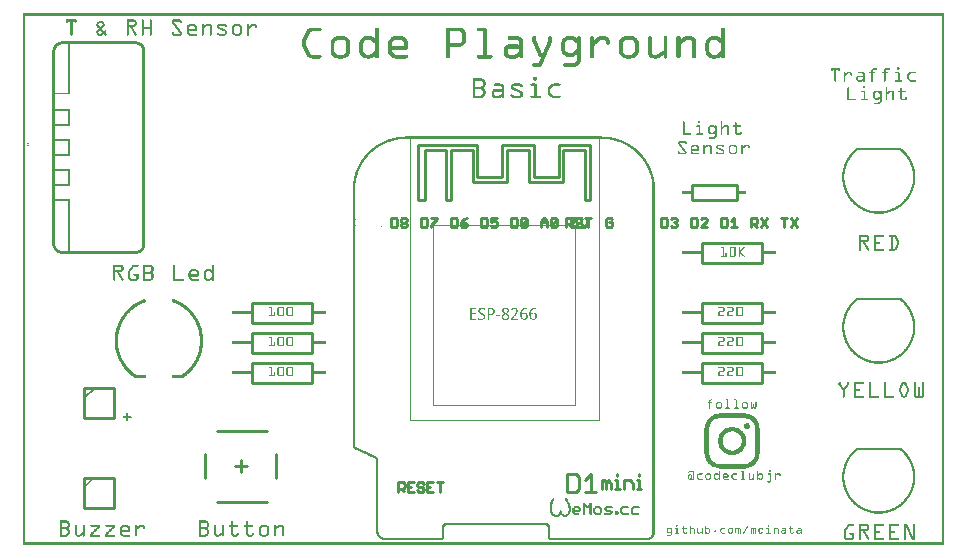
<source format=gto>
G04 MADE WITH FRITZING*
G04 WWW.FRITZING.ORG*
G04 DOUBLE SIDED*
G04 HOLES PLATED*
G04 CONTOUR ON CENTER OF CONTOUR VECTOR*
%ASAXBY*%
%FSLAX23Y23*%
%MOIN*%
%OFA0B0*%
%SFA1.0B1.0*%
%ADD10R,0.632694X0.947652X0.627138X0.942096*%
%ADD11C,0.002778*%
%ADD12R,0.477778X0.602777X0.472222X0.597221*%
%ADD13C,0.010000*%
%ADD14C,0.005000*%
%ADD15C,0.007874*%
%ADD16R,0.001000X0.001000*%
%LNSILK1*%
G90*
G70*
G54D11*
X1288Y1361D02*
X1918Y1361D01*
X1918Y416D01*
X1288Y416D01*
X1288Y1361D01*
D02*
X1366Y1066D02*
X1841Y1066D01*
X1841Y466D01*
X1366Y466D01*
X1366Y1066D01*
D02*
G54D13*
X2228Y1199D02*
X2378Y1199D01*
D02*
X2378Y1199D02*
X2378Y1149D01*
D02*
X2378Y1149D02*
X2228Y1149D01*
D02*
X2228Y1149D02*
X2228Y1199D01*
D02*
X843Y303D02*
X843Y224D01*
D02*
X646Y382D02*
X814Y382D01*
D02*
X646Y145D02*
X814Y145D01*
D02*
X607Y303D02*
X607Y224D01*
D02*
X725Y283D02*
X725Y244D01*
D02*
X745Y264D02*
X705Y264D01*
D02*
X203Y225D02*
X203Y125D01*
D02*
X203Y125D02*
X303Y125D01*
D02*
X303Y125D02*
X303Y225D01*
D02*
X303Y225D02*
X203Y225D01*
D02*
X203Y525D02*
X203Y425D01*
D02*
X203Y425D02*
X303Y425D01*
D02*
X303Y425D02*
X303Y525D01*
D02*
X303Y525D02*
X203Y525D01*
G54D14*
D02*
X203Y490D02*
X238Y525D01*
G54D13*
D02*
X763Y608D02*
X963Y608D01*
D02*
X963Y608D02*
X963Y542D01*
D02*
X963Y542D02*
X763Y542D01*
D02*
X763Y542D02*
X763Y608D01*
D02*
X763Y708D02*
X963Y708D01*
D02*
X963Y708D02*
X963Y642D01*
D02*
X963Y642D02*
X763Y642D01*
D02*
X763Y642D02*
X763Y708D01*
D02*
X763Y808D02*
X963Y808D01*
D02*
X963Y808D02*
X963Y742D01*
D02*
X963Y742D02*
X763Y742D01*
D02*
X763Y742D02*
X763Y808D01*
D02*
X2263Y1008D02*
X2463Y1008D01*
D02*
X2463Y1008D02*
X2463Y942D01*
D02*
X2463Y942D02*
X2263Y942D01*
D02*
X2263Y942D02*
X2263Y1008D01*
D02*
X2263Y608D02*
X2463Y608D01*
D02*
X2463Y608D02*
X2463Y542D01*
D02*
X2463Y542D02*
X2263Y542D01*
D02*
X2263Y542D02*
X2263Y608D01*
D02*
X2263Y808D02*
X2463Y808D01*
D02*
X2463Y808D02*
X2463Y742D01*
D02*
X2463Y742D02*
X2263Y742D01*
D02*
X2263Y742D02*
X2263Y808D01*
D02*
X2263Y708D02*
X2463Y708D01*
D02*
X2463Y708D02*
X2463Y642D01*
D02*
X2463Y642D02*
X2263Y642D01*
D02*
X2263Y642D02*
X2263Y708D01*
G36*
X2319Y439D02*
X2319Y438D01*
X2312Y438D01*
X2312Y437D01*
X2308Y437D01*
X2308Y436D01*
X2304Y436D01*
X2304Y434D01*
X2301Y434D01*
X2301Y433D01*
X2299Y433D01*
X2299Y432D01*
X2296Y432D01*
X2296Y431D01*
X2294Y431D01*
X2294Y430D01*
X2293Y430D01*
X2293Y429D01*
X2292Y429D01*
X2292Y428D01*
X2290Y428D01*
X2290Y427D01*
X2288Y427D01*
X2288Y425D01*
X2287Y425D01*
X2287Y424D01*
X2396Y424D01*
X2396Y423D01*
X2410Y423D01*
X2410Y422D01*
X2415Y422D01*
X2415Y421D01*
X2419Y421D01*
X2419Y420D01*
X2421Y420D01*
X2421Y419D01*
X2423Y419D01*
X2423Y417D01*
X2426Y417D01*
X2426Y416D01*
X2427Y416D01*
X2427Y415D01*
X2428Y415D01*
X2428Y414D01*
X2429Y414D01*
X2429Y413D01*
X2430Y413D01*
X2430Y412D01*
X2431Y412D01*
X2431Y411D01*
X2433Y411D01*
X2433Y410D01*
X2434Y410D01*
X2434Y407D01*
X2435Y407D01*
X2435Y405D01*
X2436Y405D01*
X2436Y403D01*
X2437Y403D01*
X2437Y399D01*
X2438Y399D01*
X2438Y394D01*
X2439Y394D01*
X2439Y379D01*
X2440Y379D01*
X2440Y315D01*
X2439Y315D01*
X2439Y301D01*
X2438Y301D01*
X2438Y295D01*
X2437Y295D01*
X2437Y292D01*
X2436Y292D01*
X2436Y289D01*
X2435Y289D01*
X2435Y287D01*
X2434Y287D01*
X2434Y286D01*
X2433Y286D01*
X2433Y284D01*
X2431Y284D01*
X2431Y282D01*
X2430Y282D01*
X2430Y281D01*
X2429Y281D01*
X2429Y280D01*
X2428Y280D01*
X2428Y279D01*
X2427Y279D01*
X2427Y278D01*
X2425Y278D01*
X2425Y277D01*
X2423Y277D01*
X2423Y276D01*
X2421Y276D01*
X2421Y275D01*
X2419Y275D01*
X2419Y273D01*
X2415Y273D01*
X2415Y272D01*
X2410Y272D01*
X2410Y271D01*
X2395Y271D01*
X2395Y270D01*
X2440Y270D01*
X2440Y271D01*
X2442Y271D01*
X2442Y272D01*
X2443Y272D01*
X2443Y273D01*
X2444Y273D01*
X2444Y276D01*
X2445Y276D01*
X2445Y277D01*
X2446Y277D01*
X2446Y279D01*
X2447Y279D01*
X2447Y280D01*
X2448Y280D01*
X2448Y282D01*
X2450Y282D01*
X2450Y285D01*
X2451Y285D01*
X2451Y288D01*
X2452Y288D01*
X2452Y292D01*
X2453Y292D01*
X2453Y296D01*
X2454Y296D01*
X2454Y303D01*
X2455Y303D01*
X2455Y391D01*
X2454Y391D01*
X2454Y398D01*
X2453Y398D01*
X2453Y403D01*
X2452Y403D01*
X2452Y406D01*
X2451Y406D01*
X2451Y410D01*
X2450Y410D01*
X2450Y412D01*
X2448Y412D01*
X2448Y414D01*
X2447Y414D01*
X2447Y415D01*
X2446Y415D01*
X2446Y417D01*
X2445Y417D01*
X2445Y419D01*
X2444Y419D01*
X2444Y421D01*
X2443Y421D01*
X2443Y422D01*
X2442Y422D01*
X2442Y423D01*
X2440Y423D01*
X2440Y424D01*
X2439Y424D01*
X2439Y425D01*
X2438Y425D01*
X2438Y427D01*
X2437Y427D01*
X2437Y428D01*
X2435Y428D01*
X2435Y429D01*
X2434Y429D01*
X2434Y430D01*
X2431Y430D01*
X2431Y431D01*
X2430Y431D01*
X2430Y432D01*
X2428Y432D01*
X2428Y433D01*
X2426Y433D01*
X2426Y434D01*
X2422Y434D01*
X2422Y436D01*
X2419Y436D01*
X2419Y437D01*
X2414Y437D01*
X2414Y438D01*
X2408Y438D01*
X2408Y439D01*
X2319Y439D01*
G37*
D02*
G36*
X2286Y424D02*
X2286Y423D01*
X2285Y423D01*
X2285Y422D01*
X2284Y422D01*
X2284Y421D01*
X2283Y421D01*
X2283Y419D01*
X2282Y419D01*
X2282Y417D01*
X2280Y417D01*
X2280Y416D01*
X2279Y416D01*
X2279Y414D01*
X2278Y414D01*
X2278Y412D01*
X2277Y412D01*
X2277Y410D01*
X2276Y410D01*
X2276Y406D01*
X2275Y406D01*
X2275Y403D01*
X2274Y403D01*
X2274Y398D01*
X2273Y398D01*
X2273Y391D01*
X2271Y391D01*
X2271Y303D01*
X2273Y303D01*
X2273Y296D01*
X2274Y296D01*
X2274Y292D01*
X2275Y292D01*
X2275Y288D01*
X2276Y288D01*
X2276Y285D01*
X2277Y285D01*
X2277Y282D01*
X2278Y282D01*
X2278Y280D01*
X2279Y280D01*
X2279Y279D01*
X2280Y279D01*
X2280Y277D01*
X2282Y277D01*
X2282Y276D01*
X2283Y276D01*
X2283Y273D01*
X2284Y273D01*
X2284Y272D01*
X2285Y272D01*
X2285Y271D01*
X2286Y271D01*
X2286Y270D01*
X2332Y270D01*
X2332Y271D01*
X2317Y271D01*
X2317Y272D01*
X2311Y272D01*
X2311Y273D01*
X2308Y273D01*
X2308Y275D01*
X2305Y275D01*
X2305Y276D01*
X2303Y276D01*
X2303Y277D01*
X2301Y277D01*
X2301Y278D01*
X2300Y278D01*
X2300Y279D01*
X2299Y279D01*
X2299Y280D01*
X2298Y280D01*
X2298Y281D01*
X2296Y281D01*
X2296Y282D01*
X2295Y282D01*
X2295Y284D01*
X2294Y284D01*
X2294Y285D01*
X2293Y285D01*
X2293Y287D01*
X2292Y287D01*
X2292Y289D01*
X2291Y289D01*
X2291Y292D01*
X2290Y292D01*
X2290Y295D01*
X2288Y295D01*
X2288Y301D01*
X2287Y301D01*
X2287Y314D01*
X2286Y314D01*
X2286Y380D01*
X2287Y380D01*
X2287Y394D01*
X2288Y394D01*
X2288Y399D01*
X2290Y399D01*
X2290Y403D01*
X2291Y403D01*
X2291Y405D01*
X2292Y405D01*
X2292Y407D01*
X2293Y407D01*
X2293Y410D01*
X2294Y410D01*
X2294Y411D01*
X2295Y411D01*
X2295Y412D01*
X2296Y412D01*
X2296Y413D01*
X2298Y413D01*
X2298Y414D01*
X2299Y414D01*
X2299Y415D01*
X2300Y415D01*
X2300Y416D01*
X2301Y416D01*
X2301Y417D01*
X2303Y417D01*
X2303Y419D01*
X2305Y419D01*
X2305Y420D01*
X2308Y420D01*
X2308Y421D01*
X2311Y421D01*
X2311Y422D01*
X2317Y422D01*
X2317Y423D01*
X2330Y423D01*
X2330Y424D01*
X2286Y424D01*
G37*
D02*
G36*
X2287Y270D02*
X2287Y269D01*
X2439Y269D01*
X2439Y270D01*
X2287Y270D01*
G37*
D02*
G36*
X2287Y270D02*
X2287Y269D01*
X2439Y269D01*
X2439Y270D01*
X2287Y270D01*
G37*
D02*
G36*
X2288Y269D02*
X2288Y268D01*
X2290Y268D01*
X2290Y267D01*
X2292Y267D01*
X2292Y265D01*
X2293Y265D01*
X2293Y264D01*
X2295Y264D01*
X2295Y263D01*
X2296Y263D01*
X2296Y262D01*
X2299Y262D01*
X2299Y261D01*
X2301Y261D01*
X2301Y260D01*
X2304Y260D01*
X2304Y259D01*
X2308Y259D01*
X2308Y257D01*
X2312Y257D01*
X2312Y256D01*
X2319Y256D01*
X2319Y255D01*
X2408Y255D01*
X2408Y256D01*
X2414Y256D01*
X2414Y257D01*
X2419Y257D01*
X2419Y259D01*
X2422Y259D01*
X2422Y260D01*
X2426Y260D01*
X2426Y261D01*
X2428Y261D01*
X2428Y262D01*
X2430Y262D01*
X2430Y263D01*
X2431Y263D01*
X2431Y264D01*
X2434Y264D01*
X2434Y265D01*
X2435Y265D01*
X2435Y267D01*
X2437Y267D01*
X2437Y268D01*
X2438Y268D01*
X2438Y269D01*
X2288Y269D01*
G37*
D02*
G36*
X2410Y407D02*
X2410Y406D01*
X2408Y406D01*
X2408Y405D01*
X2406Y405D01*
X2406Y404D01*
X2405Y404D01*
X2405Y403D01*
X2404Y403D01*
X2404Y402D01*
X2403Y402D01*
X2403Y398D01*
X2402Y398D01*
X2402Y395D01*
X2403Y395D01*
X2403Y391D01*
X2404Y391D01*
X2404Y390D01*
X2405Y390D01*
X2405Y389D01*
X2406Y389D01*
X2406Y388D01*
X2409Y388D01*
X2409Y387D01*
X2412Y387D01*
X2412Y386D01*
X2414Y386D01*
X2414Y387D01*
X2418Y387D01*
X2418Y388D01*
X2419Y388D01*
X2419Y389D01*
X2420Y389D01*
X2420Y390D01*
X2421Y390D01*
X2421Y391D01*
X2422Y391D01*
X2422Y394D01*
X2423Y394D01*
X2423Y399D01*
X2422Y399D01*
X2422Y402D01*
X2421Y402D01*
X2421Y404D01*
X2420Y404D01*
X2420Y405D01*
X2418Y405D01*
X2418Y406D01*
X2415Y406D01*
X2415Y407D01*
X2410Y407D01*
G37*
D02*
G36*
X2361Y395D02*
X2361Y394D01*
X2353Y394D01*
X2353Y392D01*
X2349Y392D01*
X2349Y391D01*
X2346Y391D01*
X2346Y390D01*
X2343Y390D01*
X2343Y389D01*
X2341Y389D01*
X2341Y388D01*
X2339Y388D01*
X2339Y387D01*
X2337Y387D01*
X2337Y386D01*
X2336Y386D01*
X2336Y385D01*
X2334Y385D01*
X2334Y383D01*
X2333Y383D01*
X2333Y382D01*
X2332Y382D01*
X2332Y381D01*
X2330Y381D01*
X2330Y380D01*
X2329Y380D01*
X2329Y379D01*
X2369Y379D01*
X2369Y378D01*
X2374Y378D01*
X2374Y377D01*
X2377Y377D01*
X2377Y375D01*
X2379Y375D01*
X2379Y374D01*
X2380Y374D01*
X2380Y373D01*
X2383Y373D01*
X2383Y372D01*
X2384Y372D01*
X2384Y371D01*
X2385Y371D01*
X2385Y370D01*
X2386Y370D01*
X2386Y369D01*
X2387Y369D01*
X2387Y368D01*
X2388Y368D01*
X2388Y366D01*
X2389Y366D01*
X2389Y364D01*
X2391Y364D01*
X2391Y363D01*
X2392Y363D01*
X2392Y361D01*
X2393Y361D01*
X2393Y357D01*
X2394Y357D01*
X2394Y353D01*
X2395Y353D01*
X2395Y341D01*
X2394Y341D01*
X2394Y337D01*
X2393Y337D01*
X2393Y334D01*
X2392Y334D01*
X2392Y331D01*
X2391Y331D01*
X2391Y330D01*
X2389Y330D01*
X2389Y328D01*
X2388Y328D01*
X2388Y327D01*
X2387Y327D01*
X2387Y326D01*
X2386Y326D01*
X2386Y324D01*
X2385Y324D01*
X2385Y323D01*
X2384Y323D01*
X2384Y322D01*
X2383Y322D01*
X2383Y321D01*
X2380Y321D01*
X2380Y320D01*
X2379Y320D01*
X2379Y319D01*
X2377Y319D01*
X2377Y318D01*
X2374Y318D01*
X2374Y316D01*
X2369Y316D01*
X2369Y315D01*
X2398Y315D01*
X2398Y316D01*
X2400Y316D01*
X2400Y319D01*
X2401Y319D01*
X2401Y320D01*
X2402Y320D01*
X2402Y321D01*
X2403Y321D01*
X2403Y323D01*
X2404Y323D01*
X2404Y326D01*
X2405Y326D01*
X2405Y328D01*
X2406Y328D01*
X2406Y330D01*
X2408Y330D01*
X2408Y334D01*
X2409Y334D01*
X2409Y337D01*
X2410Y337D01*
X2410Y346D01*
X2411Y346D01*
X2411Y348D01*
X2410Y348D01*
X2410Y357D01*
X2409Y357D01*
X2409Y361D01*
X2408Y361D01*
X2408Y364D01*
X2406Y364D01*
X2406Y366D01*
X2405Y366D01*
X2405Y369D01*
X2404Y369D01*
X2404Y371D01*
X2403Y371D01*
X2403Y373D01*
X2402Y373D01*
X2402Y374D01*
X2401Y374D01*
X2401Y377D01*
X2400Y377D01*
X2400Y378D01*
X2398Y378D01*
X2398Y379D01*
X2397Y379D01*
X2397Y380D01*
X2396Y380D01*
X2396Y381D01*
X2395Y381D01*
X2395Y382D01*
X2394Y382D01*
X2394Y383D01*
X2393Y383D01*
X2393Y385D01*
X2391Y385D01*
X2391Y386D01*
X2389Y386D01*
X2389Y387D01*
X2387Y387D01*
X2387Y388D01*
X2386Y388D01*
X2386Y389D01*
X2384Y389D01*
X2384Y390D01*
X2380Y390D01*
X2380Y391D01*
X2378Y391D01*
X2378Y392D01*
X2374Y392D01*
X2374Y394D01*
X2366Y394D01*
X2366Y395D01*
X2361Y395D01*
G37*
D02*
G36*
X2328Y379D02*
X2328Y378D01*
X2327Y378D01*
X2327Y377D01*
X2326Y377D01*
X2326Y374D01*
X2325Y374D01*
X2325Y373D01*
X2324Y373D01*
X2324Y371D01*
X2322Y371D01*
X2322Y370D01*
X2321Y370D01*
X2321Y368D01*
X2320Y368D01*
X2320Y364D01*
X2319Y364D01*
X2319Y362D01*
X2318Y362D01*
X2318Y357D01*
X2317Y357D01*
X2317Y349D01*
X2316Y349D01*
X2316Y345D01*
X2317Y345D01*
X2317Y337D01*
X2318Y337D01*
X2318Y332D01*
X2319Y332D01*
X2319Y330D01*
X2320Y330D01*
X2320Y327D01*
X2321Y327D01*
X2321Y324D01*
X2322Y324D01*
X2322Y323D01*
X2324Y323D01*
X2324Y321D01*
X2325Y321D01*
X2325Y320D01*
X2326Y320D01*
X2326Y318D01*
X2327Y318D01*
X2327Y316D01*
X2328Y316D01*
X2328Y315D01*
X2358Y315D01*
X2358Y316D01*
X2353Y316D01*
X2353Y318D01*
X2350Y318D01*
X2350Y319D01*
X2347Y319D01*
X2347Y320D01*
X2346Y320D01*
X2346Y321D01*
X2344Y321D01*
X2344Y322D01*
X2343Y322D01*
X2343Y323D01*
X2342Y323D01*
X2342Y324D01*
X2341Y324D01*
X2341Y326D01*
X2339Y326D01*
X2339Y327D01*
X2338Y327D01*
X2338Y328D01*
X2337Y328D01*
X2337Y330D01*
X2336Y330D01*
X2336Y331D01*
X2335Y331D01*
X2335Y334D01*
X2334Y334D01*
X2334Y337D01*
X2333Y337D01*
X2333Y341D01*
X2332Y341D01*
X2332Y353D01*
X2333Y353D01*
X2333Y357D01*
X2334Y357D01*
X2334Y361D01*
X2335Y361D01*
X2335Y363D01*
X2336Y363D01*
X2336Y364D01*
X2337Y364D01*
X2337Y366D01*
X2338Y366D01*
X2338Y368D01*
X2339Y368D01*
X2339Y369D01*
X2341Y369D01*
X2341Y370D01*
X2342Y370D01*
X2342Y371D01*
X2343Y371D01*
X2343Y372D01*
X2344Y372D01*
X2344Y373D01*
X2346Y373D01*
X2346Y374D01*
X2347Y374D01*
X2347Y375D01*
X2350Y375D01*
X2350Y377D01*
X2353Y377D01*
X2353Y378D01*
X2358Y378D01*
X2358Y379D01*
X2328Y379D01*
G37*
D02*
G36*
X2329Y315D02*
X2329Y314D01*
X2397Y314D01*
X2397Y315D01*
X2329Y315D01*
G37*
D02*
G36*
X2329Y315D02*
X2329Y314D01*
X2397Y314D01*
X2397Y315D01*
X2329Y315D01*
G37*
D02*
G36*
X2330Y314D02*
X2330Y313D01*
X2332Y313D01*
X2332Y312D01*
X2333Y312D01*
X2333Y311D01*
X2334Y311D01*
X2334Y310D01*
X2336Y310D01*
X2336Y309D01*
X2337Y309D01*
X2337Y307D01*
X2339Y307D01*
X2339Y306D01*
X2342Y306D01*
X2342Y305D01*
X2344Y305D01*
X2344Y304D01*
X2346Y304D01*
X2346Y303D01*
X2350Y303D01*
X2350Y302D01*
X2353Y302D01*
X2353Y301D01*
X2362Y301D01*
X2362Y299D01*
X2363Y299D01*
X2363Y301D01*
X2374Y301D01*
X2374Y302D01*
X2377Y302D01*
X2377Y303D01*
X2380Y303D01*
X2380Y304D01*
X2383Y304D01*
X2383Y305D01*
X2385Y305D01*
X2385Y306D01*
X2387Y306D01*
X2387Y307D01*
X2389Y307D01*
X2389Y309D01*
X2391Y309D01*
X2391Y310D01*
X2393Y310D01*
X2393Y311D01*
X2394Y311D01*
X2394Y312D01*
X2395Y312D01*
X2395Y313D01*
X2396Y313D01*
X2396Y314D01*
X2330Y314D01*
G37*
D02*
X1890Y1149D02*
X1873Y1149D01*
X1873Y1316D01*
X1801Y1316D01*
X1801Y1209D01*
X1686Y1209D01*
X1686Y1316D01*
X1613Y1316D01*
X1613Y1209D01*
X1498Y1209D01*
X1498Y1316D01*
X1426Y1316D01*
X1426Y1149D01*
X1410Y1149D01*
X1410Y1316D01*
X1339Y1316D01*
X1339Y1149D01*
X1317Y1149D01*
X1317Y1333D01*
X1514Y1333D01*
X1514Y1226D01*
X1596Y1226D01*
X1596Y1333D01*
X1703Y1333D01*
X1703Y1226D01*
X1785Y1226D01*
X1785Y1333D01*
X1890Y1333D01*
X1890Y1149D01*
D02*
X1811Y1060D02*
X1811Y1091D01*
X1811Y1091D02*
X1826Y1091D01*
X1826Y1091D02*
X1831Y1086D01*
X1832Y1086D02*
X1832Y1076D01*
X1832Y1075D02*
X1827Y1071D01*
X1826Y1071D02*
X1811Y1071D01*
X1821Y1071D02*
X1831Y1061D01*
X1863Y1086D02*
X1858Y1091D01*
X1858Y1091D02*
X1849Y1091D01*
X1848Y1091D02*
X1843Y1086D01*
X1842Y1086D02*
X1842Y1081D01*
X1842Y1081D02*
X1847Y1076D01*
X1848Y1075D02*
X1857Y1075D01*
X1858Y1075D02*
X1863Y1071D01*
X1863Y1071D02*
X1863Y1066D01*
X1863Y1065D02*
X1858Y1060D01*
X1858Y1060D02*
X1849Y1060D01*
X1848Y1060D02*
X1843Y1065D01*
X1884Y1060D02*
X1884Y1091D01*
X1874Y1091D02*
X1894Y1091D01*
D02*
X1727Y1061D02*
X1727Y1081D01*
X1727Y1081D02*
X1736Y1090D01*
X1736Y1091D02*
X1746Y1082D01*
X1747Y1081D02*
X1747Y1061D01*
X1727Y1076D02*
X1747Y1076D01*
X1758Y1065D02*
X1758Y1086D01*
X1758Y1087D02*
X1763Y1091D01*
X1763Y1091D02*
X1772Y1091D01*
X1773Y1091D02*
X1778Y1087D01*
X1779Y1087D02*
X1779Y1066D01*
X1779Y1065D02*
X1774Y1061D01*
X1773Y1061D02*
X1764Y1061D01*
X1763Y1061D02*
X1758Y1065D01*
X1758Y1065D02*
X1778Y1086D01*
D02*
X1627Y1091D02*
X1627Y1060D01*
X1627Y1060D02*
X1642Y1060D01*
X1642Y1060D02*
X1647Y1065D01*
X1647Y1065D02*
X1647Y1086D01*
X1647Y1086D02*
X1642Y1091D01*
X1642Y1091D02*
X1627Y1091D01*
X1658Y1065D02*
X1658Y1086D01*
X1658Y1086D02*
X1663Y1091D01*
X1663Y1091D02*
X1672Y1091D01*
X1673Y1091D02*
X1678Y1086D01*
X1679Y1086D02*
X1679Y1066D01*
X1679Y1065D02*
X1673Y1060D01*
X1673Y1060D02*
X1664Y1060D01*
X1663Y1060D02*
X1658Y1065D01*
X1658Y1065D02*
X1678Y1085D01*
D02*
X1527Y1091D02*
X1527Y1060D01*
X1527Y1060D02*
X1542Y1060D01*
X1542Y1060D02*
X1547Y1065D01*
X1547Y1065D02*
X1547Y1086D01*
X1547Y1086D02*
X1542Y1091D01*
X1542Y1091D02*
X1527Y1091D01*
X1579Y1091D02*
X1559Y1091D01*
X1558Y1091D02*
X1558Y1076D01*
X1558Y1076D02*
X1568Y1081D01*
X1569Y1082D02*
X1573Y1082D01*
X1573Y1082D02*
X1578Y1077D01*
X1579Y1076D02*
X1579Y1066D01*
X1579Y1065D02*
X1573Y1060D01*
X1573Y1060D02*
X1564Y1060D01*
X1563Y1060D02*
X1558Y1065D01*
D02*
X1427Y1091D02*
X1427Y1060D01*
X1427Y1060D02*
X1442Y1060D01*
X1442Y1060D02*
X1447Y1065D01*
X1447Y1065D02*
X1447Y1086D01*
X1447Y1086D02*
X1442Y1091D01*
X1442Y1091D02*
X1427Y1091D01*
X1479Y1091D02*
X1470Y1086D01*
X1469Y1086D02*
X1459Y1076D01*
X1458Y1075D02*
X1458Y1066D01*
X1458Y1065D02*
X1463Y1060D01*
X1463Y1060D02*
X1472Y1060D01*
X1473Y1060D02*
X1478Y1065D01*
X1479Y1065D02*
X1479Y1071D01*
X1479Y1071D02*
X1474Y1075D01*
X1473Y1075D02*
X1458Y1075D01*
D02*
X1327Y1091D02*
X1327Y1060D01*
X1327Y1060D02*
X1342Y1060D01*
X1342Y1060D02*
X1347Y1065D01*
X1347Y1065D02*
X1347Y1086D01*
X1347Y1086D02*
X1342Y1091D01*
X1342Y1091D02*
X1327Y1091D01*
X1358Y1091D02*
X1378Y1091D01*
X1379Y1091D02*
X1379Y1086D01*
X1379Y1086D02*
X1359Y1066D01*
X1358Y1065D02*
X1358Y1060D01*
D02*
X1227Y1091D02*
X1227Y1060D01*
X1227Y1060D02*
X1242Y1060D01*
X1242Y1060D02*
X1247Y1065D01*
X1247Y1065D02*
X1247Y1086D01*
X1247Y1086D02*
X1242Y1091D01*
X1242Y1091D02*
X1227Y1091D01*
X1258Y1086D02*
X1263Y1091D01*
X1263Y1091D02*
X1272Y1091D01*
X1273Y1091D02*
X1278Y1086D01*
X1279Y1086D02*
X1279Y1081D01*
X1279Y1081D02*
X1274Y1076D01*
X1273Y1075D02*
X1278Y1070D01*
X1279Y1070D02*
X1279Y1066D01*
X1279Y1065D02*
X1273Y1060D01*
X1273Y1060D02*
X1264Y1060D01*
X1263Y1060D02*
X1258Y1065D01*
X1258Y1065D02*
X1258Y1070D01*
X1258Y1070D02*
X1263Y1075D01*
X1263Y1075D02*
X1258Y1080D01*
X1258Y1081D02*
X1258Y1086D01*
X1263Y1075D02*
X1272Y1075D01*
D02*
X1847Y1091D02*
X1827Y1091D01*
X1827Y1091D02*
X1827Y1076D01*
X1827Y1076D02*
X1836Y1081D01*
X1836Y1082D02*
X1841Y1082D01*
X1842Y1082D02*
X1847Y1077D01*
X1847Y1076D02*
X1847Y1066D01*
X1847Y1065D02*
X1842Y1060D01*
X1842Y1060D02*
X1833Y1060D01*
X1832Y1060D02*
X1827Y1065D01*
X1858Y1091D02*
X1858Y1071D01*
X1858Y1071D02*
X1869Y1060D01*
X1869Y1060D02*
X1878Y1070D01*
X1879Y1071D02*
X1879Y1091D01*
D02*
X1963Y1086D02*
X1958Y1091D01*
X1958Y1091D02*
X1949Y1091D01*
X1948Y1091D02*
X1943Y1086D01*
X1942Y1086D02*
X1942Y1066D01*
X1942Y1065D02*
X1947Y1060D01*
X1948Y1060D02*
X1957Y1060D01*
X1958Y1060D02*
X1963Y1065D01*
X1963Y1065D02*
X1963Y1076D01*
X1963Y1076D02*
X1953Y1076D01*
D02*
X2127Y1091D02*
X2127Y1060D01*
X2127Y1060D02*
X2142Y1060D01*
X2142Y1060D02*
X2147Y1065D01*
X2147Y1065D02*
X2147Y1086D01*
X2147Y1086D02*
X2142Y1091D01*
X2142Y1091D02*
X2127Y1091D01*
X2158Y1086D02*
X2163Y1091D01*
X2163Y1091D02*
X2172Y1091D01*
X2173Y1091D02*
X2178Y1086D01*
X2179Y1086D02*
X2179Y1082D01*
X2179Y1082D02*
X2174Y1077D01*
X2173Y1076D02*
X2169Y1076D01*
X2173Y1076D02*
X2178Y1071D01*
X2179Y1071D02*
X2179Y1066D01*
X2179Y1065D02*
X2173Y1060D01*
X2173Y1060D02*
X2164Y1060D01*
X2163Y1060D02*
X2158Y1065D01*
D02*
X2227Y1091D02*
X2227Y1060D01*
X2227Y1060D02*
X2242Y1060D01*
X2242Y1060D02*
X2247Y1065D01*
X2247Y1065D02*
X2247Y1086D01*
X2247Y1086D02*
X2242Y1091D01*
X2242Y1091D02*
X2227Y1091D01*
X2279Y1060D02*
X2259Y1060D01*
X2258Y1060D02*
X2278Y1080D01*
X2279Y1081D02*
X2279Y1086D01*
X2279Y1086D02*
X2273Y1091D01*
X2273Y1091D02*
X2264Y1091D01*
X2263Y1091D02*
X2258Y1086D01*
D02*
X2327Y1091D02*
X2327Y1061D01*
X2327Y1061D02*
X2342Y1061D01*
X2342Y1061D02*
X2347Y1065D01*
X2347Y1065D02*
X2347Y1086D01*
X2347Y1087D02*
X2342Y1091D01*
X2342Y1091D02*
X2327Y1091D01*
X2358Y1081D02*
X2368Y1090D01*
X2369Y1091D02*
X2369Y1061D01*
X2358Y1061D02*
X2378Y1061D01*
D02*
X2427Y1060D02*
X2427Y1091D01*
X2427Y1091D02*
X2442Y1091D01*
X2442Y1091D02*
X2447Y1086D01*
X2447Y1086D02*
X2447Y1076D01*
X2447Y1075D02*
X2442Y1071D01*
X2442Y1071D02*
X2427Y1071D01*
X2436Y1071D02*
X2446Y1061D01*
X2458Y1091D02*
X2478Y1060D01*
X2479Y1091D02*
X2459Y1060D01*
D02*
X2536Y1061D02*
X2536Y1091D01*
X2527Y1091D02*
X2547Y1091D01*
X2558Y1091D02*
X2578Y1061D01*
X2579Y1091D02*
X2559Y1061D01*
D02*
X1251Y178D02*
X1251Y209D01*
X1251Y209D02*
X1266Y209D01*
X1267Y209D02*
X1272Y204D01*
X1272Y204D02*
X1272Y194D01*
X1272Y193D02*
X1267Y188D01*
X1267Y188D02*
X1251Y188D01*
X1261Y188D02*
X1271Y179D01*
X1303Y209D02*
X1283Y209D01*
X1283Y209D02*
X1283Y178D01*
X1283Y178D02*
X1303Y178D01*
X1283Y193D02*
X1293Y193D01*
X1336Y204D02*
X1330Y209D01*
X1330Y209D02*
X1320Y209D01*
X1320Y209D02*
X1314Y204D01*
X1314Y204D02*
X1314Y199D01*
X1314Y198D02*
X1319Y193D01*
X1320Y193D02*
X1330Y193D01*
X1330Y193D02*
X1336Y188D01*
X1336Y188D02*
X1336Y184D01*
X1336Y183D02*
X1330Y178D01*
X1330Y178D02*
X1320Y178D01*
X1320Y178D02*
X1314Y183D01*
X1367Y209D02*
X1347Y209D01*
X1347Y209D02*
X1347Y178D01*
X1347Y178D02*
X1367Y178D01*
X1347Y193D02*
X1356Y193D01*
X1389Y178D02*
X1389Y209D01*
X1378Y209D02*
X1398Y209D01*
D02*
X1814Y237D02*
X1814Y179D01*
X1814Y178D02*
X1842Y178D01*
X1842Y178D02*
X1852Y188D01*
X1852Y188D02*
X1852Y227D01*
X1852Y227D02*
X1842Y237D01*
X1842Y237D02*
X1814Y237D01*
X1873Y217D02*
X1893Y237D01*
X1893Y237D02*
X1893Y179D01*
X1873Y178D02*
X1911Y178D01*
D02*
X1929Y187D02*
X1929Y216D01*
X1929Y216D02*
X1936Y216D01*
X1937Y216D02*
X1943Y209D01*
X1943Y208D02*
X1943Y187D01*
X1943Y208D02*
X1950Y215D01*
X1950Y216D02*
X1957Y209D01*
X1958Y208D02*
X1958Y187D01*
X1973Y216D02*
X1980Y216D01*
X1980Y216D02*
X1980Y187D01*
X1973Y187D02*
X1988Y187D01*
X1980Y237D02*
X1980Y230D01*
X2003Y187D02*
X2003Y216D01*
X2003Y216D02*
X2024Y216D01*
X2024Y216D02*
X2031Y209D01*
X2032Y208D02*
X2032Y187D01*
X2047Y216D02*
X2054Y216D01*
X2054Y216D02*
X2054Y187D01*
X2047Y187D02*
X2060Y187D01*
X2054Y237D02*
X2054Y230D01*
D02*
G54D15*
X2923Y321D02*
X2782Y321D01*
D02*
X2923Y821D02*
X2782Y821D01*
D02*
X2923Y1321D02*
X2782Y1321D01*
D02*
G54D16*
X0Y1772D02*
X3069Y1772D01*
X0Y1771D02*
X3069Y1771D01*
X0Y1770D02*
X3069Y1770D01*
X0Y1769D02*
X3069Y1769D01*
X0Y1768D02*
X3069Y1768D01*
X0Y1767D02*
X3069Y1767D01*
X0Y1766D02*
X3069Y1766D01*
X0Y1765D02*
X3069Y1765D01*
X0Y1764D02*
X7Y1764D01*
X3062Y1764D02*
X3069Y1764D01*
X0Y1763D02*
X7Y1763D01*
X3062Y1763D02*
X3069Y1763D01*
X0Y1762D02*
X7Y1762D01*
X3062Y1762D02*
X3069Y1762D01*
X0Y1761D02*
X7Y1761D01*
X3062Y1761D02*
X3069Y1761D01*
X0Y1760D02*
X7Y1760D01*
X3062Y1760D02*
X3069Y1760D01*
X0Y1759D02*
X7Y1759D01*
X3062Y1759D02*
X3069Y1759D01*
X0Y1758D02*
X7Y1758D01*
X3062Y1758D02*
X3069Y1758D01*
X0Y1757D02*
X7Y1757D01*
X3062Y1757D02*
X3069Y1757D01*
X0Y1756D02*
X7Y1756D01*
X3062Y1756D02*
X3069Y1756D01*
X0Y1755D02*
X7Y1755D01*
X3062Y1755D02*
X3069Y1755D01*
X0Y1754D02*
X7Y1754D01*
X3062Y1754D02*
X3069Y1754D01*
X0Y1753D02*
X7Y1753D01*
X3062Y1753D02*
X3069Y1753D01*
X0Y1752D02*
X7Y1752D01*
X144Y1752D02*
X177Y1752D01*
X345Y1752D02*
X370Y1752D01*
X397Y1752D02*
X399Y1752D01*
X424Y1752D02*
X426Y1752D01*
X501Y1752D02*
X522Y1752D01*
X3062Y1752D02*
X3069Y1752D01*
X0Y1751D02*
X7Y1751D01*
X144Y1751D02*
X178Y1751D01*
X345Y1751D02*
X373Y1751D01*
X396Y1751D02*
X400Y1751D01*
X423Y1751D02*
X428Y1751D01*
X499Y1751D02*
X524Y1751D01*
X3062Y1751D02*
X3069Y1751D01*
X0Y1750D02*
X7Y1750D01*
X144Y1750D02*
X178Y1750D01*
X345Y1750D02*
X374Y1750D01*
X395Y1750D02*
X401Y1750D01*
X423Y1750D02*
X428Y1750D01*
X498Y1750D02*
X526Y1750D01*
X3062Y1750D02*
X3069Y1750D01*
X0Y1749D02*
X7Y1749D01*
X144Y1749D02*
X178Y1749D01*
X345Y1749D02*
X375Y1749D01*
X395Y1749D02*
X401Y1749D01*
X422Y1749D02*
X428Y1749D01*
X497Y1749D02*
X527Y1749D01*
X3062Y1749D02*
X3069Y1749D01*
X0Y1748D02*
X7Y1748D01*
X144Y1748D02*
X178Y1748D01*
X345Y1748D02*
X376Y1748D01*
X395Y1748D02*
X401Y1748D01*
X422Y1748D02*
X428Y1748D01*
X496Y1748D02*
X527Y1748D01*
X3062Y1748D02*
X3069Y1748D01*
X0Y1747D02*
X7Y1747D01*
X144Y1747D02*
X178Y1747D01*
X345Y1747D02*
X377Y1747D01*
X395Y1747D02*
X401Y1747D01*
X422Y1747D02*
X428Y1747D01*
X496Y1747D02*
X528Y1747D01*
X3062Y1747D02*
X3069Y1747D01*
X0Y1746D02*
X7Y1746D01*
X144Y1746D02*
X178Y1746D01*
X252Y1746D02*
X264Y1746D01*
X345Y1746D02*
X377Y1746D01*
X395Y1746D02*
X401Y1746D01*
X422Y1746D02*
X428Y1746D01*
X495Y1746D02*
X528Y1746D01*
X3062Y1746D02*
X3069Y1746D01*
X0Y1745D02*
X7Y1745D01*
X144Y1745D02*
X150Y1745D01*
X158Y1745D02*
X164Y1745D01*
X171Y1745D02*
X178Y1745D01*
X249Y1745D02*
X266Y1745D01*
X345Y1745D02*
X351Y1745D01*
X370Y1745D02*
X378Y1745D01*
X395Y1745D02*
X401Y1745D01*
X422Y1745D02*
X428Y1745D01*
X495Y1745D02*
X502Y1745D01*
X522Y1745D02*
X529Y1745D01*
X3062Y1745D02*
X3069Y1745D01*
X0Y1744D02*
X7Y1744D01*
X144Y1744D02*
X150Y1744D01*
X158Y1744D02*
X164Y1744D01*
X171Y1744D02*
X178Y1744D01*
X248Y1744D02*
X267Y1744D01*
X345Y1744D02*
X351Y1744D01*
X371Y1744D02*
X378Y1744D01*
X395Y1744D02*
X401Y1744D01*
X422Y1744D02*
X428Y1744D01*
X495Y1744D02*
X501Y1744D01*
X523Y1744D02*
X529Y1744D01*
X3062Y1744D02*
X3069Y1744D01*
X0Y1743D02*
X7Y1743D01*
X144Y1743D02*
X150Y1743D01*
X158Y1743D02*
X164Y1743D01*
X172Y1743D02*
X177Y1743D01*
X247Y1743D02*
X268Y1743D01*
X345Y1743D02*
X351Y1743D01*
X372Y1743D02*
X378Y1743D01*
X395Y1743D02*
X401Y1743D01*
X422Y1743D02*
X428Y1743D01*
X495Y1743D02*
X502Y1743D01*
X523Y1743D02*
X529Y1743D01*
X3062Y1743D02*
X3069Y1743D01*
X0Y1742D02*
X7Y1742D01*
X144Y1742D02*
X150Y1742D01*
X158Y1742D02*
X164Y1742D01*
X172Y1742D02*
X177Y1742D01*
X246Y1742D02*
X269Y1742D01*
X345Y1742D02*
X351Y1742D01*
X372Y1742D02*
X378Y1742D01*
X395Y1742D02*
X401Y1742D01*
X422Y1742D02*
X428Y1742D01*
X496Y1742D02*
X503Y1742D01*
X523Y1742D02*
X529Y1742D01*
X3062Y1742D02*
X3069Y1742D01*
X0Y1741D02*
X7Y1741D01*
X145Y1741D02*
X149Y1741D01*
X158Y1741D02*
X164Y1741D01*
X172Y1741D02*
X177Y1741D01*
X246Y1741D02*
X270Y1741D01*
X345Y1741D02*
X351Y1741D01*
X372Y1741D02*
X378Y1741D01*
X395Y1741D02*
X401Y1741D01*
X422Y1741D02*
X428Y1741D01*
X496Y1741D02*
X504Y1741D01*
X524Y1741D02*
X528Y1741D01*
X3062Y1741D02*
X3069Y1741D01*
X0Y1740D02*
X7Y1740D01*
X146Y1740D02*
X148Y1740D01*
X158Y1740D02*
X164Y1740D01*
X173Y1740D02*
X176Y1740D01*
X245Y1740D02*
X270Y1740D01*
X345Y1740D02*
X351Y1740D01*
X372Y1740D02*
X378Y1740D01*
X395Y1740D02*
X401Y1740D01*
X422Y1740D02*
X428Y1740D01*
X497Y1740D02*
X505Y1740D01*
X525Y1740D02*
X527Y1740D01*
X3062Y1740D02*
X3069Y1740D01*
X0Y1739D02*
X7Y1739D01*
X158Y1739D02*
X164Y1739D01*
X245Y1739D02*
X252Y1739D01*
X263Y1739D02*
X270Y1739D01*
X345Y1739D02*
X351Y1739D01*
X372Y1739D02*
X378Y1739D01*
X395Y1739D02*
X401Y1739D01*
X422Y1739D02*
X428Y1739D01*
X497Y1739D02*
X505Y1739D01*
X3062Y1739D02*
X3069Y1739D01*
X0Y1738D02*
X7Y1738D01*
X158Y1738D02*
X164Y1738D01*
X244Y1738D02*
X251Y1738D01*
X264Y1738D02*
X271Y1738D01*
X345Y1738D02*
X351Y1738D01*
X372Y1738D02*
X378Y1738D01*
X395Y1738D02*
X401Y1738D01*
X422Y1738D02*
X428Y1738D01*
X498Y1738D02*
X506Y1738D01*
X3062Y1738D02*
X3069Y1738D01*
X0Y1737D02*
X7Y1737D01*
X158Y1737D02*
X164Y1737D01*
X244Y1737D02*
X251Y1737D01*
X265Y1737D02*
X271Y1737D01*
X345Y1737D02*
X351Y1737D01*
X372Y1737D02*
X378Y1737D01*
X395Y1737D02*
X401Y1737D01*
X422Y1737D02*
X428Y1737D01*
X499Y1737D02*
X507Y1737D01*
X555Y1737D02*
X570Y1737D01*
X597Y1737D02*
X600Y1737D01*
X612Y1737D02*
X622Y1737D01*
X652Y1737D02*
X673Y1737D01*
X705Y1737D02*
X720Y1737D01*
X748Y1737D02*
X751Y1737D01*
X761Y1737D02*
X773Y1737D01*
X3062Y1737D02*
X3069Y1737D01*
X0Y1736D02*
X7Y1736D01*
X158Y1736D02*
X164Y1736D01*
X244Y1736D02*
X250Y1736D01*
X265Y1736D02*
X271Y1736D01*
X345Y1736D02*
X351Y1736D01*
X371Y1736D02*
X378Y1736D01*
X395Y1736D02*
X401Y1736D01*
X422Y1736D02*
X428Y1736D01*
X500Y1736D02*
X508Y1736D01*
X553Y1736D02*
X572Y1736D01*
X596Y1736D02*
X601Y1736D01*
X609Y1736D02*
X624Y1736D01*
X650Y1736D02*
X675Y1736D01*
X703Y1736D02*
X722Y1736D01*
X747Y1736D02*
X752Y1736D01*
X760Y1736D02*
X775Y1736D01*
X3062Y1736D02*
X3069Y1736D01*
X0Y1735D02*
X7Y1735D01*
X158Y1735D02*
X164Y1735D01*
X244Y1735D02*
X250Y1735D01*
X265Y1735D02*
X271Y1735D01*
X345Y1735D02*
X351Y1735D01*
X370Y1735D02*
X378Y1735D01*
X395Y1735D02*
X401Y1735D01*
X422Y1735D02*
X428Y1735D01*
X500Y1735D02*
X508Y1735D01*
X551Y1735D02*
X573Y1735D01*
X596Y1735D02*
X601Y1735D01*
X608Y1735D02*
X625Y1735D01*
X649Y1735D02*
X676Y1735D01*
X702Y1735D02*
X724Y1735D01*
X746Y1735D02*
X752Y1735D01*
X759Y1735D02*
X776Y1735D01*
X3062Y1735D02*
X3069Y1735D01*
X0Y1734D02*
X7Y1734D01*
X158Y1734D02*
X164Y1734D01*
X244Y1734D02*
X250Y1734D01*
X265Y1734D02*
X271Y1734D01*
X345Y1734D02*
X377Y1734D01*
X395Y1734D02*
X401Y1734D01*
X422Y1734D02*
X428Y1734D01*
X501Y1734D02*
X509Y1734D01*
X550Y1734D02*
X574Y1734D01*
X596Y1734D02*
X602Y1734D01*
X606Y1734D02*
X626Y1734D01*
X648Y1734D02*
X677Y1734D01*
X701Y1734D02*
X725Y1734D01*
X746Y1734D02*
X752Y1734D01*
X758Y1734D02*
X777Y1734D01*
X3062Y1734D02*
X3069Y1734D01*
X0Y1733D02*
X7Y1733D01*
X158Y1733D02*
X164Y1733D01*
X244Y1733D02*
X250Y1733D01*
X265Y1733D02*
X271Y1733D01*
X345Y1733D02*
X377Y1733D01*
X395Y1733D02*
X401Y1733D01*
X422Y1733D02*
X428Y1733D01*
X502Y1733D02*
X510Y1733D01*
X549Y1733D02*
X575Y1733D01*
X596Y1733D02*
X602Y1733D01*
X605Y1733D02*
X627Y1733D01*
X648Y1733D02*
X678Y1733D01*
X700Y1733D02*
X726Y1733D01*
X746Y1733D02*
X752Y1733D01*
X757Y1733D02*
X778Y1733D01*
X3062Y1733D02*
X3069Y1733D01*
X0Y1732D02*
X7Y1732D01*
X158Y1732D02*
X164Y1732D01*
X244Y1732D02*
X251Y1732D01*
X264Y1732D02*
X271Y1732D01*
X345Y1732D02*
X376Y1732D01*
X395Y1732D02*
X401Y1732D01*
X422Y1732D02*
X428Y1732D01*
X503Y1732D02*
X511Y1732D01*
X548Y1732D02*
X576Y1732D01*
X596Y1732D02*
X628Y1732D01*
X647Y1732D02*
X679Y1732D01*
X699Y1732D02*
X727Y1732D01*
X746Y1732D02*
X752Y1732D01*
X756Y1732D02*
X779Y1732D01*
X3062Y1732D02*
X3069Y1732D01*
X0Y1731D02*
X7Y1731D01*
X158Y1731D02*
X164Y1731D01*
X244Y1731D02*
X252Y1731D01*
X263Y1731D02*
X271Y1731D01*
X345Y1731D02*
X375Y1731D01*
X395Y1731D02*
X401Y1731D01*
X422Y1731D02*
X428Y1731D01*
X504Y1731D02*
X512Y1731D01*
X547Y1731D02*
X577Y1731D01*
X596Y1731D02*
X628Y1731D01*
X647Y1731D02*
X679Y1731D01*
X698Y1731D02*
X728Y1731D01*
X746Y1731D02*
X752Y1731D01*
X754Y1731D02*
X779Y1731D01*
X3062Y1731D02*
X3069Y1731D01*
X0Y1730D02*
X7Y1730D01*
X158Y1730D02*
X164Y1730D01*
X245Y1730D02*
X253Y1730D01*
X262Y1730D02*
X271Y1730D01*
X345Y1730D02*
X374Y1730D01*
X395Y1730D02*
X401Y1730D01*
X422Y1730D02*
X428Y1730D01*
X504Y1730D02*
X512Y1730D01*
X547Y1730D02*
X555Y1730D01*
X569Y1730D02*
X578Y1730D01*
X596Y1730D02*
X612Y1730D01*
X621Y1730D02*
X628Y1730D01*
X647Y1730D02*
X653Y1730D01*
X672Y1730D02*
X678Y1730D01*
X697Y1730D02*
X706Y1730D01*
X720Y1730D02*
X728Y1730D01*
X746Y1730D02*
X763Y1730D01*
X772Y1730D02*
X779Y1730D01*
X3062Y1730D02*
X3069Y1730D01*
X0Y1729D02*
X7Y1729D01*
X158Y1729D02*
X164Y1729D01*
X245Y1729D02*
X254Y1729D01*
X260Y1729D02*
X270Y1729D01*
X345Y1729D02*
X373Y1729D01*
X395Y1729D02*
X401Y1729D01*
X422Y1729D02*
X428Y1729D01*
X505Y1729D02*
X513Y1729D01*
X546Y1729D02*
X554Y1729D01*
X571Y1729D02*
X578Y1729D01*
X596Y1729D02*
X610Y1729D01*
X622Y1729D02*
X629Y1729D01*
X647Y1729D02*
X653Y1729D01*
X674Y1729D02*
X678Y1729D01*
X697Y1729D02*
X705Y1729D01*
X721Y1729D02*
X729Y1729D01*
X746Y1729D02*
X762Y1729D01*
X773Y1729D02*
X780Y1729D01*
X3062Y1729D02*
X3069Y1729D01*
X0Y1728D02*
X7Y1728D01*
X158Y1728D02*
X164Y1728D01*
X246Y1728D02*
X255Y1728D01*
X259Y1728D02*
X269Y1728D01*
X345Y1728D02*
X370Y1728D01*
X395Y1728D02*
X428Y1728D01*
X506Y1728D02*
X514Y1728D01*
X546Y1728D02*
X553Y1728D01*
X572Y1728D02*
X579Y1728D01*
X596Y1728D02*
X609Y1728D01*
X623Y1728D02*
X629Y1728D01*
X647Y1728D02*
X653Y1728D01*
X675Y1728D02*
X676Y1728D01*
X697Y1728D02*
X704Y1728D01*
X722Y1728D02*
X729Y1728D01*
X746Y1728D02*
X761Y1728D01*
X774Y1728D02*
X780Y1728D01*
X3062Y1728D02*
X3069Y1728D01*
X0Y1727D02*
X7Y1727D01*
X158Y1727D02*
X164Y1727D01*
X247Y1727D02*
X256Y1727D01*
X258Y1727D02*
X268Y1727D01*
X345Y1727D02*
X351Y1727D01*
X357Y1727D02*
X364Y1727D01*
X395Y1727D02*
X428Y1727D01*
X507Y1727D02*
X515Y1727D01*
X546Y1727D02*
X552Y1727D01*
X572Y1727D02*
X579Y1727D01*
X596Y1727D02*
X607Y1727D01*
X623Y1727D02*
X629Y1727D01*
X647Y1727D02*
X654Y1727D01*
X696Y1727D02*
X703Y1727D01*
X723Y1727D02*
X729Y1727D01*
X746Y1727D02*
X760Y1727D01*
X774Y1727D02*
X780Y1727D01*
X3062Y1727D02*
X3069Y1727D01*
X0Y1726D02*
X7Y1726D01*
X158Y1726D02*
X164Y1726D01*
X248Y1726D02*
X267Y1726D01*
X345Y1726D02*
X351Y1726D01*
X357Y1726D02*
X365Y1726D01*
X395Y1726D02*
X428Y1726D01*
X507Y1726D02*
X515Y1726D01*
X546Y1726D02*
X552Y1726D01*
X573Y1726D02*
X579Y1726D01*
X596Y1726D02*
X606Y1726D01*
X623Y1726D02*
X629Y1726D01*
X647Y1726D02*
X656Y1726D01*
X696Y1726D02*
X702Y1726D01*
X723Y1726D02*
X730Y1726D01*
X746Y1726D02*
X758Y1726D01*
X774Y1726D02*
X780Y1726D01*
X3062Y1726D02*
X3069Y1726D01*
X0Y1725D02*
X7Y1725D01*
X158Y1725D02*
X164Y1725D01*
X249Y1725D02*
X266Y1725D01*
X345Y1725D02*
X351Y1725D01*
X358Y1725D02*
X365Y1725D01*
X395Y1725D02*
X428Y1725D01*
X508Y1725D02*
X516Y1725D01*
X545Y1725D02*
X551Y1725D01*
X573Y1725D02*
X579Y1725D01*
X596Y1725D02*
X604Y1725D01*
X623Y1725D02*
X629Y1725D01*
X648Y1725D02*
X658Y1725D01*
X696Y1725D02*
X702Y1725D01*
X724Y1725D02*
X730Y1725D01*
X746Y1725D02*
X757Y1725D01*
X774Y1725D02*
X780Y1725D01*
X958Y1725D02*
X990Y1725D01*
X1177Y1725D02*
X1182Y1725D01*
X1409Y1725D02*
X1459Y1725D01*
X1516Y1725D02*
X1540Y1725D01*
X2331Y1725D02*
X2336Y1725D01*
X3062Y1725D02*
X3069Y1725D01*
X0Y1724D02*
X7Y1724D01*
X158Y1724D02*
X164Y1724D01*
X250Y1724D02*
X264Y1724D01*
X345Y1724D02*
X351Y1724D01*
X359Y1724D02*
X366Y1724D01*
X395Y1724D02*
X428Y1724D01*
X509Y1724D02*
X517Y1724D01*
X545Y1724D02*
X551Y1724D01*
X573Y1724D02*
X579Y1724D01*
X596Y1724D02*
X603Y1724D01*
X623Y1724D02*
X629Y1724D01*
X648Y1724D02*
X661Y1724D01*
X696Y1724D02*
X702Y1724D01*
X724Y1724D02*
X730Y1724D01*
X746Y1724D02*
X756Y1724D01*
X774Y1724D02*
X779Y1724D01*
X955Y1724D02*
X992Y1724D01*
X1176Y1724D02*
X1184Y1724D01*
X1409Y1724D02*
X1462Y1724D01*
X1514Y1724D02*
X1542Y1724D01*
X2329Y1724D02*
X2337Y1724D01*
X3062Y1724D02*
X3069Y1724D01*
X0Y1723D02*
X7Y1723D01*
X158Y1723D02*
X164Y1723D01*
X251Y1723D02*
X263Y1723D01*
X345Y1723D02*
X351Y1723D01*
X359Y1723D02*
X366Y1723D01*
X395Y1723D02*
X428Y1723D01*
X510Y1723D02*
X518Y1723D01*
X545Y1723D02*
X551Y1723D01*
X573Y1723D02*
X579Y1723D01*
X596Y1723D02*
X602Y1723D01*
X623Y1723D02*
X629Y1723D01*
X649Y1723D02*
X663Y1723D01*
X696Y1723D02*
X702Y1723D01*
X724Y1723D02*
X730Y1723D01*
X746Y1723D02*
X755Y1723D01*
X775Y1723D02*
X779Y1723D01*
X953Y1723D02*
X992Y1723D01*
X1175Y1723D02*
X1185Y1723D01*
X1409Y1723D02*
X1464Y1723D01*
X1514Y1723D02*
X1543Y1723D01*
X2329Y1723D02*
X2338Y1723D01*
X3062Y1723D02*
X3069Y1723D01*
X0Y1722D02*
X7Y1722D01*
X158Y1722D02*
X164Y1722D01*
X252Y1722D02*
X262Y1722D01*
X345Y1722D02*
X351Y1722D01*
X360Y1722D02*
X367Y1722D01*
X395Y1722D02*
X428Y1722D01*
X511Y1722D02*
X519Y1722D01*
X545Y1722D02*
X551Y1722D01*
X573Y1722D02*
X579Y1722D01*
X596Y1722D02*
X602Y1722D01*
X623Y1722D02*
X629Y1722D01*
X650Y1722D02*
X665Y1722D01*
X696Y1722D02*
X702Y1722D01*
X724Y1722D02*
X730Y1722D01*
X746Y1722D02*
X754Y1722D01*
X776Y1722D02*
X777Y1722D01*
X952Y1722D02*
X993Y1722D01*
X1174Y1722D02*
X1185Y1722D01*
X1409Y1722D02*
X1466Y1722D01*
X1513Y1722D02*
X1543Y1722D01*
X2328Y1722D02*
X2339Y1722D01*
X3062Y1722D02*
X3069Y1722D01*
X0Y1721D02*
X7Y1721D01*
X158Y1721D02*
X164Y1721D01*
X251Y1721D02*
X261Y1721D01*
X345Y1721D02*
X351Y1721D01*
X360Y1721D02*
X368Y1721D01*
X395Y1721D02*
X401Y1721D01*
X422Y1721D02*
X428Y1721D01*
X511Y1721D02*
X519Y1721D01*
X545Y1721D02*
X551Y1721D01*
X573Y1721D02*
X579Y1721D01*
X596Y1721D02*
X602Y1721D01*
X623Y1721D02*
X629Y1721D01*
X651Y1721D02*
X668Y1721D01*
X696Y1721D02*
X702Y1721D01*
X724Y1721D02*
X730Y1721D01*
X746Y1721D02*
X753Y1721D01*
X950Y1721D02*
X994Y1721D01*
X1174Y1721D02*
X1186Y1721D01*
X1409Y1721D02*
X1467Y1721D01*
X1512Y1721D02*
X1544Y1721D01*
X2327Y1721D02*
X2339Y1721D01*
X3062Y1721D02*
X3069Y1721D01*
X0Y1720D02*
X7Y1720D01*
X158Y1720D02*
X164Y1720D01*
X250Y1720D02*
X262Y1720D01*
X345Y1720D02*
X351Y1720D01*
X361Y1720D02*
X368Y1720D01*
X395Y1720D02*
X401Y1720D01*
X422Y1720D02*
X428Y1720D01*
X512Y1720D02*
X520Y1720D01*
X545Y1720D02*
X552Y1720D01*
X573Y1720D02*
X579Y1720D01*
X596Y1720D02*
X602Y1720D01*
X623Y1720D02*
X629Y1720D01*
X653Y1720D02*
X670Y1720D01*
X696Y1720D02*
X702Y1720D01*
X724Y1720D02*
X730Y1720D01*
X746Y1720D02*
X752Y1720D01*
X949Y1720D02*
X994Y1720D01*
X1174Y1720D02*
X1186Y1720D01*
X1409Y1720D02*
X1468Y1720D01*
X1512Y1720D02*
X1544Y1720D01*
X2327Y1720D02*
X2340Y1720D01*
X3062Y1720D02*
X3069Y1720D01*
X0Y1719D02*
X7Y1719D01*
X158Y1719D02*
X164Y1719D01*
X249Y1719D02*
X263Y1719D01*
X345Y1719D02*
X351Y1719D01*
X362Y1719D02*
X369Y1719D01*
X395Y1719D02*
X401Y1719D01*
X422Y1719D02*
X428Y1719D01*
X513Y1719D02*
X521Y1719D01*
X545Y1719D02*
X579Y1719D01*
X596Y1719D02*
X602Y1719D01*
X623Y1719D02*
X629Y1719D01*
X656Y1719D02*
X672Y1719D01*
X696Y1719D02*
X702Y1719D01*
X724Y1719D02*
X730Y1719D01*
X746Y1719D02*
X752Y1719D01*
X948Y1719D02*
X994Y1719D01*
X1174Y1719D02*
X1186Y1719D01*
X1409Y1719D02*
X1469Y1719D01*
X1512Y1719D02*
X1544Y1719D01*
X2327Y1719D02*
X2340Y1719D01*
X3062Y1719D02*
X3069Y1719D01*
X0Y1718D02*
X7Y1718D01*
X158Y1718D02*
X164Y1718D01*
X248Y1718D02*
X264Y1718D01*
X345Y1718D02*
X351Y1718D01*
X362Y1718D02*
X369Y1718D01*
X395Y1718D02*
X401Y1718D01*
X422Y1718D02*
X428Y1718D01*
X514Y1718D02*
X522Y1718D01*
X545Y1718D02*
X579Y1718D01*
X596Y1718D02*
X602Y1718D01*
X623Y1718D02*
X629Y1718D01*
X658Y1718D02*
X674Y1718D01*
X696Y1718D02*
X702Y1718D01*
X724Y1718D02*
X730Y1718D01*
X746Y1718D02*
X752Y1718D01*
X947Y1718D02*
X994Y1718D01*
X1174Y1718D02*
X1186Y1718D01*
X1409Y1718D02*
X1470Y1718D01*
X1512Y1718D02*
X1544Y1718D01*
X2327Y1718D02*
X2340Y1718D01*
X3062Y1718D02*
X3069Y1718D01*
X0Y1717D02*
X7Y1717D01*
X158Y1717D02*
X164Y1717D01*
X246Y1717D02*
X265Y1717D01*
X275Y1717D02*
X275Y1717D01*
X345Y1717D02*
X351Y1717D01*
X363Y1717D02*
X370Y1717D01*
X395Y1717D02*
X401Y1717D01*
X422Y1717D02*
X428Y1717D01*
X514Y1717D02*
X522Y1717D01*
X545Y1717D02*
X579Y1717D01*
X596Y1717D02*
X602Y1717D01*
X623Y1717D02*
X629Y1717D01*
X660Y1717D02*
X675Y1717D01*
X696Y1717D02*
X702Y1717D01*
X724Y1717D02*
X730Y1717D01*
X746Y1717D02*
X752Y1717D01*
X947Y1717D02*
X994Y1717D01*
X1174Y1717D02*
X1186Y1717D01*
X1409Y1717D02*
X1471Y1717D01*
X1512Y1717D02*
X1544Y1717D01*
X2327Y1717D02*
X2340Y1717D01*
X3062Y1717D02*
X3069Y1717D01*
X0Y1716D02*
X7Y1716D01*
X158Y1716D02*
X164Y1716D01*
X245Y1716D02*
X255Y1716D01*
X257Y1716D02*
X266Y1716D01*
X273Y1716D02*
X277Y1716D01*
X345Y1716D02*
X351Y1716D01*
X363Y1716D02*
X370Y1716D01*
X395Y1716D02*
X401Y1716D01*
X422Y1716D02*
X428Y1716D01*
X515Y1716D02*
X523Y1716D01*
X545Y1716D02*
X579Y1716D01*
X596Y1716D02*
X602Y1716D01*
X623Y1716D02*
X629Y1716D01*
X663Y1716D02*
X676Y1716D01*
X696Y1716D02*
X702Y1716D01*
X724Y1716D02*
X730Y1716D01*
X746Y1716D02*
X752Y1716D01*
X946Y1716D02*
X993Y1716D01*
X1174Y1716D02*
X1186Y1716D01*
X1409Y1716D02*
X1472Y1716D01*
X1513Y1716D02*
X1544Y1716D01*
X2327Y1716D02*
X2340Y1716D01*
X3062Y1716D02*
X3069Y1716D01*
X0Y1715D02*
X7Y1715D01*
X158Y1715D02*
X164Y1715D01*
X245Y1715D02*
X254Y1715D01*
X258Y1715D02*
X267Y1715D01*
X272Y1715D02*
X278Y1715D01*
X345Y1715D02*
X351Y1715D01*
X364Y1715D02*
X371Y1715D01*
X395Y1715D02*
X401Y1715D01*
X422Y1715D02*
X428Y1715D01*
X516Y1715D02*
X524Y1715D01*
X545Y1715D02*
X579Y1715D01*
X596Y1715D02*
X602Y1715D01*
X623Y1715D02*
X629Y1715D01*
X665Y1715D02*
X677Y1715D01*
X696Y1715D02*
X702Y1715D01*
X724Y1715D02*
X730Y1715D01*
X746Y1715D02*
X752Y1715D01*
X946Y1715D02*
X993Y1715D01*
X1174Y1715D02*
X1186Y1715D01*
X1409Y1715D02*
X1472Y1715D01*
X1513Y1715D02*
X1544Y1715D01*
X2327Y1715D02*
X2340Y1715D01*
X3062Y1715D02*
X3069Y1715D01*
X0Y1714D02*
X7Y1714D01*
X158Y1714D02*
X164Y1714D01*
X244Y1714D02*
X253Y1714D01*
X259Y1714D02*
X268Y1714D01*
X270Y1714D02*
X278Y1714D01*
X345Y1714D02*
X351Y1714D01*
X364Y1714D02*
X372Y1714D01*
X395Y1714D02*
X401Y1714D01*
X422Y1714D02*
X428Y1714D01*
X517Y1714D02*
X525Y1714D01*
X545Y1714D02*
X578Y1714D01*
X596Y1714D02*
X602Y1714D01*
X623Y1714D02*
X629Y1714D01*
X667Y1714D02*
X678Y1714D01*
X696Y1714D02*
X702Y1714D01*
X724Y1714D02*
X730Y1714D01*
X746Y1714D02*
X752Y1714D01*
X945Y1714D02*
X992Y1714D01*
X1174Y1714D02*
X1186Y1714D01*
X1409Y1714D02*
X1473Y1714D01*
X1514Y1714D02*
X1544Y1714D01*
X2327Y1714D02*
X2340Y1714D01*
X3062Y1714D02*
X3069Y1714D01*
X0Y1713D02*
X7Y1713D01*
X158Y1713D02*
X164Y1713D01*
X244Y1713D02*
X252Y1713D01*
X260Y1713D02*
X278Y1713D01*
X345Y1713D02*
X351Y1713D01*
X365Y1713D02*
X372Y1713D01*
X395Y1713D02*
X401Y1713D01*
X422Y1713D02*
X428Y1713D01*
X518Y1713D02*
X526Y1713D01*
X545Y1713D02*
X576Y1713D01*
X596Y1713D02*
X602Y1713D01*
X623Y1713D02*
X629Y1713D01*
X669Y1713D02*
X678Y1713D01*
X696Y1713D02*
X702Y1713D01*
X724Y1713D02*
X730Y1713D01*
X746Y1713D02*
X752Y1713D01*
X945Y1713D02*
X990Y1713D01*
X1174Y1713D02*
X1186Y1713D01*
X1409Y1713D02*
X1473Y1713D01*
X1516Y1713D02*
X1544Y1713D01*
X2327Y1713D02*
X2340Y1713D01*
X3062Y1713D02*
X3069Y1713D01*
X0Y1712D02*
X7Y1712D01*
X158Y1712D02*
X164Y1712D01*
X244Y1712D02*
X251Y1712D01*
X261Y1712D02*
X277Y1712D01*
X345Y1712D02*
X351Y1712D01*
X366Y1712D02*
X373Y1712D01*
X395Y1712D02*
X401Y1712D01*
X422Y1712D02*
X428Y1712D01*
X518Y1712D02*
X526Y1712D01*
X545Y1712D02*
X551Y1712D01*
X596Y1712D02*
X602Y1712D01*
X623Y1712D02*
X629Y1712D01*
X672Y1712D02*
X679Y1712D01*
X696Y1712D02*
X702Y1712D01*
X724Y1712D02*
X730Y1712D01*
X746Y1712D02*
X752Y1712D01*
X944Y1712D02*
X961Y1712D01*
X1174Y1712D02*
X1186Y1712D01*
X1409Y1712D02*
X1422Y1712D01*
X1457Y1712D02*
X1473Y1712D01*
X1532Y1712D02*
X1544Y1712D01*
X2327Y1712D02*
X2340Y1712D01*
X3062Y1712D02*
X3069Y1712D01*
X0Y1711D02*
X7Y1711D01*
X158Y1711D02*
X164Y1711D01*
X244Y1711D02*
X250Y1711D01*
X262Y1711D02*
X277Y1711D01*
X345Y1711D02*
X351Y1711D01*
X366Y1711D02*
X373Y1711D01*
X395Y1711D02*
X401Y1711D01*
X422Y1711D02*
X428Y1711D01*
X498Y1711D02*
X499Y1711D01*
X519Y1711D02*
X527Y1711D01*
X545Y1711D02*
X551Y1711D01*
X596Y1711D02*
X602Y1711D01*
X623Y1711D02*
X629Y1711D01*
X673Y1711D02*
X679Y1711D01*
X696Y1711D02*
X702Y1711D01*
X724Y1711D02*
X730Y1711D01*
X746Y1711D02*
X752Y1711D01*
X944Y1711D02*
X959Y1711D01*
X1174Y1711D02*
X1186Y1711D01*
X1409Y1711D02*
X1422Y1711D01*
X1459Y1711D02*
X1474Y1711D01*
X1532Y1711D02*
X1544Y1711D01*
X2327Y1711D02*
X2340Y1711D01*
X3062Y1711D02*
X3069Y1711D01*
X0Y1710D02*
X7Y1710D01*
X158Y1710D02*
X164Y1710D01*
X244Y1710D02*
X250Y1710D01*
X263Y1710D02*
X276Y1710D01*
X345Y1710D02*
X351Y1710D01*
X367Y1710D02*
X374Y1710D01*
X395Y1710D02*
X401Y1710D01*
X422Y1710D02*
X428Y1710D01*
X496Y1710D02*
X500Y1710D01*
X520Y1710D02*
X528Y1710D01*
X546Y1710D02*
X552Y1710D01*
X596Y1710D02*
X602Y1710D01*
X623Y1710D02*
X629Y1710D01*
X673Y1710D02*
X679Y1710D01*
X696Y1710D02*
X702Y1710D01*
X723Y1710D02*
X730Y1710D01*
X746Y1710D02*
X752Y1710D01*
X943Y1710D02*
X958Y1710D01*
X1174Y1710D02*
X1186Y1710D01*
X1409Y1710D02*
X1422Y1710D01*
X1460Y1710D02*
X1474Y1710D01*
X1532Y1710D02*
X1544Y1710D01*
X2327Y1710D02*
X2340Y1710D01*
X3062Y1710D02*
X3069Y1710D01*
X0Y1709D02*
X7Y1709D01*
X158Y1709D02*
X164Y1709D01*
X244Y1709D02*
X250Y1709D01*
X264Y1709D02*
X275Y1709D01*
X345Y1709D02*
X351Y1709D01*
X367Y1709D02*
X375Y1709D01*
X395Y1709D02*
X401Y1709D01*
X422Y1709D02*
X428Y1709D01*
X496Y1709D02*
X501Y1709D01*
X521Y1709D02*
X528Y1709D01*
X546Y1709D02*
X552Y1709D01*
X596Y1709D02*
X602Y1709D01*
X623Y1709D02*
X629Y1709D01*
X673Y1709D02*
X679Y1709D01*
X696Y1709D02*
X703Y1709D01*
X723Y1709D02*
X729Y1709D01*
X746Y1709D02*
X752Y1709D01*
X943Y1709D02*
X957Y1709D01*
X1174Y1709D02*
X1186Y1709D01*
X1409Y1709D02*
X1422Y1709D01*
X1461Y1709D02*
X1474Y1709D01*
X1532Y1709D02*
X1544Y1709D01*
X2327Y1709D02*
X2340Y1709D01*
X3062Y1709D02*
X3069Y1709D01*
X0Y1708D02*
X7Y1708D01*
X158Y1708D02*
X164Y1708D01*
X244Y1708D02*
X250Y1708D01*
X263Y1708D02*
X274Y1708D01*
X345Y1708D02*
X351Y1708D01*
X368Y1708D02*
X375Y1708D01*
X395Y1708D02*
X401Y1708D01*
X422Y1708D02*
X428Y1708D01*
X495Y1708D02*
X501Y1708D01*
X521Y1708D02*
X529Y1708D01*
X546Y1708D02*
X553Y1708D01*
X596Y1708D02*
X602Y1708D01*
X623Y1708D02*
X629Y1708D01*
X648Y1708D02*
X649Y1708D01*
X673Y1708D02*
X679Y1708D01*
X696Y1708D02*
X703Y1708D01*
X722Y1708D02*
X729Y1708D01*
X746Y1708D02*
X752Y1708D01*
X942Y1708D02*
X956Y1708D01*
X1174Y1708D02*
X1186Y1708D01*
X1409Y1708D02*
X1422Y1708D01*
X1462Y1708D02*
X1474Y1708D01*
X1532Y1708D02*
X1544Y1708D01*
X2327Y1708D02*
X2340Y1708D01*
X3062Y1708D02*
X3069Y1708D01*
X0Y1707D02*
X7Y1707D01*
X158Y1707D02*
X164Y1707D01*
X244Y1707D02*
X251Y1707D01*
X262Y1707D02*
X274Y1707D01*
X345Y1707D02*
X351Y1707D01*
X369Y1707D02*
X376Y1707D01*
X395Y1707D02*
X401Y1707D01*
X422Y1707D02*
X428Y1707D01*
X495Y1707D02*
X501Y1707D01*
X522Y1707D02*
X529Y1707D01*
X546Y1707D02*
X554Y1707D01*
X596Y1707D02*
X602Y1707D01*
X623Y1707D02*
X629Y1707D01*
X647Y1707D02*
X651Y1707D01*
X673Y1707D02*
X679Y1707D01*
X697Y1707D02*
X705Y1707D01*
X721Y1707D02*
X729Y1707D01*
X746Y1707D02*
X752Y1707D01*
X942Y1707D02*
X956Y1707D01*
X1174Y1707D02*
X1186Y1707D01*
X1409Y1707D02*
X1422Y1707D01*
X1462Y1707D02*
X1474Y1707D01*
X1532Y1707D02*
X1544Y1707D01*
X2327Y1707D02*
X2340Y1707D01*
X3062Y1707D02*
X3069Y1707D01*
X0Y1706D02*
X7Y1706D01*
X158Y1706D02*
X164Y1706D01*
X245Y1706D02*
X252Y1706D01*
X261Y1706D02*
X275Y1706D01*
X345Y1706D02*
X351Y1706D01*
X369Y1706D02*
X376Y1706D01*
X395Y1706D02*
X401Y1706D01*
X422Y1706D02*
X428Y1706D01*
X495Y1706D02*
X502Y1706D01*
X523Y1706D02*
X529Y1706D01*
X547Y1706D02*
X555Y1706D01*
X596Y1706D02*
X602Y1706D01*
X623Y1706D02*
X629Y1706D01*
X646Y1706D02*
X653Y1706D01*
X672Y1706D02*
X679Y1706D01*
X697Y1706D02*
X706Y1706D01*
X720Y1706D02*
X728Y1706D01*
X746Y1706D02*
X752Y1706D01*
X941Y1706D02*
X955Y1706D01*
X1174Y1706D02*
X1186Y1706D01*
X1409Y1706D02*
X1422Y1706D01*
X1462Y1706D02*
X1475Y1706D01*
X1532Y1706D02*
X1544Y1706D01*
X2327Y1706D02*
X2340Y1706D01*
X3062Y1706D02*
X3069Y1706D01*
X0Y1705D02*
X7Y1705D01*
X158Y1705D02*
X164Y1705D01*
X245Y1705D02*
X276Y1705D01*
X345Y1705D02*
X351Y1705D01*
X370Y1705D02*
X377Y1705D01*
X395Y1705D02*
X401Y1705D01*
X422Y1705D02*
X428Y1705D01*
X496Y1705D02*
X529Y1705D01*
X547Y1705D02*
X577Y1705D01*
X596Y1705D02*
X602Y1705D01*
X623Y1705D02*
X629Y1705D01*
X646Y1705D02*
X679Y1705D01*
X698Y1705D02*
X728Y1705D01*
X746Y1705D02*
X752Y1705D01*
X941Y1705D02*
X955Y1705D01*
X1174Y1705D02*
X1186Y1705D01*
X1409Y1705D02*
X1422Y1705D01*
X1462Y1705D02*
X1475Y1705D01*
X1532Y1705D02*
X1544Y1705D01*
X2327Y1705D02*
X2340Y1705D01*
X3062Y1705D02*
X3069Y1705D01*
X0Y1704D02*
X7Y1704D01*
X158Y1704D02*
X164Y1704D01*
X245Y1704D02*
X277Y1704D01*
X345Y1704D02*
X351Y1704D01*
X370Y1704D02*
X378Y1704D01*
X395Y1704D02*
X401Y1704D01*
X422Y1704D02*
X428Y1704D01*
X496Y1704D02*
X528Y1704D01*
X548Y1704D02*
X578Y1704D01*
X596Y1704D02*
X602Y1704D01*
X623Y1704D02*
X629Y1704D01*
X646Y1704D02*
X678Y1704D01*
X699Y1704D02*
X727Y1704D01*
X746Y1704D02*
X752Y1704D01*
X940Y1704D02*
X954Y1704D01*
X1174Y1704D02*
X1186Y1704D01*
X1409Y1704D02*
X1422Y1704D01*
X1462Y1704D02*
X1475Y1704D01*
X1532Y1704D02*
X1544Y1704D01*
X2327Y1704D02*
X2340Y1704D01*
X3062Y1704D02*
X3069Y1704D01*
X0Y1703D02*
X7Y1703D01*
X158Y1703D02*
X164Y1703D01*
X246Y1703D02*
X267Y1703D01*
X269Y1703D02*
X278Y1703D01*
X345Y1703D02*
X351Y1703D01*
X371Y1703D02*
X378Y1703D01*
X395Y1703D02*
X401Y1703D01*
X422Y1703D02*
X428Y1703D01*
X497Y1703D02*
X528Y1703D01*
X549Y1703D02*
X579Y1703D01*
X596Y1703D02*
X602Y1703D01*
X623Y1703D02*
X629Y1703D01*
X646Y1703D02*
X678Y1703D01*
X700Y1703D02*
X726Y1703D01*
X746Y1703D02*
X752Y1703D01*
X940Y1703D02*
X954Y1703D01*
X1174Y1703D02*
X1186Y1703D01*
X1409Y1703D02*
X1422Y1703D01*
X1462Y1703D02*
X1475Y1703D01*
X1532Y1703D02*
X1544Y1703D01*
X2327Y1703D02*
X2340Y1703D01*
X3062Y1703D02*
X3069Y1703D01*
X0Y1702D02*
X7Y1702D01*
X158Y1702D02*
X164Y1702D01*
X247Y1702D02*
X266Y1702D01*
X270Y1702D02*
X278Y1702D01*
X345Y1702D02*
X351Y1702D01*
X371Y1702D02*
X378Y1702D01*
X395Y1702D02*
X401Y1702D01*
X422Y1702D02*
X428Y1702D01*
X497Y1702D02*
X528Y1702D01*
X550Y1702D02*
X579Y1702D01*
X596Y1702D02*
X602Y1702D01*
X623Y1702D02*
X629Y1702D01*
X647Y1702D02*
X677Y1702D01*
X701Y1702D02*
X725Y1702D01*
X746Y1702D02*
X752Y1702D01*
X939Y1702D02*
X953Y1702D01*
X1174Y1702D02*
X1186Y1702D01*
X1409Y1702D02*
X1422Y1702D01*
X1462Y1702D02*
X1475Y1702D01*
X1532Y1702D02*
X1544Y1702D01*
X2327Y1702D02*
X2340Y1702D01*
X3062Y1702D02*
X3069Y1702D01*
X0Y1701D02*
X7Y1701D01*
X158Y1701D02*
X164Y1701D01*
X248Y1701D02*
X265Y1701D01*
X271Y1701D02*
X278Y1701D01*
X345Y1701D02*
X351Y1701D01*
X372Y1701D02*
X378Y1701D01*
X395Y1701D02*
X401Y1701D01*
X423Y1701D02*
X428Y1701D01*
X498Y1701D02*
X527Y1701D01*
X551Y1701D02*
X579Y1701D01*
X596Y1701D02*
X602Y1701D01*
X623Y1701D02*
X629Y1701D01*
X648Y1701D02*
X676Y1701D01*
X702Y1701D02*
X724Y1701D01*
X746Y1701D02*
X752Y1701D01*
X939Y1701D02*
X953Y1701D01*
X1174Y1701D02*
X1186Y1701D01*
X1409Y1701D02*
X1422Y1701D01*
X1462Y1701D02*
X1475Y1701D01*
X1532Y1701D02*
X1544Y1701D01*
X2327Y1701D02*
X2340Y1701D01*
X3062Y1701D02*
X3069Y1701D01*
X0Y1700D02*
X7Y1700D01*
X158Y1700D02*
X163Y1700D01*
X249Y1700D02*
X264Y1700D01*
X272Y1700D02*
X277Y1700D01*
X345Y1700D02*
X350Y1700D01*
X373Y1700D02*
X378Y1700D01*
X395Y1700D02*
X400Y1700D01*
X423Y1700D02*
X428Y1700D01*
X499Y1700D02*
X526Y1700D01*
X553Y1700D02*
X578Y1700D01*
X596Y1700D02*
X601Y1700D01*
X623Y1700D02*
X628Y1700D01*
X650Y1700D02*
X674Y1700D01*
X703Y1700D02*
X722Y1700D01*
X747Y1700D02*
X752Y1700D01*
X938Y1700D02*
X952Y1700D01*
X1174Y1700D02*
X1186Y1700D01*
X1409Y1700D02*
X1422Y1700D01*
X1462Y1700D02*
X1475Y1700D01*
X1532Y1700D02*
X1544Y1700D01*
X2327Y1700D02*
X2340Y1700D01*
X3062Y1700D02*
X3069Y1700D01*
X0Y1699D02*
X7Y1699D01*
X159Y1699D02*
X162Y1699D01*
X251Y1699D02*
X263Y1699D01*
X273Y1699D02*
X276Y1699D01*
X346Y1699D02*
X349Y1699D01*
X374Y1699D02*
X377Y1699D01*
X396Y1699D02*
X399Y1699D01*
X424Y1699D02*
X427Y1699D01*
X501Y1699D02*
X524Y1699D01*
X554Y1699D02*
X578Y1699D01*
X597Y1699D02*
X600Y1699D01*
X624Y1699D02*
X627Y1699D01*
X652Y1699D02*
X673Y1699D01*
X705Y1699D02*
X721Y1699D01*
X748Y1699D02*
X751Y1699D01*
X938Y1699D02*
X952Y1699D01*
X1174Y1699D02*
X1186Y1699D01*
X1409Y1699D02*
X1422Y1699D01*
X1462Y1699D02*
X1475Y1699D01*
X1532Y1699D02*
X1544Y1699D01*
X2327Y1699D02*
X2340Y1699D01*
X3062Y1699D02*
X3069Y1699D01*
X0Y1698D02*
X7Y1698D01*
X937Y1698D02*
X951Y1698D01*
X1174Y1698D02*
X1186Y1698D01*
X1409Y1698D02*
X1422Y1698D01*
X1462Y1698D02*
X1475Y1698D01*
X1532Y1698D02*
X1544Y1698D01*
X2327Y1698D02*
X2340Y1698D01*
X3062Y1698D02*
X3069Y1698D01*
X0Y1697D02*
X7Y1697D01*
X937Y1697D02*
X951Y1697D01*
X1045Y1697D02*
X1070Y1697D01*
X1142Y1697D02*
X1159Y1697D01*
X1174Y1697D02*
X1186Y1697D01*
X1238Y1697D02*
X1262Y1697D01*
X1409Y1697D02*
X1422Y1697D01*
X1462Y1697D02*
X1475Y1697D01*
X1532Y1697D02*
X1544Y1697D01*
X1619Y1697D02*
X1650Y1697D01*
X1702Y1697D02*
X1706Y1697D01*
X1755Y1697D02*
X1759Y1697D01*
X1814Y1697D02*
X1832Y1697D01*
X1851Y1697D02*
X1855Y1697D01*
X1894Y1697D02*
X1898Y1697D01*
X1920Y1697D02*
X1939Y1697D01*
X2007Y1697D02*
X2031Y1697D01*
X2087Y1697D02*
X2091Y1697D01*
X2139Y1697D02*
X2143Y1697D01*
X2183Y1697D02*
X2186Y1697D01*
X2212Y1697D02*
X2227Y1697D01*
X2295Y1697D02*
X2312Y1697D01*
X2327Y1697D02*
X2340Y1697D01*
X3062Y1697D02*
X3069Y1697D01*
X0Y1696D02*
X7Y1696D01*
X936Y1696D02*
X950Y1696D01*
X1042Y1696D02*
X1073Y1696D01*
X1138Y1696D02*
X1162Y1696D01*
X1174Y1696D02*
X1186Y1696D01*
X1234Y1696D02*
X1265Y1696D01*
X1409Y1696D02*
X1422Y1696D01*
X1462Y1696D02*
X1475Y1696D01*
X1532Y1696D02*
X1544Y1696D01*
X1617Y1696D02*
X1653Y1696D01*
X1700Y1696D02*
X1708Y1696D01*
X1753Y1696D02*
X1760Y1696D01*
X1811Y1696D02*
X1835Y1696D01*
X1849Y1696D02*
X1856Y1696D01*
X1893Y1696D02*
X1900Y1696D01*
X1919Y1696D02*
X1943Y1696D01*
X2003Y1696D02*
X2034Y1696D01*
X2086Y1696D02*
X2093Y1696D01*
X2138Y1696D02*
X2145Y1696D01*
X2181Y1696D02*
X2188Y1696D01*
X2208Y1696D02*
X2230Y1696D01*
X2292Y1696D02*
X2316Y1696D01*
X2327Y1696D02*
X2340Y1696D01*
X3062Y1696D02*
X3069Y1696D01*
X0Y1695D02*
X7Y1695D01*
X936Y1695D02*
X950Y1695D01*
X1040Y1695D02*
X1075Y1695D01*
X1136Y1695D02*
X1164Y1695D01*
X1174Y1695D02*
X1186Y1695D01*
X1232Y1695D02*
X1267Y1695D01*
X1409Y1695D02*
X1422Y1695D01*
X1462Y1695D02*
X1475Y1695D01*
X1532Y1695D02*
X1544Y1695D01*
X1616Y1695D02*
X1655Y1695D01*
X1699Y1695D02*
X1709Y1695D01*
X1752Y1695D02*
X1761Y1695D01*
X1809Y1695D02*
X1837Y1695D01*
X1848Y1695D02*
X1857Y1695D01*
X1892Y1695D02*
X1901Y1695D01*
X1918Y1695D02*
X1945Y1695D01*
X2001Y1695D02*
X2036Y1695D01*
X2085Y1695D02*
X2094Y1695D01*
X2137Y1695D02*
X2146Y1695D01*
X2180Y1695D02*
X2189Y1695D01*
X2206Y1695D02*
X2232Y1695D01*
X2290Y1695D02*
X2318Y1695D01*
X2327Y1695D02*
X2340Y1695D01*
X3062Y1695D02*
X3069Y1695D01*
X0Y1694D02*
X7Y1694D01*
X935Y1694D02*
X949Y1694D01*
X1038Y1694D02*
X1076Y1694D01*
X1135Y1694D02*
X1166Y1694D01*
X1174Y1694D02*
X1186Y1694D01*
X1231Y1694D02*
X1269Y1694D01*
X1409Y1694D02*
X1422Y1694D01*
X1462Y1694D02*
X1475Y1694D01*
X1532Y1694D02*
X1544Y1694D01*
X1616Y1694D02*
X1657Y1694D01*
X1699Y1694D02*
X1709Y1694D01*
X1751Y1694D02*
X1762Y1694D01*
X1807Y1694D02*
X1839Y1694D01*
X1848Y1694D02*
X1858Y1694D01*
X1891Y1694D02*
X1902Y1694D01*
X1916Y1694D02*
X1946Y1694D01*
X2000Y1694D02*
X2038Y1694D01*
X2084Y1694D02*
X2094Y1694D01*
X2136Y1694D02*
X2147Y1694D01*
X2179Y1694D02*
X2190Y1694D01*
X2204Y1694D02*
X2234Y1694D01*
X2288Y1694D02*
X2319Y1694D01*
X2327Y1694D02*
X2340Y1694D01*
X3062Y1694D02*
X3069Y1694D01*
X0Y1693D02*
X7Y1693D01*
X935Y1693D02*
X949Y1693D01*
X1037Y1693D02*
X1078Y1693D01*
X1133Y1693D02*
X1167Y1693D01*
X1174Y1693D02*
X1186Y1693D01*
X1229Y1693D02*
X1270Y1693D01*
X1409Y1693D02*
X1422Y1693D01*
X1462Y1693D02*
X1475Y1693D01*
X1532Y1693D02*
X1544Y1693D01*
X1615Y1693D02*
X1658Y1693D01*
X1698Y1693D02*
X1710Y1693D01*
X1751Y1693D02*
X1763Y1693D01*
X1806Y1693D02*
X1840Y1693D01*
X1847Y1693D02*
X1859Y1693D01*
X1890Y1693D02*
X1902Y1693D01*
X1915Y1693D02*
X1948Y1693D01*
X1998Y1693D02*
X2039Y1693D01*
X2084Y1693D02*
X2095Y1693D01*
X2135Y1693D02*
X2147Y1693D01*
X2179Y1693D02*
X2190Y1693D01*
X2203Y1693D02*
X2235Y1693D01*
X2287Y1693D02*
X2321Y1693D01*
X2327Y1693D02*
X2340Y1693D01*
X3062Y1693D02*
X3069Y1693D01*
X0Y1692D02*
X7Y1692D01*
X934Y1692D02*
X948Y1692D01*
X1036Y1692D02*
X1079Y1692D01*
X1132Y1692D02*
X1169Y1692D01*
X1174Y1692D02*
X1186Y1692D01*
X1228Y1692D02*
X1271Y1692D01*
X1409Y1692D02*
X1422Y1692D01*
X1462Y1692D02*
X1475Y1692D01*
X1532Y1692D02*
X1544Y1692D01*
X1615Y1692D02*
X1660Y1692D01*
X1698Y1692D02*
X1710Y1692D01*
X1751Y1692D02*
X1763Y1692D01*
X1805Y1692D02*
X1841Y1692D01*
X1847Y1692D02*
X1859Y1692D01*
X1890Y1692D02*
X1902Y1692D01*
X1914Y1692D02*
X1949Y1692D01*
X1997Y1692D02*
X2040Y1692D01*
X2083Y1692D02*
X2095Y1692D01*
X2135Y1692D02*
X2147Y1692D01*
X2178Y1692D02*
X2191Y1692D01*
X2201Y1692D02*
X2236Y1692D01*
X2285Y1692D02*
X2322Y1692D01*
X2327Y1692D02*
X2340Y1692D01*
X3062Y1692D02*
X3069Y1692D01*
X0Y1691D02*
X7Y1691D01*
X934Y1691D02*
X948Y1691D01*
X1035Y1691D02*
X1080Y1691D01*
X1131Y1691D02*
X1170Y1691D01*
X1174Y1691D02*
X1186Y1691D01*
X1227Y1691D02*
X1273Y1691D01*
X1409Y1691D02*
X1422Y1691D01*
X1462Y1691D02*
X1475Y1691D01*
X1532Y1691D02*
X1544Y1691D01*
X1615Y1691D02*
X1661Y1691D01*
X1698Y1691D02*
X1710Y1691D01*
X1750Y1691D02*
X1763Y1691D01*
X1804Y1691D02*
X1843Y1691D01*
X1847Y1691D02*
X1859Y1691D01*
X1890Y1691D02*
X1902Y1691D01*
X1913Y1691D02*
X1950Y1691D01*
X1996Y1691D02*
X2041Y1691D01*
X2083Y1691D02*
X2095Y1691D01*
X2135Y1691D02*
X2147Y1691D01*
X2178Y1691D02*
X2191Y1691D01*
X2200Y1691D02*
X2237Y1691D01*
X2284Y1691D02*
X2323Y1691D01*
X2327Y1691D02*
X2340Y1691D01*
X3062Y1691D02*
X3069Y1691D01*
X0Y1690D02*
X7Y1690D01*
X933Y1690D02*
X947Y1690D01*
X1034Y1690D02*
X1081Y1690D01*
X1130Y1690D02*
X1171Y1690D01*
X1174Y1690D02*
X1186Y1690D01*
X1226Y1690D02*
X1274Y1690D01*
X1409Y1690D02*
X1422Y1690D01*
X1462Y1690D02*
X1475Y1690D01*
X1532Y1690D02*
X1544Y1690D01*
X1615Y1690D02*
X1661Y1690D01*
X1698Y1690D02*
X1710Y1690D01*
X1750Y1690D02*
X1763Y1690D01*
X1803Y1690D02*
X1844Y1690D01*
X1847Y1690D02*
X1859Y1690D01*
X1890Y1690D02*
X1902Y1690D01*
X1912Y1690D02*
X1951Y1690D01*
X1995Y1690D02*
X2043Y1690D01*
X2083Y1690D02*
X2095Y1690D01*
X2135Y1690D02*
X2147Y1690D01*
X2178Y1690D02*
X2191Y1690D01*
X2198Y1690D02*
X2238Y1690D01*
X2283Y1690D02*
X2324Y1690D01*
X2327Y1690D02*
X2340Y1690D01*
X3062Y1690D02*
X3069Y1690D01*
X0Y1689D02*
X7Y1689D01*
X933Y1689D02*
X947Y1689D01*
X1032Y1689D02*
X1083Y1689D01*
X1129Y1689D02*
X1172Y1689D01*
X1174Y1689D02*
X1186Y1689D01*
X1225Y1689D02*
X1275Y1689D01*
X1409Y1689D02*
X1422Y1689D01*
X1462Y1689D02*
X1475Y1689D01*
X1532Y1689D02*
X1544Y1689D01*
X1615Y1689D02*
X1662Y1689D01*
X1698Y1689D02*
X1710Y1689D01*
X1750Y1689D02*
X1763Y1689D01*
X1801Y1689D02*
X1845Y1689D01*
X1847Y1689D02*
X1859Y1689D01*
X1890Y1689D02*
X1902Y1689D01*
X1911Y1689D02*
X1951Y1689D01*
X1994Y1689D02*
X2044Y1689D01*
X2083Y1689D02*
X2095Y1689D01*
X2135Y1689D02*
X2147Y1689D01*
X2178Y1689D02*
X2191Y1689D01*
X2196Y1689D02*
X2239Y1689D01*
X2282Y1689D02*
X2325Y1689D01*
X2327Y1689D02*
X2340Y1689D01*
X3062Y1689D02*
X3069Y1689D01*
X0Y1688D02*
X7Y1688D01*
X932Y1688D02*
X946Y1688D01*
X1031Y1688D02*
X1084Y1688D01*
X1127Y1688D02*
X1186Y1688D01*
X1224Y1688D02*
X1276Y1688D01*
X1409Y1688D02*
X1422Y1688D01*
X1462Y1688D02*
X1475Y1688D01*
X1532Y1688D02*
X1544Y1688D01*
X1615Y1688D02*
X1663Y1688D01*
X1698Y1688D02*
X1710Y1688D01*
X1750Y1688D02*
X1763Y1688D01*
X1800Y1688D02*
X1859Y1688D01*
X1890Y1688D02*
X1902Y1688D01*
X1909Y1688D02*
X1952Y1688D01*
X1993Y1688D02*
X2045Y1688D01*
X2083Y1688D02*
X2095Y1688D01*
X2135Y1688D02*
X2147Y1688D01*
X2178Y1688D02*
X2191Y1688D01*
X2195Y1688D02*
X2240Y1688D01*
X2281Y1688D02*
X2340Y1688D01*
X3062Y1688D02*
X3069Y1688D01*
X0Y1687D02*
X7Y1687D01*
X932Y1687D02*
X946Y1687D01*
X1030Y1687D02*
X1085Y1687D01*
X1127Y1687D02*
X1186Y1687D01*
X1223Y1687D02*
X1277Y1687D01*
X1409Y1687D02*
X1422Y1687D01*
X1462Y1687D02*
X1475Y1687D01*
X1532Y1687D02*
X1544Y1687D01*
X1616Y1687D02*
X1663Y1687D01*
X1698Y1687D02*
X1710Y1687D01*
X1750Y1687D02*
X1763Y1687D01*
X1799Y1687D02*
X1859Y1687D01*
X1890Y1687D02*
X1902Y1687D01*
X1908Y1687D02*
X1953Y1687D01*
X1992Y1687D02*
X2046Y1687D01*
X2083Y1687D02*
X2095Y1687D01*
X2135Y1687D02*
X2147Y1687D01*
X2178Y1687D02*
X2191Y1687D01*
X2193Y1687D02*
X2240Y1687D01*
X2280Y1687D02*
X2340Y1687D01*
X3062Y1687D02*
X3069Y1687D01*
X0Y1686D02*
X7Y1686D01*
X931Y1686D02*
X945Y1686D01*
X1029Y1686D02*
X1085Y1686D01*
X1126Y1686D02*
X1186Y1686D01*
X1222Y1686D02*
X1278Y1686D01*
X1409Y1686D02*
X1422Y1686D01*
X1462Y1686D02*
X1475Y1686D01*
X1532Y1686D02*
X1544Y1686D01*
X1617Y1686D02*
X1664Y1686D01*
X1698Y1686D02*
X1710Y1686D01*
X1750Y1686D02*
X1763Y1686D01*
X1798Y1686D02*
X1859Y1686D01*
X1890Y1686D02*
X1902Y1686D01*
X1907Y1686D02*
X1953Y1686D01*
X1991Y1686D02*
X2047Y1686D01*
X2083Y1686D02*
X2095Y1686D01*
X2135Y1686D02*
X2147Y1686D01*
X2178Y1686D02*
X2241Y1686D01*
X2279Y1686D02*
X2340Y1686D01*
X3062Y1686D02*
X3069Y1686D01*
X0Y1685D02*
X7Y1685D01*
X931Y1685D02*
X945Y1685D01*
X1029Y1685D02*
X1086Y1685D01*
X1125Y1685D02*
X1186Y1685D01*
X1221Y1685D02*
X1279Y1685D01*
X1409Y1685D02*
X1422Y1685D01*
X1462Y1685D02*
X1475Y1685D01*
X1532Y1685D02*
X1544Y1685D01*
X1618Y1685D02*
X1664Y1685D01*
X1698Y1685D02*
X1710Y1685D01*
X1750Y1685D02*
X1763Y1685D01*
X1798Y1685D02*
X1859Y1685D01*
X1890Y1685D02*
X1902Y1685D01*
X1906Y1685D02*
X1954Y1685D01*
X1990Y1685D02*
X2048Y1685D01*
X2083Y1685D02*
X2095Y1685D01*
X2135Y1685D02*
X2147Y1685D01*
X2178Y1685D02*
X2241Y1685D01*
X2278Y1685D02*
X2340Y1685D01*
X3062Y1685D02*
X3069Y1685D01*
X0Y1684D02*
X7Y1684D01*
X930Y1684D02*
X944Y1684D01*
X1028Y1684D02*
X1048Y1684D01*
X1067Y1684D02*
X1087Y1684D01*
X1124Y1684D02*
X1144Y1684D01*
X1156Y1684D02*
X1186Y1684D01*
X1220Y1684D02*
X1240Y1684D01*
X1259Y1684D02*
X1279Y1684D01*
X1409Y1684D02*
X1422Y1684D01*
X1462Y1684D02*
X1475Y1684D01*
X1532Y1684D02*
X1544Y1684D01*
X1647Y1684D02*
X1665Y1684D01*
X1698Y1684D02*
X1710Y1684D01*
X1750Y1684D02*
X1763Y1684D01*
X1797Y1684D02*
X1817Y1684D01*
X1829Y1684D02*
X1859Y1684D01*
X1890Y1684D02*
X1902Y1684D01*
X1905Y1684D02*
X1925Y1684D01*
X1937Y1684D02*
X1954Y1684D01*
X1989Y1684D02*
X2009Y1684D01*
X2028Y1684D02*
X2048Y1684D01*
X2083Y1684D02*
X2095Y1684D01*
X2135Y1684D02*
X2147Y1684D01*
X2178Y1684D02*
X2213Y1684D01*
X2224Y1684D02*
X2242Y1684D01*
X2278Y1684D02*
X2298Y1684D01*
X2310Y1684D02*
X2340Y1684D01*
X3062Y1684D02*
X3069Y1684D01*
X0Y1683D02*
X7Y1683D01*
X930Y1683D02*
X944Y1683D01*
X1028Y1683D02*
X1045Y1683D01*
X1070Y1683D02*
X1088Y1683D01*
X1123Y1683D02*
X1141Y1683D01*
X1159Y1683D02*
X1186Y1683D01*
X1220Y1683D02*
X1237Y1683D01*
X1262Y1683D02*
X1280Y1683D01*
X1409Y1683D02*
X1422Y1683D01*
X1462Y1683D02*
X1475Y1683D01*
X1532Y1683D02*
X1544Y1683D01*
X1650Y1683D02*
X1665Y1683D01*
X1698Y1683D02*
X1710Y1683D01*
X1750Y1683D02*
X1763Y1683D01*
X1796Y1683D02*
X1814Y1683D01*
X1832Y1683D02*
X1859Y1683D01*
X1890Y1683D02*
X1923Y1683D01*
X1940Y1683D02*
X1954Y1683D01*
X1989Y1683D02*
X2006Y1683D01*
X2031Y1683D02*
X2049Y1683D01*
X2083Y1683D02*
X2095Y1683D01*
X2135Y1683D02*
X2147Y1683D01*
X2178Y1683D02*
X2211Y1683D01*
X2227Y1683D02*
X2242Y1683D01*
X2277Y1683D02*
X2295Y1683D01*
X2313Y1683D02*
X2340Y1683D01*
X3062Y1683D02*
X3069Y1683D01*
X0Y1682D02*
X7Y1682D01*
X930Y1682D02*
X943Y1682D01*
X1027Y1682D02*
X1044Y1682D01*
X1072Y1682D02*
X1088Y1682D01*
X1123Y1682D02*
X1140Y1682D01*
X1160Y1682D02*
X1186Y1682D01*
X1219Y1682D02*
X1236Y1682D01*
X1264Y1682D02*
X1280Y1682D01*
X1409Y1682D02*
X1422Y1682D01*
X1462Y1682D02*
X1475Y1682D01*
X1532Y1682D02*
X1544Y1682D01*
X1651Y1682D02*
X1665Y1682D01*
X1698Y1682D02*
X1710Y1682D01*
X1750Y1682D02*
X1763Y1682D01*
X1796Y1682D02*
X1813Y1682D01*
X1833Y1682D02*
X1859Y1682D01*
X1890Y1682D02*
X1922Y1682D01*
X1941Y1682D02*
X1955Y1682D01*
X1988Y1682D02*
X2005Y1682D01*
X2033Y1682D02*
X2049Y1682D01*
X2083Y1682D02*
X2095Y1682D01*
X2135Y1682D02*
X2147Y1682D01*
X2178Y1682D02*
X2209Y1682D01*
X2228Y1682D02*
X2242Y1682D01*
X2276Y1682D02*
X2293Y1682D01*
X2314Y1682D02*
X2340Y1682D01*
X3062Y1682D02*
X3069Y1682D01*
X0Y1681D02*
X7Y1681D01*
X930Y1681D02*
X943Y1681D01*
X1027Y1681D02*
X1042Y1681D01*
X1073Y1681D02*
X1089Y1681D01*
X1122Y1681D02*
X1139Y1681D01*
X1162Y1681D02*
X1186Y1681D01*
X1219Y1681D02*
X1235Y1681D01*
X1265Y1681D02*
X1281Y1681D01*
X1409Y1681D02*
X1422Y1681D01*
X1462Y1681D02*
X1475Y1681D01*
X1532Y1681D02*
X1544Y1681D01*
X1652Y1681D02*
X1665Y1681D01*
X1698Y1681D02*
X1710Y1681D01*
X1750Y1681D02*
X1763Y1681D01*
X1795Y1681D02*
X1811Y1681D01*
X1835Y1681D02*
X1859Y1681D01*
X1890Y1681D02*
X1921Y1681D01*
X1942Y1681D02*
X1955Y1681D01*
X1988Y1681D02*
X2004Y1681D01*
X2034Y1681D02*
X2050Y1681D01*
X2083Y1681D02*
X2095Y1681D01*
X2135Y1681D02*
X2147Y1681D01*
X2178Y1681D02*
X2208Y1681D01*
X2229Y1681D02*
X2242Y1681D01*
X2276Y1681D02*
X2292Y1681D01*
X2315Y1681D02*
X2340Y1681D01*
X3062Y1681D02*
X3069Y1681D01*
X0Y1680D02*
X7Y1680D01*
X133Y1680D02*
X372Y1680D01*
X929Y1680D02*
X942Y1680D01*
X1026Y1680D02*
X1041Y1680D01*
X1074Y1680D02*
X1089Y1680D01*
X1122Y1680D02*
X1137Y1680D01*
X1163Y1680D02*
X1186Y1680D01*
X1218Y1680D02*
X1234Y1680D01*
X1266Y1680D02*
X1281Y1680D01*
X1409Y1680D02*
X1422Y1680D01*
X1462Y1680D02*
X1474Y1680D01*
X1532Y1680D02*
X1544Y1680D01*
X1652Y1680D02*
X1666Y1680D01*
X1698Y1680D02*
X1711Y1680D01*
X1750Y1680D02*
X1763Y1680D01*
X1795Y1680D02*
X1810Y1680D01*
X1836Y1680D02*
X1859Y1680D01*
X1890Y1680D02*
X1920Y1680D01*
X1942Y1680D02*
X1955Y1680D01*
X1987Y1680D02*
X2003Y1680D01*
X2035Y1680D02*
X2050Y1680D01*
X2083Y1680D02*
X2095Y1680D01*
X2135Y1680D02*
X2147Y1680D01*
X2178Y1680D02*
X2206Y1680D01*
X2230Y1680D02*
X2242Y1680D01*
X2275Y1680D02*
X2291Y1680D01*
X2316Y1680D02*
X2340Y1680D01*
X3062Y1680D02*
X3069Y1680D01*
X0Y1679D02*
X7Y1679D01*
X125Y1679D02*
X380Y1679D01*
X929Y1679D02*
X942Y1679D01*
X1026Y1679D02*
X1040Y1679D01*
X1075Y1679D02*
X1089Y1679D01*
X1122Y1679D02*
X1136Y1679D01*
X1164Y1679D02*
X1186Y1679D01*
X1218Y1679D02*
X1233Y1679D01*
X1267Y1679D02*
X1282Y1679D01*
X1409Y1679D02*
X1422Y1679D01*
X1462Y1679D02*
X1474Y1679D01*
X1532Y1679D02*
X1544Y1679D01*
X1652Y1679D02*
X1666Y1679D01*
X1698Y1679D02*
X1711Y1679D01*
X1750Y1679D02*
X1763Y1679D01*
X1795Y1679D02*
X1809Y1679D01*
X1837Y1679D02*
X1859Y1679D01*
X1890Y1679D02*
X1919Y1679D01*
X1943Y1679D02*
X1955Y1679D01*
X1987Y1679D02*
X2002Y1679D01*
X2036Y1679D02*
X2051Y1679D01*
X2083Y1679D02*
X2095Y1679D01*
X2135Y1679D02*
X2147Y1679D01*
X2178Y1679D02*
X2205Y1679D01*
X2230Y1679D02*
X2242Y1679D01*
X2275Y1679D02*
X2290Y1679D01*
X2317Y1679D02*
X2340Y1679D01*
X3062Y1679D02*
X3069Y1679D01*
X0Y1678D02*
X7Y1678D01*
X121Y1678D02*
X384Y1678D01*
X929Y1678D02*
X942Y1678D01*
X1025Y1678D02*
X1039Y1678D01*
X1076Y1678D02*
X1090Y1678D01*
X1121Y1678D02*
X1135Y1678D01*
X1165Y1678D02*
X1186Y1678D01*
X1218Y1678D02*
X1231Y1678D01*
X1268Y1678D02*
X1282Y1678D01*
X1409Y1678D02*
X1422Y1678D01*
X1461Y1678D02*
X1474Y1678D01*
X1532Y1678D02*
X1544Y1678D01*
X1653Y1678D02*
X1666Y1678D01*
X1698Y1678D02*
X1711Y1678D01*
X1749Y1678D02*
X1763Y1678D01*
X1794Y1678D02*
X1808Y1678D01*
X1838Y1678D02*
X1859Y1678D01*
X1890Y1678D02*
X1917Y1678D01*
X1943Y1678D02*
X1955Y1678D01*
X1987Y1678D02*
X2000Y1678D01*
X2037Y1678D02*
X2051Y1678D01*
X2083Y1678D02*
X2095Y1678D01*
X2135Y1678D02*
X2147Y1678D01*
X2178Y1678D02*
X2203Y1678D01*
X2230Y1678D02*
X2243Y1678D01*
X2275Y1678D02*
X2289Y1678D01*
X2319Y1678D02*
X2340Y1678D01*
X3062Y1678D02*
X3069Y1678D01*
X0Y1677D02*
X7Y1677D01*
X119Y1677D02*
X386Y1677D01*
X929Y1677D02*
X941Y1677D01*
X1025Y1677D02*
X1038Y1677D01*
X1077Y1677D02*
X1090Y1677D01*
X1121Y1677D02*
X1135Y1677D01*
X1166Y1677D02*
X1186Y1677D01*
X1217Y1677D02*
X1231Y1677D01*
X1269Y1677D02*
X1282Y1677D01*
X1409Y1677D02*
X1422Y1677D01*
X1460Y1677D02*
X1474Y1677D01*
X1532Y1677D02*
X1544Y1677D01*
X1653Y1677D02*
X1666Y1677D01*
X1698Y1677D02*
X1712Y1677D01*
X1749Y1677D02*
X1762Y1677D01*
X1794Y1677D02*
X1807Y1677D01*
X1839Y1677D02*
X1859Y1677D01*
X1890Y1677D02*
X1916Y1677D01*
X1943Y1677D02*
X1955Y1677D01*
X1986Y1677D02*
X2000Y1677D01*
X2038Y1677D02*
X2051Y1677D01*
X2083Y1677D02*
X2095Y1677D01*
X2135Y1677D02*
X2147Y1677D01*
X2178Y1677D02*
X2202Y1677D01*
X2230Y1677D02*
X2243Y1677D01*
X2275Y1677D02*
X2288Y1677D01*
X2320Y1677D02*
X2340Y1677D01*
X3062Y1677D02*
X3069Y1677D01*
X0Y1676D02*
X7Y1676D01*
X117Y1676D02*
X388Y1676D01*
X929Y1676D02*
X941Y1676D01*
X1025Y1676D02*
X1038Y1676D01*
X1077Y1676D02*
X1090Y1676D01*
X1121Y1676D02*
X1134Y1676D01*
X1167Y1676D02*
X1186Y1676D01*
X1217Y1676D02*
X1230Y1676D01*
X1269Y1676D02*
X1282Y1676D01*
X1409Y1676D02*
X1422Y1676D01*
X1459Y1676D02*
X1474Y1676D01*
X1532Y1676D02*
X1544Y1676D01*
X1653Y1676D02*
X1666Y1676D01*
X1699Y1676D02*
X1712Y1676D01*
X1748Y1676D02*
X1762Y1676D01*
X1794Y1676D02*
X1807Y1676D01*
X1840Y1676D02*
X1859Y1676D01*
X1890Y1676D02*
X1915Y1676D01*
X1943Y1676D02*
X1955Y1676D01*
X1986Y1676D02*
X1999Y1676D01*
X2038Y1676D02*
X2051Y1676D01*
X2083Y1676D02*
X2095Y1676D01*
X2135Y1676D02*
X2147Y1676D01*
X2178Y1676D02*
X2200Y1676D01*
X2230Y1676D02*
X2243Y1676D01*
X2275Y1676D02*
X2288Y1676D01*
X2321Y1676D02*
X2340Y1676D01*
X3062Y1676D02*
X3069Y1676D01*
X0Y1675D02*
X7Y1675D01*
X115Y1675D02*
X390Y1675D01*
X929Y1675D02*
X941Y1675D01*
X1025Y1675D02*
X1038Y1675D01*
X1077Y1675D02*
X1090Y1675D01*
X1121Y1675D02*
X1134Y1675D01*
X1169Y1675D02*
X1186Y1675D01*
X1217Y1675D02*
X1230Y1675D01*
X1270Y1675D02*
X1282Y1675D01*
X1409Y1675D02*
X1422Y1675D01*
X1457Y1675D02*
X1473Y1675D01*
X1532Y1675D02*
X1544Y1675D01*
X1653Y1675D02*
X1666Y1675D01*
X1699Y1675D02*
X1713Y1675D01*
X1748Y1675D02*
X1762Y1675D01*
X1794Y1675D02*
X1806Y1675D01*
X1841Y1675D02*
X1859Y1675D01*
X1890Y1675D02*
X1914Y1675D01*
X1943Y1675D02*
X1955Y1675D01*
X1986Y1675D02*
X1999Y1675D01*
X2039Y1675D02*
X2051Y1675D01*
X2083Y1675D02*
X2095Y1675D01*
X2135Y1675D02*
X2147Y1675D01*
X2178Y1675D02*
X2198Y1675D01*
X2230Y1675D02*
X2243Y1675D01*
X2275Y1675D02*
X2287Y1675D01*
X2322Y1675D02*
X2340Y1675D01*
X3062Y1675D02*
X3069Y1675D01*
X0Y1674D02*
X7Y1674D01*
X113Y1674D02*
X392Y1674D01*
X929Y1674D02*
X941Y1674D01*
X1025Y1674D02*
X1037Y1674D01*
X1078Y1674D02*
X1090Y1674D01*
X1121Y1674D02*
X1133Y1674D01*
X1170Y1674D02*
X1186Y1674D01*
X1217Y1674D02*
X1230Y1674D01*
X1270Y1674D02*
X1282Y1674D01*
X1409Y1674D02*
X1473Y1674D01*
X1532Y1674D02*
X1544Y1674D01*
X1653Y1674D02*
X1666Y1674D01*
X1699Y1674D02*
X1713Y1674D01*
X1747Y1674D02*
X1761Y1674D01*
X1794Y1674D02*
X1806Y1674D01*
X1843Y1674D02*
X1859Y1674D01*
X1890Y1674D02*
X1913Y1674D01*
X1943Y1674D02*
X1955Y1674D01*
X1986Y1674D02*
X1999Y1674D01*
X2039Y1674D02*
X2051Y1674D01*
X2083Y1674D02*
X2095Y1674D01*
X2135Y1674D02*
X2147Y1674D01*
X2178Y1674D02*
X2197Y1674D01*
X2230Y1674D02*
X2243Y1674D01*
X2275Y1674D02*
X2287Y1674D01*
X2323Y1674D02*
X2340Y1674D01*
X3062Y1674D02*
X3069Y1674D01*
X0Y1673D02*
X7Y1673D01*
X112Y1673D02*
X393Y1673D01*
X929Y1673D02*
X941Y1673D01*
X1025Y1673D02*
X1037Y1673D01*
X1078Y1673D02*
X1090Y1673D01*
X1121Y1673D02*
X1133Y1673D01*
X1171Y1673D02*
X1186Y1673D01*
X1217Y1673D02*
X1230Y1673D01*
X1270Y1673D02*
X1282Y1673D01*
X1409Y1673D02*
X1473Y1673D01*
X1532Y1673D02*
X1544Y1673D01*
X1653Y1673D02*
X1666Y1673D01*
X1700Y1673D02*
X1714Y1673D01*
X1747Y1673D02*
X1761Y1673D01*
X1794Y1673D02*
X1806Y1673D01*
X1844Y1673D02*
X1859Y1673D01*
X1890Y1673D02*
X1912Y1673D01*
X1943Y1673D02*
X1955Y1673D01*
X1986Y1673D02*
X1999Y1673D01*
X2039Y1673D02*
X2051Y1673D01*
X2083Y1673D02*
X2095Y1673D01*
X2135Y1673D02*
X2147Y1673D01*
X2178Y1673D02*
X2195Y1673D01*
X2230Y1673D02*
X2243Y1673D01*
X2274Y1673D02*
X2287Y1673D01*
X2324Y1673D02*
X2340Y1673D01*
X3062Y1673D02*
X3069Y1673D01*
X0Y1672D02*
X7Y1672D01*
X110Y1672D02*
X395Y1672D01*
X929Y1672D02*
X941Y1672D01*
X1025Y1672D02*
X1037Y1672D01*
X1078Y1672D02*
X1090Y1672D01*
X1121Y1672D02*
X1133Y1672D01*
X1172Y1672D02*
X1186Y1672D01*
X1217Y1672D02*
X1230Y1672D01*
X1270Y1672D02*
X1282Y1672D01*
X1409Y1672D02*
X1472Y1672D01*
X1532Y1672D02*
X1544Y1672D01*
X1653Y1672D02*
X1666Y1672D01*
X1700Y1672D02*
X1714Y1672D01*
X1747Y1672D02*
X1760Y1672D01*
X1794Y1672D02*
X1806Y1672D01*
X1845Y1672D02*
X1859Y1672D01*
X1890Y1672D02*
X1911Y1672D01*
X1943Y1672D02*
X1955Y1672D01*
X1986Y1672D02*
X1999Y1672D01*
X2039Y1672D02*
X2051Y1672D01*
X2083Y1672D02*
X2095Y1672D01*
X2135Y1672D02*
X2147Y1672D01*
X2178Y1672D02*
X2194Y1672D01*
X2230Y1672D02*
X2243Y1672D01*
X2274Y1672D02*
X2287Y1672D01*
X2325Y1672D02*
X2340Y1672D01*
X3062Y1672D02*
X3069Y1672D01*
X0Y1671D02*
X7Y1671D01*
X109Y1671D02*
X396Y1671D01*
X929Y1671D02*
X941Y1671D01*
X1025Y1671D02*
X1037Y1671D01*
X1078Y1671D02*
X1090Y1671D01*
X1121Y1671D02*
X1133Y1671D01*
X1173Y1671D02*
X1186Y1671D01*
X1217Y1671D02*
X1230Y1671D01*
X1270Y1671D02*
X1282Y1671D01*
X1409Y1671D02*
X1471Y1671D01*
X1532Y1671D02*
X1544Y1671D01*
X1653Y1671D02*
X1666Y1671D01*
X1701Y1671D02*
X1714Y1671D01*
X1746Y1671D02*
X1760Y1671D01*
X1794Y1671D02*
X1806Y1671D01*
X1846Y1671D02*
X1859Y1671D01*
X1890Y1671D02*
X1909Y1671D01*
X1943Y1671D02*
X1955Y1671D01*
X1986Y1671D02*
X1999Y1671D01*
X2039Y1671D02*
X2051Y1671D01*
X2083Y1671D02*
X2095Y1671D01*
X2135Y1671D02*
X2147Y1671D01*
X2178Y1671D02*
X2192Y1671D01*
X2230Y1671D02*
X2243Y1671D01*
X2274Y1671D02*
X2287Y1671D01*
X2326Y1671D02*
X2340Y1671D01*
X3062Y1671D02*
X3069Y1671D01*
X0Y1670D02*
X7Y1670D01*
X108Y1670D02*
X397Y1670D01*
X929Y1670D02*
X942Y1670D01*
X1025Y1670D02*
X1037Y1670D01*
X1078Y1670D02*
X1090Y1670D01*
X1121Y1670D02*
X1133Y1670D01*
X1173Y1670D02*
X1186Y1670D01*
X1217Y1670D02*
X1230Y1670D01*
X1270Y1670D02*
X1282Y1670D01*
X1409Y1670D02*
X1471Y1670D01*
X1532Y1670D02*
X1544Y1670D01*
X1653Y1670D02*
X1666Y1670D01*
X1701Y1670D02*
X1715Y1670D01*
X1746Y1670D02*
X1759Y1670D01*
X1794Y1670D02*
X1806Y1670D01*
X1846Y1670D02*
X1859Y1670D01*
X1890Y1670D02*
X1908Y1670D01*
X1944Y1670D02*
X1954Y1670D01*
X1986Y1670D02*
X1999Y1670D01*
X2039Y1670D02*
X2051Y1670D01*
X2083Y1670D02*
X2095Y1670D01*
X2135Y1670D02*
X2147Y1670D01*
X2178Y1670D02*
X2191Y1670D01*
X2230Y1670D02*
X2243Y1670D01*
X2274Y1670D02*
X2287Y1670D01*
X2327Y1670D02*
X2340Y1670D01*
X3062Y1670D02*
X3069Y1670D01*
X0Y1669D02*
X7Y1669D01*
X107Y1669D02*
X124Y1669D01*
X151Y1669D02*
X155Y1669D01*
X381Y1669D02*
X398Y1669D01*
X929Y1669D02*
X942Y1669D01*
X1025Y1669D02*
X1037Y1669D01*
X1078Y1669D02*
X1090Y1669D01*
X1121Y1669D02*
X1133Y1669D01*
X1174Y1669D02*
X1186Y1669D01*
X1217Y1669D02*
X1230Y1669D01*
X1270Y1669D02*
X1282Y1669D01*
X1409Y1669D02*
X1470Y1669D01*
X1532Y1669D02*
X1544Y1669D01*
X1618Y1669D02*
X1649Y1669D01*
X1653Y1669D02*
X1666Y1669D01*
X1702Y1669D02*
X1715Y1669D01*
X1745Y1669D02*
X1759Y1669D01*
X1794Y1669D02*
X1806Y1669D01*
X1846Y1669D02*
X1859Y1669D01*
X1890Y1669D02*
X1907Y1669D01*
X1945Y1669D02*
X1953Y1669D01*
X1986Y1669D02*
X1999Y1669D01*
X2039Y1669D02*
X2051Y1669D01*
X2083Y1669D02*
X2095Y1669D01*
X2135Y1669D02*
X2147Y1669D01*
X2178Y1669D02*
X2191Y1669D01*
X2230Y1669D02*
X2243Y1669D01*
X2274Y1669D02*
X2287Y1669D01*
X2327Y1669D02*
X2340Y1669D01*
X3062Y1669D02*
X3069Y1669D01*
X0Y1668D02*
X7Y1668D01*
X106Y1668D02*
X122Y1668D01*
X151Y1668D02*
X155Y1668D01*
X383Y1668D02*
X399Y1668D01*
X929Y1668D02*
X942Y1668D01*
X1025Y1668D02*
X1037Y1668D01*
X1078Y1668D02*
X1090Y1668D01*
X1121Y1668D02*
X1133Y1668D01*
X1174Y1668D02*
X1186Y1668D01*
X1217Y1668D02*
X1230Y1668D01*
X1270Y1668D02*
X1282Y1668D01*
X1409Y1668D02*
X1469Y1668D01*
X1532Y1668D02*
X1544Y1668D01*
X1614Y1668D02*
X1666Y1668D01*
X1702Y1668D02*
X1716Y1668D01*
X1745Y1668D02*
X1758Y1668D01*
X1794Y1668D02*
X1806Y1668D01*
X1847Y1668D02*
X1859Y1668D01*
X1890Y1668D02*
X1906Y1668D01*
X1946Y1668D02*
X1952Y1668D01*
X1986Y1668D02*
X1999Y1668D01*
X2039Y1668D02*
X2051Y1668D01*
X2083Y1668D02*
X2095Y1668D01*
X2135Y1668D02*
X2147Y1668D01*
X2178Y1668D02*
X2191Y1668D01*
X2230Y1668D02*
X2243Y1668D01*
X2274Y1668D02*
X2287Y1668D01*
X2327Y1668D02*
X2340Y1668D01*
X3062Y1668D02*
X3069Y1668D01*
X0Y1667D02*
X7Y1667D01*
X105Y1667D02*
X120Y1667D01*
X151Y1667D02*
X155Y1667D01*
X385Y1667D02*
X400Y1667D01*
X930Y1667D02*
X943Y1667D01*
X1025Y1667D02*
X1037Y1667D01*
X1078Y1667D02*
X1090Y1667D01*
X1121Y1667D02*
X1133Y1667D01*
X1174Y1667D02*
X1186Y1667D01*
X1217Y1667D02*
X1230Y1667D01*
X1270Y1667D02*
X1282Y1667D01*
X1409Y1667D02*
X1468Y1667D01*
X1532Y1667D02*
X1544Y1667D01*
X1612Y1667D02*
X1666Y1667D01*
X1703Y1667D02*
X1716Y1667D01*
X1744Y1667D02*
X1758Y1667D01*
X1794Y1667D02*
X1806Y1667D01*
X1847Y1667D02*
X1859Y1667D01*
X1890Y1667D02*
X1905Y1667D01*
X1986Y1667D02*
X1999Y1667D01*
X2039Y1667D02*
X2051Y1667D01*
X2083Y1667D02*
X2095Y1667D01*
X2135Y1667D02*
X2147Y1667D01*
X2178Y1667D02*
X2191Y1667D01*
X2230Y1667D02*
X2243Y1667D01*
X2274Y1667D02*
X2287Y1667D01*
X2327Y1667D02*
X2340Y1667D01*
X3062Y1667D02*
X3069Y1667D01*
X0Y1666D02*
X7Y1666D01*
X104Y1666D02*
X118Y1666D01*
X151Y1666D02*
X155Y1666D01*
X387Y1666D02*
X401Y1666D01*
X930Y1666D02*
X943Y1666D01*
X1025Y1666D02*
X1037Y1666D01*
X1078Y1666D02*
X1090Y1666D01*
X1121Y1666D02*
X1133Y1666D01*
X1174Y1666D02*
X1186Y1666D01*
X1217Y1666D02*
X1230Y1666D01*
X1270Y1666D02*
X1282Y1666D01*
X1409Y1666D02*
X1467Y1666D01*
X1532Y1666D02*
X1544Y1666D01*
X1611Y1666D02*
X1666Y1666D01*
X1703Y1666D02*
X1717Y1666D01*
X1744Y1666D02*
X1758Y1666D01*
X1794Y1666D02*
X1806Y1666D01*
X1847Y1666D02*
X1859Y1666D01*
X1890Y1666D02*
X1904Y1666D01*
X1986Y1666D02*
X1999Y1666D01*
X2039Y1666D02*
X2051Y1666D01*
X2083Y1666D02*
X2095Y1666D01*
X2135Y1666D02*
X2147Y1666D01*
X2178Y1666D02*
X2191Y1666D01*
X2230Y1666D02*
X2243Y1666D01*
X2274Y1666D02*
X2287Y1666D01*
X2327Y1666D02*
X2340Y1666D01*
X3062Y1666D02*
X3069Y1666D01*
X0Y1665D02*
X7Y1665D01*
X104Y1665D02*
X117Y1665D01*
X151Y1665D02*
X155Y1665D01*
X388Y1665D02*
X401Y1665D01*
X930Y1665D02*
X943Y1665D01*
X1025Y1665D02*
X1037Y1665D01*
X1078Y1665D02*
X1090Y1665D01*
X1121Y1665D02*
X1133Y1665D01*
X1174Y1665D02*
X1186Y1665D01*
X1217Y1665D02*
X1230Y1665D01*
X1270Y1665D02*
X1282Y1665D01*
X1409Y1665D02*
X1466Y1665D01*
X1532Y1665D02*
X1544Y1665D01*
X1609Y1665D02*
X1666Y1665D01*
X1703Y1665D02*
X1717Y1665D01*
X1743Y1665D02*
X1757Y1665D01*
X1794Y1665D02*
X1806Y1665D01*
X1847Y1665D02*
X1859Y1665D01*
X1890Y1665D02*
X1903Y1665D01*
X1986Y1665D02*
X1999Y1665D01*
X2039Y1665D02*
X2051Y1665D01*
X2083Y1665D02*
X2095Y1665D01*
X2135Y1665D02*
X2147Y1665D01*
X2178Y1665D02*
X2191Y1665D01*
X2230Y1665D02*
X2243Y1665D01*
X2274Y1665D02*
X2287Y1665D01*
X2327Y1665D02*
X2340Y1665D01*
X3062Y1665D02*
X3069Y1665D01*
X0Y1664D02*
X7Y1664D01*
X103Y1664D02*
X115Y1664D01*
X151Y1664D02*
X155Y1664D01*
X390Y1664D02*
X402Y1664D01*
X930Y1664D02*
X944Y1664D01*
X1025Y1664D02*
X1037Y1664D01*
X1078Y1664D02*
X1090Y1664D01*
X1121Y1664D02*
X1133Y1664D01*
X1174Y1664D02*
X1186Y1664D01*
X1217Y1664D02*
X1230Y1664D01*
X1270Y1664D02*
X1282Y1664D01*
X1409Y1664D02*
X1464Y1664D01*
X1532Y1664D02*
X1544Y1664D01*
X1608Y1664D02*
X1666Y1664D01*
X1704Y1664D02*
X1718Y1664D01*
X1743Y1664D02*
X1757Y1664D01*
X1794Y1664D02*
X1806Y1664D01*
X1847Y1664D02*
X1859Y1664D01*
X1890Y1664D02*
X1902Y1664D01*
X1986Y1664D02*
X1999Y1664D01*
X2039Y1664D02*
X2051Y1664D01*
X2083Y1664D02*
X2095Y1664D01*
X2135Y1664D02*
X2147Y1664D01*
X2178Y1664D02*
X2191Y1664D01*
X2230Y1664D02*
X2243Y1664D01*
X2274Y1664D02*
X2287Y1664D01*
X2327Y1664D02*
X2340Y1664D01*
X3062Y1664D02*
X3069Y1664D01*
X0Y1663D02*
X7Y1663D01*
X103Y1663D02*
X114Y1663D01*
X151Y1663D02*
X155Y1663D01*
X391Y1663D02*
X402Y1663D01*
X931Y1663D02*
X944Y1663D01*
X1025Y1663D02*
X1037Y1663D01*
X1078Y1663D02*
X1090Y1663D01*
X1121Y1663D02*
X1133Y1663D01*
X1174Y1663D02*
X1186Y1663D01*
X1217Y1663D02*
X1282Y1663D01*
X1409Y1663D02*
X1462Y1663D01*
X1532Y1663D02*
X1544Y1663D01*
X1607Y1663D02*
X1666Y1663D01*
X1704Y1663D02*
X1718Y1663D01*
X1743Y1663D02*
X1756Y1663D01*
X1794Y1663D02*
X1806Y1663D01*
X1847Y1663D02*
X1859Y1663D01*
X1890Y1663D02*
X1902Y1663D01*
X1986Y1663D02*
X1999Y1663D01*
X2039Y1663D02*
X2051Y1663D01*
X2083Y1663D02*
X2095Y1663D01*
X2135Y1663D02*
X2147Y1663D01*
X2178Y1663D02*
X2191Y1663D01*
X2230Y1663D02*
X2243Y1663D01*
X2274Y1663D02*
X2287Y1663D01*
X2327Y1663D02*
X2340Y1663D01*
X3062Y1663D02*
X3069Y1663D01*
X0Y1662D02*
X7Y1662D01*
X102Y1662D02*
X113Y1662D01*
X151Y1662D02*
X155Y1662D01*
X392Y1662D02*
X403Y1662D01*
X931Y1662D02*
X945Y1662D01*
X1025Y1662D02*
X1037Y1662D01*
X1078Y1662D02*
X1090Y1662D01*
X1121Y1662D02*
X1133Y1662D01*
X1174Y1662D02*
X1186Y1662D01*
X1217Y1662D02*
X1282Y1662D01*
X1409Y1662D02*
X1459Y1662D01*
X1532Y1662D02*
X1544Y1662D01*
X1606Y1662D02*
X1666Y1662D01*
X1705Y1662D02*
X1718Y1662D01*
X1742Y1662D02*
X1756Y1662D01*
X1794Y1662D02*
X1806Y1662D01*
X1847Y1662D02*
X1859Y1662D01*
X1890Y1662D02*
X1902Y1662D01*
X1986Y1662D02*
X1999Y1662D01*
X2039Y1662D02*
X2051Y1662D01*
X2083Y1662D02*
X2095Y1662D01*
X2135Y1662D02*
X2147Y1662D01*
X2178Y1662D02*
X2191Y1662D01*
X2230Y1662D02*
X2243Y1662D01*
X2274Y1662D02*
X2287Y1662D01*
X2327Y1662D02*
X2340Y1662D01*
X3062Y1662D02*
X3069Y1662D01*
X0Y1661D02*
X7Y1661D01*
X101Y1661D02*
X112Y1661D01*
X151Y1661D02*
X155Y1661D01*
X393Y1661D02*
X404Y1661D01*
X932Y1661D02*
X945Y1661D01*
X1025Y1661D02*
X1037Y1661D01*
X1078Y1661D02*
X1090Y1661D01*
X1121Y1661D02*
X1133Y1661D01*
X1174Y1661D02*
X1186Y1661D01*
X1217Y1661D02*
X1282Y1661D01*
X1409Y1661D02*
X1422Y1661D01*
X1532Y1661D02*
X1544Y1661D01*
X1605Y1661D02*
X1666Y1661D01*
X1705Y1661D02*
X1719Y1661D01*
X1742Y1661D02*
X1755Y1661D01*
X1794Y1661D02*
X1806Y1661D01*
X1847Y1661D02*
X1859Y1661D01*
X1890Y1661D02*
X1902Y1661D01*
X1986Y1661D02*
X1999Y1661D01*
X2039Y1661D02*
X2051Y1661D01*
X2083Y1661D02*
X2095Y1661D01*
X2135Y1661D02*
X2147Y1661D01*
X2178Y1661D02*
X2191Y1661D01*
X2230Y1661D02*
X2243Y1661D01*
X2274Y1661D02*
X2287Y1661D01*
X2327Y1661D02*
X2340Y1661D01*
X3062Y1661D02*
X3069Y1661D01*
X0Y1660D02*
X7Y1660D01*
X101Y1660D02*
X111Y1660D01*
X151Y1660D02*
X155Y1660D01*
X394Y1660D02*
X404Y1660D01*
X932Y1660D02*
X946Y1660D01*
X1025Y1660D02*
X1037Y1660D01*
X1078Y1660D02*
X1090Y1660D01*
X1121Y1660D02*
X1133Y1660D01*
X1174Y1660D02*
X1186Y1660D01*
X1217Y1660D02*
X1282Y1660D01*
X1409Y1660D02*
X1422Y1660D01*
X1532Y1660D02*
X1544Y1660D01*
X1605Y1660D02*
X1666Y1660D01*
X1706Y1660D02*
X1719Y1660D01*
X1741Y1660D02*
X1755Y1660D01*
X1794Y1660D02*
X1806Y1660D01*
X1847Y1660D02*
X1859Y1660D01*
X1890Y1660D02*
X1902Y1660D01*
X1986Y1660D02*
X1999Y1660D01*
X2039Y1660D02*
X2051Y1660D01*
X2083Y1660D02*
X2095Y1660D01*
X2135Y1660D02*
X2147Y1660D01*
X2178Y1660D02*
X2191Y1660D01*
X2230Y1660D02*
X2243Y1660D01*
X2274Y1660D02*
X2287Y1660D01*
X2327Y1660D02*
X2340Y1660D01*
X3062Y1660D02*
X3069Y1660D01*
X0Y1659D02*
X7Y1659D01*
X101Y1659D02*
X111Y1659D01*
X151Y1659D02*
X155Y1659D01*
X394Y1659D02*
X404Y1659D01*
X932Y1659D02*
X947Y1659D01*
X1025Y1659D02*
X1037Y1659D01*
X1078Y1659D02*
X1090Y1659D01*
X1121Y1659D02*
X1133Y1659D01*
X1174Y1659D02*
X1186Y1659D01*
X1217Y1659D02*
X1282Y1659D01*
X1409Y1659D02*
X1422Y1659D01*
X1532Y1659D02*
X1544Y1659D01*
X1604Y1659D02*
X1666Y1659D01*
X1706Y1659D02*
X1720Y1659D01*
X1741Y1659D02*
X1755Y1659D01*
X1794Y1659D02*
X1806Y1659D01*
X1847Y1659D02*
X1859Y1659D01*
X1890Y1659D02*
X1902Y1659D01*
X1986Y1659D02*
X1999Y1659D01*
X2039Y1659D02*
X2051Y1659D01*
X2083Y1659D02*
X2095Y1659D01*
X2135Y1659D02*
X2147Y1659D01*
X2178Y1659D02*
X2191Y1659D01*
X2230Y1659D02*
X2243Y1659D01*
X2274Y1659D02*
X2287Y1659D01*
X2327Y1659D02*
X2340Y1659D01*
X3062Y1659D02*
X3069Y1659D01*
X0Y1658D02*
X7Y1658D01*
X100Y1658D02*
X110Y1658D01*
X151Y1658D02*
X155Y1658D01*
X395Y1658D02*
X405Y1658D01*
X933Y1658D02*
X947Y1658D01*
X1025Y1658D02*
X1037Y1658D01*
X1078Y1658D02*
X1090Y1658D01*
X1121Y1658D02*
X1133Y1658D01*
X1174Y1658D02*
X1186Y1658D01*
X1217Y1658D02*
X1282Y1658D01*
X1409Y1658D02*
X1422Y1658D01*
X1532Y1658D02*
X1544Y1658D01*
X1604Y1658D02*
X1666Y1658D01*
X1707Y1658D02*
X1720Y1658D01*
X1740Y1658D02*
X1754Y1658D01*
X1794Y1658D02*
X1806Y1658D01*
X1847Y1658D02*
X1859Y1658D01*
X1890Y1658D02*
X1902Y1658D01*
X1986Y1658D02*
X1999Y1658D01*
X2039Y1658D02*
X2051Y1658D01*
X2083Y1658D02*
X2095Y1658D01*
X2135Y1658D02*
X2147Y1658D01*
X2178Y1658D02*
X2191Y1658D01*
X2230Y1658D02*
X2243Y1658D01*
X2274Y1658D02*
X2287Y1658D01*
X2327Y1658D02*
X2340Y1658D01*
X3062Y1658D02*
X3069Y1658D01*
X0Y1657D02*
X7Y1657D01*
X100Y1657D02*
X110Y1657D01*
X151Y1657D02*
X155Y1657D01*
X395Y1657D02*
X405Y1657D01*
X933Y1657D02*
X948Y1657D01*
X1025Y1657D02*
X1037Y1657D01*
X1078Y1657D02*
X1090Y1657D01*
X1121Y1657D02*
X1133Y1657D01*
X1174Y1657D02*
X1186Y1657D01*
X1217Y1657D02*
X1282Y1657D01*
X1409Y1657D02*
X1422Y1657D01*
X1532Y1657D02*
X1544Y1657D01*
X1603Y1657D02*
X1666Y1657D01*
X1707Y1657D02*
X1721Y1657D01*
X1740Y1657D02*
X1754Y1657D01*
X1794Y1657D02*
X1806Y1657D01*
X1847Y1657D02*
X1859Y1657D01*
X1890Y1657D02*
X1902Y1657D01*
X1986Y1657D02*
X1999Y1657D01*
X2039Y1657D02*
X2051Y1657D01*
X2083Y1657D02*
X2095Y1657D01*
X2135Y1657D02*
X2147Y1657D01*
X2178Y1657D02*
X2191Y1657D01*
X2230Y1657D02*
X2243Y1657D01*
X2274Y1657D02*
X2287Y1657D01*
X2327Y1657D02*
X2340Y1657D01*
X3062Y1657D02*
X3069Y1657D01*
X0Y1656D02*
X7Y1656D01*
X99Y1656D02*
X109Y1656D01*
X151Y1656D02*
X155Y1656D01*
X396Y1656D02*
X406Y1656D01*
X934Y1656D02*
X948Y1656D01*
X1025Y1656D02*
X1037Y1656D01*
X1078Y1656D02*
X1090Y1656D01*
X1121Y1656D02*
X1133Y1656D01*
X1174Y1656D02*
X1186Y1656D01*
X1217Y1656D02*
X1282Y1656D01*
X1409Y1656D02*
X1422Y1656D01*
X1532Y1656D02*
X1544Y1656D01*
X1603Y1656D02*
X1666Y1656D01*
X1707Y1656D02*
X1721Y1656D01*
X1739Y1656D02*
X1753Y1656D01*
X1794Y1656D02*
X1806Y1656D01*
X1846Y1656D02*
X1859Y1656D01*
X1890Y1656D02*
X1902Y1656D01*
X1986Y1656D02*
X1999Y1656D01*
X2039Y1656D02*
X2051Y1656D01*
X2083Y1656D02*
X2095Y1656D01*
X2135Y1656D02*
X2147Y1656D01*
X2178Y1656D02*
X2191Y1656D01*
X2230Y1656D02*
X2243Y1656D01*
X2274Y1656D02*
X2287Y1656D01*
X2327Y1656D02*
X2340Y1656D01*
X3062Y1656D02*
X3069Y1656D01*
X0Y1655D02*
X7Y1655D01*
X99Y1655D02*
X109Y1655D01*
X151Y1655D02*
X155Y1655D01*
X396Y1655D02*
X406Y1655D01*
X934Y1655D02*
X949Y1655D01*
X1025Y1655D02*
X1037Y1655D01*
X1078Y1655D02*
X1090Y1655D01*
X1121Y1655D02*
X1133Y1655D01*
X1174Y1655D02*
X1186Y1655D01*
X1217Y1655D02*
X1282Y1655D01*
X1409Y1655D02*
X1422Y1655D01*
X1532Y1655D02*
X1544Y1655D01*
X1602Y1655D02*
X1618Y1655D01*
X1650Y1655D02*
X1666Y1655D01*
X1708Y1655D02*
X1721Y1655D01*
X1739Y1655D02*
X1753Y1655D01*
X1794Y1655D02*
X1806Y1655D01*
X1846Y1655D02*
X1859Y1655D01*
X1890Y1655D02*
X1902Y1655D01*
X1986Y1655D02*
X1999Y1655D01*
X2039Y1655D02*
X2051Y1655D01*
X2083Y1655D02*
X2095Y1655D01*
X2135Y1655D02*
X2147Y1655D01*
X2178Y1655D02*
X2191Y1655D01*
X2230Y1655D02*
X2243Y1655D01*
X2274Y1655D02*
X2287Y1655D01*
X2327Y1655D02*
X2340Y1655D01*
X3062Y1655D02*
X3069Y1655D01*
X0Y1654D02*
X7Y1654D01*
X99Y1654D02*
X108Y1654D01*
X151Y1654D02*
X155Y1654D01*
X397Y1654D02*
X406Y1654D01*
X935Y1654D02*
X949Y1654D01*
X1025Y1654D02*
X1037Y1654D01*
X1078Y1654D02*
X1090Y1654D01*
X1121Y1654D02*
X1133Y1654D01*
X1174Y1654D02*
X1186Y1654D01*
X1217Y1654D02*
X1282Y1654D01*
X1409Y1654D02*
X1422Y1654D01*
X1532Y1654D02*
X1544Y1654D01*
X1602Y1654D02*
X1616Y1654D01*
X1651Y1654D02*
X1666Y1654D01*
X1708Y1654D02*
X1722Y1654D01*
X1739Y1654D02*
X1752Y1654D01*
X1794Y1654D02*
X1806Y1654D01*
X1846Y1654D02*
X1859Y1654D01*
X1890Y1654D02*
X1902Y1654D01*
X1986Y1654D02*
X1999Y1654D01*
X2039Y1654D02*
X2051Y1654D01*
X2083Y1654D02*
X2095Y1654D01*
X2135Y1654D02*
X2147Y1654D01*
X2178Y1654D02*
X2191Y1654D01*
X2230Y1654D02*
X2243Y1654D01*
X2274Y1654D02*
X2287Y1654D01*
X2327Y1654D02*
X2340Y1654D01*
X3062Y1654D02*
X3069Y1654D01*
X0Y1653D02*
X7Y1653D01*
X99Y1653D02*
X108Y1653D01*
X151Y1653D02*
X155Y1653D01*
X397Y1653D02*
X406Y1653D01*
X935Y1653D02*
X950Y1653D01*
X1025Y1653D02*
X1037Y1653D01*
X1078Y1653D02*
X1090Y1653D01*
X1121Y1653D02*
X1133Y1653D01*
X1174Y1653D02*
X1186Y1653D01*
X1217Y1653D02*
X1281Y1653D01*
X1409Y1653D02*
X1422Y1653D01*
X1532Y1653D02*
X1544Y1653D01*
X1602Y1653D02*
X1615Y1653D01*
X1652Y1653D02*
X1666Y1653D01*
X1709Y1653D02*
X1722Y1653D01*
X1738Y1653D02*
X1752Y1653D01*
X1794Y1653D02*
X1806Y1653D01*
X1845Y1653D02*
X1859Y1653D01*
X1890Y1653D02*
X1902Y1653D01*
X1986Y1653D02*
X1999Y1653D01*
X2039Y1653D02*
X2051Y1653D01*
X2083Y1653D02*
X2095Y1653D01*
X2135Y1653D02*
X2147Y1653D01*
X2178Y1653D02*
X2191Y1653D01*
X2230Y1653D02*
X2243Y1653D01*
X2274Y1653D02*
X2287Y1653D01*
X2327Y1653D02*
X2340Y1653D01*
X3062Y1653D02*
X3069Y1653D01*
X0Y1652D02*
X7Y1652D01*
X99Y1652D02*
X108Y1652D01*
X151Y1652D02*
X155Y1652D01*
X397Y1652D02*
X406Y1652D01*
X936Y1652D02*
X950Y1652D01*
X1025Y1652D02*
X1037Y1652D01*
X1078Y1652D02*
X1090Y1652D01*
X1121Y1652D02*
X1133Y1652D01*
X1174Y1652D02*
X1186Y1652D01*
X1217Y1652D02*
X1280Y1652D01*
X1409Y1652D02*
X1422Y1652D01*
X1532Y1652D02*
X1544Y1652D01*
X1602Y1652D02*
X1615Y1652D01*
X1653Y1652D02*
X1666Y1652D01*
X1709Y1652D02*
X1723Y1652D01*
X1738Y1652D02*
X1751Y1652D01*
X1794Y1652D02*
X1806Y1652D01*
X1844Y1652D02*
X1859Y1652D01*
X1890Y1652D02*
X1902Y1652D01*
X1986Y1652D02*
X1999Y1652D01*
X2039Y1652D02*
X2051Y1652D01*
X2083Y1652D02*
X2095Y1652D01*
X2135Y1652D02*
X2147Y1652D01*
X2178Y1652D02*
X2191Y1652D01*
X2230Y1652D02*
X2243Y1652D01*
X2274Y1652D02*
X2287Y1652D01*
X2327Y1652D02*
X2340Y1652D01*
X3062Y1652D02*
X3069Y1652D01*
X0Y1651D02*
X7Y1651D01*
X98Y1651D02*
X107Y1651D01*
X151Y1651D02*
X155Y1651D01*
X398Y1651D02*
X407Y1651D01*
X936Y1651D02*
X951Y1651D01*
X1025Y1651D02*
X1037Y1651D01*
X1078Y1651D02*
X1090Y1651D01*
X1121Y1651D02*
X1133Y1651D01*
X1174Y1651D02*
X1186Y1651D01*
X1217Y1651D02*
X1279Y1651D01*
X1409Y1651D02*
X1422Y1651D01*
X1532Y1651D02*
X1544Y1651D01*
X1602Y1651D02*
X1614Y1651D01*
X1653Y1651D02*
X1666Y1651D01*
X1710Y1651D02*
X1723Y1651D01*
X1737Y1651D02*
X1751Y1651D01*
X1794Y1651D02*
X1806Y1651D01*
X1843Y1651D02*
X1859Y1651D01*
X1890Y1651D02*
X1902Y1651D01*
X1986Y1651D02*
X1999Y1651D01*
X2039Y1651D02*
X2051Y1651D01*
X2083Y1651D02*
X2095Y1651D01*
X2135Y1651D02*
X2147Y1651D01*
X2178Y1651D02*
X2191Y1651D01*
X2230Y1651D02*
X2243Y1651D01*
X2274Y1651D02*
X2287Y1651D01*
X2327Y1651D02*
X2340Y1651D01*
X3062Y1651D02*
X3069Y1651D01*
X0Y1650D02*
X7Y1650D01*
X98Y1650D02*
X107Y1650D01*
X151Y1650D02*
X155Y1650D01*
X398Y1650D02*
X407Y1650D01*
X937Y1650D02*
X951Y1650D01*
X1025Y1650D02*
X1037Y1650D01*
X1078Y1650D02*
X1090Y1650D01*
X1121Y1650D02*
X1133Y1650D01*
X1174Y1650D02*
X1186Y1650D01*
X1217Y1650D02*
X1230Y1650D01*
X1409Y1650D02*
X1422Y1650D01*
X1532Y1650D02*
X1544Y1650D01*
X1602Y1650D02*
X1614Y1650D01*
X1654Y1650D02*
X1666Y1650D01*
X1710Y1650D02*
X1724Y1650D01*
X1737Y1650D02*
X1751Y1650D01*
X1794Y1650D02*
X1806Y1650D01*
X1841Y1650D02*
X1859Y1650D01*
X1890Y1650D02*
X1902Y1650D01*
X1986Y1650D02*
X1999Y1650D01*
X2039Y1650D02*
X2051Y1650D01*
X2083Y1650D02*
X2095Y1650D01*
X2135Y1650D02*
X2147Y1650D01*
X2178Y1650D02*
X2191Y1650D01*
X2230Y1650D02*
X2243Y1650D01*
X2274Y1650D02*
X2287Y1650D01*
X2327Y1650D02*
X2340Y1650D01*
X3062Y1650D02*
X3069Y1650D01*
X0Y1649D02*
X7Y1649D01*
X98Y1649D02*
X107Y1649D01*
X151Y1649D02*
X155Y1649D01*
X398Y1649D02*
X407Y1649D01*
X937Y1649D02*
X952Y1649D01*
X1025Y1649D02*
X1037Y1649D01*
X1078Y1649D02*
X1090Y1649D01*
X1121Y1649D02*
X1133Y1649D01*
X1173Y1649D02*
X1186Y1649D01*
X1217Y1649D02*
X1230Y1649D01*
X1409Y1649D02*
X1422Y1649D01*
X1532Y1649D02*
X1544Y1649D01*
X1602Y1649D02*
X1614Y1649D01*
X1654Y1649D02*
X1666Y1649D01*
X1710Y1649D02*
X1724Y1649D01*
X1736Y1649D02*
X1750Y1649D01*
X1794Y1649D02*
X1807Y1649D01*
X1840Y1649D02*
X1859Y1649D01*
X1890Y1649D02*
X1902Y1649D01*
X1986Y1649D02*
X1999Y1649D01*
X2039Y1649D02*
X2051Y1649D01*
X2083Y1649D02*
X2095Y1649D01*
X2135Y1649D02*
X2147Y1649D01*
X2178Y1649D02*
X2191Y1649D01*
X2230Y1649D02*
X2243Y1649D01*
X2274Y1649D02*
X2287Y1649D01*
X2327Y1649D02*
X2340Y1649D01*
X3062Y1649D02*
X3069Y1649D01*
X0Y1648D02*
X7Y1648D01*
X98Y1648D02*
X107Y1648D01*
X151Y1648D02*
X155Y1648D01*
X398Y1648D02*
X407Y1648D01*
X938Y1648D02*
X952Y1648D01*
X1025Y1648D02*
X1037Y1648D01*
X1078Y1648D02*
X1090Y1648D01*
X1121Y1648D02*
X1133Y1648D01*
X1173Y1648D02*
X1186Y1648D01*
X1217Y1648D02*
X1230Y1648D01*
X1409Y1648D02*
X1422Y1648D01*
X1532Y1648D02*
X1544Y1648D01*
X1602Y1648D02*
X1614Y1648D01*
X1654Y1648D02*
X1666Y1648D01*
X1711Y1648D02*
X1725Y1648D01*
X1736Y1648D02*
X1750Y1648D01*
X1794Y1648D02*
X1807Y1648D01*
X1839Y1648D02*
X1859Y1648D01*
X1890Y1648D02*
X1902Y1648D01*
X1986Y1648D02*
X1999Y1648D01*
X2039Y1648D02*
X2051Y1648D01*
X2083Y1648D02*
X2095Y1648D01*
X2133Y1648D02*
X2147Y1648D01*
X2178Y1648D02*
X2191Y1648D01*
X2230Y1648D02*
X2243Y1648D01*
X2274Y1648D02*
X2287Y1648D01*
X2326Y1648D02*
X2340Y1648D01*
X3062Y1648D02*
X3069Y1648D01*
X0Y1647D02*
X7Y1647D01*
X98Y1647D02*
X107Y1647D01*
X151Y1647D02*
X155Y1647D01*
X398Y1647D02*
X407Y1647D01*
X938Y1647D02*
X953Y1647D01*
X1025Y1647D02*
X1037Y1647D01*
X1078Y1647D02*
X1090Y1647D01*
X1121Y1647D02*
X1133Y1647D01*
X1172Y1647D02*
X1186Y1647D01*
X1217Y1647D02*
X1230Y1647D01*
X1409Y1647D02*
X1422Y1647D01*
X1532Y1647D02*
X1544Y1647D01*
X1602Y1647D02*
X1614Y1647D01*
X1654Y1647D02*
X1666Y1647D01*
X1711Y1647D02*
X1725Y1647D01*
X1736Y1647D02*
X1749Y1647D01*
X1794Y1647D02*
X1808Y1647D01*
X1838Y1647D02*
X1859Y1647D01*
X1890Y1647D02*
X1902Y1647D01*
X1986Y1647D02*
X1999Y1647D01*
X2039Y1647D02*
X2051Y1647D01*
X2083Y1647D02*
X2095Y1647D01*
X2132Y1647D02*
X2147Y1647D01*
X2178Y1647D02*
X2191Y1647D01*
X2230Y1647D02*
X2243Y1647D01*
X2274Y1647D02*
X2287Y1647D01*
X2325Y1647D02*
X2340Y1647D01*
X3062Y1647D02*
X3069Y1647D01*
X0Y1646D02*
X7Y1646D01*
X98Y1646D02*
X107Y1646D01*
X151Y1646D02*
X155Y1646D01*
X398Y1646D02*
X407Y1646D01*
X939Y1646D02*
X953Y1646D01*
X1025Y1646D02*
X1037Y1646D01*
X1078Y1646D02*
X1090Y1646D01*
X1121Y1646D02*
X1133Y1646D01*
X1170Y1646D02*
X1186Y1646D01*
X1217Y1646D02*
X1230Y1646D01*
X1409Y1646D02*
X1422Y1646D01*
X1532Y1646D02*
X1544Y1646D01*
X1602Y1646D02*
X1614Y1646D01*
X1654Y1646D02*
X1666Y1646D01*
X1712Y1646D02*
X1725Y1646D01*
X1735Y1646D02*
X1749Y1646D01*
X1795Y1646D02*
X1809Y1646D01*
X1837Y1646D02*
X1859Y1646D01*
X1890Y1646D02*
X1902Y1646D01*
X1986Y1646D02*
X1999Y1646D01*
X2039Y1646D02*
X2051Y1646D01*
X2083Y1646D02*
X2095Y1646D01*
X2130Y1646D02*
X2147Y1646D01*
X2178Y1646D02*
X2191Y1646D01*
X2230Y1646D02*
X2243Y1646D01*
X2275Y1646D02*
X2287Y1646D01*
X2324Y1646D02*
X2340Y1646D01*
X3062Y1646D02*
X3069Y1646D01*
X0Y1645D02*
X7Y1645D01*
X98Y1645D02*
X107Y1645D01*
X151Y1645D02*
X155Y1645D01*
X398Y1645D02*
X407Y1645D01*
X939Y1645D02*
X954Y1645D01*
X1025Y1645D02*
X1037Y1645D01*
X1078Y1645D02*
X1090Y1645D01*
X1121Y1645D02*
X1134Y1645D01*
X1169Y1645D02*
X1186Y1645D01*
X1217Y1645D02*
X1230Y1645D01*
X1409Y1645D02*
X1422Y1645D01*
X1532Y1645D02*
X1544Y1645D01*
X1602Y1645D02*
X1614Y1645D01*
X1654Y1645D02*
X1666Y1645D01*
X1712Y1645D02*
X1726Y1645D01*
X1735Y1645D02*
X1748Y1645D01*
X1795Y1645D02*
X1810Y1645D01*
X1836Y1645D02*
X1859Y1645D01*
X1890Y1645D02*
X1902Y1645D01*
X1986Y1645D02*
X1999Y1645D01*
X2039Y1645D02*
X2051Y1645D01*
X2083Y1645D02*
X2095Y1645D01*
X2128Y1645D02*
X2147Y1645D01*
X2178Y1645D02*
X2191Y1645D01*
X2230Y1645D02*
X2243Y1645D01*
X2275Y1645D02*
X2287Y1645D01*
X2323Y1645D02*
X2340Y1645D01*
X3062Y1645D02*
X3069Y1645D01*
X0Y1644D02*
X7Y1644D01*
X98Y1644D02*
X107Y1644D01*
X151Y1644D02*
X155Y1644D01*
X398Y1644D02*
X407Y1644D01*
X940Y1644D02*
X954Y1644D01*
X1025Y1644D02*
X1038Y1644D01*
X1077Y1644D02*
X1090Y1644D01*
X1121Y1644D02*
X1134Y1644D01*
X1168Y1644D02*
X1186Y1644D01*
X1217Y1644D02*
X1230Y1644D01*
X1409Y1644D02*
X1422Y1644D01*
X1532Y1644D02*
X1544Y1644D01*
X1602Y1644D02*
X1614Y1644D01*
X1654Y1644D02*
X1666Y1644D01*
X1713Y1644D02*
X1726Y1644D01*
X1734Y1644D02*
X1748Y1644D01*
X1795Y1644D02*
X1811Y1644D01*
X1835Y1644D02*
X1859Y1644D01*
X1890Y1644D02*
X1902Y1644D01*
X1986Y1644D02*
X1999Y1644D01*
X2039Y1644D02*
X2051Y1644D01*
X2083Y1644D02*
X2095Y1644D01*
X2127Y1644D02*
X2147Y1644D01*
X2178Y1644D02*
X2191Y1644D01*
X2230Y1644D02*
X2243Y1644D01*
X2275Y1644D02*
X2287Y1644D01*
X2322Y1644D02*
X2340Y1644D01*
X3062Y1644D02*
X3069Y1644D01*
X0Y1643D02*
X7Y1643D01*
X98Y1643D02*
X107Y1643D01*
X151Y1643D02*
X155Y1643D01*
X398Y1643D02*
X407Y1643D01*
X940Y1643D02*
X955Y1643D01*
X1025Y1643D02*
X1038Y1643D01*
X1077Y1643D02*
X1090Y1643D01*
X1121Y1643D02*
X1134Y1643D01*
X1167Y1643D02*
X1186Y1643D01*
X1217Y1643D02*
X1230Y1643D01*
X1409Y1643D02*
X1422Y1643D01*
X1532Y1643D02*
X1544Y1643D01*
X1602Y1643D02*
X1614Y1643D01*
X1652Y1643D02*
X1666Y1643D01*
X1713Y1643D02*
X1727Y1643D01*
X1734Y1643D02*
X1748Y1643D01*
X1796Y1643D02*
X1812Y1643D01*
X1833Y1643D02*
X1859Y1643D01*
X1890Y1643D02*
X1902Y1643D01*
X1986Y1643D02*
X1999Y1643D01*
X2038Y1643D02*
X2051Y1643D01*
X2083Y1643D02*
X2095Y1643D01*
X2125Y1643D02*
X2147Y1643D01*
X2178Y1643D02*
X2191Y1643D01*
X2230Y1643D02*
X2243Y1643D01*
X2275Y1643D02*
X2288Y1643D01*
X2320Y1643D02*
X2340Y1643D01*
X3062Y1643D02*
X3069Y1643D01*
X0Y1642D02*
X7Y1642D01*
X98Y1642D02*
X107Y1642D01*
X151Y1642D02*
X155Y1642D01*
X398Y1642D02*
X407Y1642D01*
X941Y1642D02*
X955Y1642D01*
X1025Y1642D02*
X1039Y1642D01*
X1076Y1642D02*
X1090Y1642D01*
X1121Y1642D02*
X1135Y1642D01*
X1166Y1642D02*
X1186Y1642D01*
X1217Y1642D02*
X1231Y1642D01*
X1409Y1642D02*
X1422Y1642D01*
X1532Y1642D02*
X1544Y1642D01*
X1602Y1642D02*
X1614Y1642D01*
X1651Y1642D02*
X1666Y1642D01*
X1714Y1642D02*
X1727Y1642D01*
X1733Y1642D02*
X1747Y1642D01*
X1796Y1642D02*
X1814Y1642D01*
X1832Y1642D02*
X1859Y1642D01*
X1890Y1642D02*
X1902Y1642D01*
X1986Y1642D02*
X2000Y1642D01*
X2037Y1642D02*
X2051Y1642D01*
X2083Y1642D02*
X2095Y1642D01*
X2124Y1642D02*
X2147Y1642D01*
X2178Y1642D02*
X2191Y1642D01*
X2230Y1642D02*
X2243Y1642D01*
X2275Y1642D02*
X2288Y1642D01*
X2319Y1642D02*
X2340Y1642D01*
X3062Y1642D02*
X3069Y1642D01*
X0Y1641D02*
X7Y1641D01*
X98Y1641D02*
X107Y1641D01*
X151Y1641D02*
X155Y1641D01*
X398Y1641D02*
X407Y1641D01*
X941Y1641D02*
X956Y1641D01*
X1025Y1641D02*
X1040Y1641D01*
X1075Y1641D02*
X1090Y1641D01*
X1122Y1641D02*
X1136Y1641D01*
X1165Y1641D02*
X1186Y1641D01*
X1218Y1641D02*
X1232Y1641D01*
X1409Y1641D02*
X1422Y1641D01*
X1532Y1641D02*
X1544Y1641D01*
X1602Y1641D02*
X1614Y1641D01*
X1649Y1641D02*
X1666Y1641D01*
X1714Y1641D02*
X1728Y1641D01*
X1733Y1641D02*
X1747Y1641D01*
X1797Y1641D02*
X1817Y1641D01*
X1829Y1641D02*
X1859Y1641D01*
X1890Y1641D02*
X1902Y1641D01*
X1987Y1641D02*
X2001Y1641D01*
X2036Y1641D02*
X2051Y1641D01*
X2083Y1641D02*
X2096Y1641D01*
X2122Y1641D02*
X2147Y1641D01*
X2178Y1641D02*
X2191Y1641D01*
X2230Y1641D02*
X2243Y1641D01*
X2275Y1641D02*
X2289Y1641D01*
X2318Y1641D02*
X2340Y1641D01*
X3062Y1641D02*
X3069Y1641D01*
X0Y1640D02*
X7Y1640D01*
X98Y1640D02*
X107Y1640D01*
X151Y1640D02*
X155Y1640D01*
X398Y1640D02*
X407Y1640D01*
X942Y1640D02*
X956Y1640D01*
X1026Y1640D02*
X1041Y1640D01*
X1074Y1640D02*
X1089Y1640D01*
X1122Y1640D02*
X1137Y1640D01*
X1163Y1640D02*
X1186Y1640D01*
X1218Y1640D02*
X1233Y1640D01*
X1409Y1640D02*
X1422Y1640D01*
X1532Y1640D02*
X1544Y1640D01*
X1602Y1640D02*
X1614Y1640D01*
X1647Y1640D02*
X1666Y1640D01*
X1714Y1640D02*
X1746Y1640D01*
X1798Y1640D02*
X1859Y1640D01*
X1890Y1640D02*
X1902Y1640D01*
X1987Y1640D02*
X2002Y1640D01*
X2035Y1640D02*
X2051Y1640D01*
X2083Y1640D02*
X2096Y1640D01*
X2121Y1640D02*
X2147Y1640D01*
X2178Y1640D02*
X2191Y1640D01*
X2230Y1640D02*
X2243Y1640D01*
X2275Y1640D02*
X2290Y1640D01*
X2317Y1640D02*
X2340Y1640D01*
X3062Y1640D02*
X3069Y1640D01*
X0Y1639D02*
X7Y1639D01*
X98Y1639D02*
X107Y1639D01*
X151Y1639D02*
X155Y1639D01*
X398Y1639D02*
X407Y1639D01*
X942Y1639D02*
X957Y1639D01*
X1026Y1639D02*
X1042Y1639D01*
X1073Y1639D02*
X1089Y1639D01*
X1122Y1639D02*
X1138Y1639D01*
X1162Y1639D02*
X1186Y1639D01*
X1218Y1639D02*
X1234Y1639D01*
X1409Y1639D02*
X1422Y1639D01*
X1532Y1639D02*
X1544Y1639D01*
X1602Y1639D02*
X1615Y1639D01*
X1646Y1639D02*
X1666Y1639D01*
X1715Y1639D02*
X1746Y1639D01*
X1798Y1639D02*
X1859Y1639D01*
X1890Y1639D02*
X1902Y1639D01*
X1987Y1639D02*
X2003Y1639D01*
X2034Y1639D02*
X2050Y1639D01*
X2083Y1639D02*
X2096Y1639D01*
X2119Y1639D02*
X2147Y1639D01*
X2178Y1639D02*
X2191Y1639D01*
X2230Y1639D02*
X2243Y1639D01*
X2276Y1639D02*
X2291Y1639D01*
X2316Y1639D02*
X2340Y1639D01*
X3062Y1639D02*
X3069Y1639D01*
X0Y1638D02*
X7Y1638D01*
X98Y1638D02*
X107Y1638D01*
X151Y1638D02*
X155Y1638D01*
X398Y1638D02*
X407Y1638D01*
X943Y1638D02*
X957Y1638D01*
X1026Y1638D02*
X1043Y1638D01*
X1072Y1638D02*
X1088Y1638D01*
X1123Y1638D02*
X1139Y1638D01*
X1161Y1638D02*
X1186Y1638D01*
X1219Y1638D02*
X1235Y1638D01*
X1409Y1638D02*
X1422Y1638D01*
X1532Y1638D02*
X1544Y1638D01*
X1602Y1638D02*
X1615Y1638D01*
X1644Y1638D02*
X1666Y1638D01*
X1715Y1638D02*
X1745Y1638D01*
X1799Y1638D02*
X1859Y1638D01*
X1890Y1638D02*
X1902Y1638D01*
X1988Y1638D02*
X2004Y1638D01*
X2033Y1638D02*
X2050Y1638D01*
X2083Y1638D02*
X2097Y1638D01*
X2117Y1638D02*
X2147Y1638D01*
X2178Y1638D02*
X2191Y1638D01*
X2230Y1638D02*
X2243Y1638D01*
X2276Y1638D02*
X2293Y1638D01*
X2315Y1638D02*
X2340Y1638D01*
X3062Y1638D02*
X3069Y1638D01*
X0Y1637D02*
X7Y1637D01*
X98Y1637D02*
X107Y1637D01*
X151Y1637D02*
X155Y1637D01*
X398Y1637D02*
X407Y1637D01*
X943Y1637D02*
X958Y1637D01*
X1027Y1637D02*
X1044Y1637D01*
X1071Y1637D02*
X1088Y1637D01*
X1123Y1637D02*
X1140Y1637D01*
X1160Y1637D02*
X1186Y1637D01*
X1219Y1637D02*
X1237Y1637D01*
X1409Y1637D02*
X1422Y1637D01*
X1532Y1637D02*
X1544Y1637D01*
X1602Y1637D02*
X1616Y1637D01*
X1642Y1637D02*
X1666Y1637D01*
X1716Y1637D02*
X1745Y1637D01*
X1800Y1637D02*
X1859Y1637D01*
X1890Y1637D02*
X1902Y1637D01*
X1988Y1637D02*
X2006Y1637D01*
X2032Y1637D02*
X2049Y1637D01*
X2084Y1637D02*
X2098Y1637D01*
X2116Y1637D02*
X2147Y1637D01*
X2178Y1637D02*
X2191Y1637D01*
X2230Y1637D02*
X2243Y1637D01*
X2277Y1637D02*
X2294Y1637D01*
X2313Y1637D02*
X2340Y1637D01*
X3062Y1637D02*
X3069Y1637D01*
X0Y1636D02*
X7Y1636D01*
X98Y1636D02*
X107Y1636D01*
X151Y1636D02*
X155Y1636D01*
X398Y1636D02*
X407Y1636D01*
X944Y1636D02*
X960Y1636D01*
X1028Y1636D02*
X1046Y1636D01*
X1069Y1636D02*
X1087Y1636D01*
X1124Y1636D02*
X1142Y1636D01*
X1158Y1636D02*
X1186Y1636D01*
X1220Y1636D02*
X1238Y1636D01*
X1409Y1636D02*
X1422Y1636D01*
X1532Y1636D02*
X1544Y1636D01*
X1603Y1636D02*
X1618Y1636D01*
X1640Y1636D02*
X1666Y1636D01*
X1716Y1636D02*
X1744Y1636D01*
X1801Y1636D02*
X1845Y1636D01*
X1847Y1636D02*
X1859Y1636D01*
X1890Y1636D02*
X1902Y1636D01*
X1989Y1636D02*
X2007Y1636D01*
X2030Y1636D02*
X2049Y1636D01*
X2084Y1636D02*
X2099Y1636D01*
X2114Y1636D02*
X2147Y1636D01*
X2178Y1636D02*
X2191Y1636D01*
X2230Y1636D02*
X2243Y1636D01*
X2277Y1636D02*
X2296Y1636D01*
X2312Y1636D02*
X2340Y1636D01*
X3062Y1636D02*
X3069Y1636D01*
X0Y1635D02*
X7Y1635D01*
X98Y1635D02*
X107Y1635D01*
X151Y1635D02*
X155Y1635D01*
X398Y1635D02*
X407Y1635D01*
X945Y1635D02*
X989Y1635D01*
X1028Y1635D02*
X1087Y1635D01*
X1124Y1635D02*
X1186Y1635D01*
X1220Y1635D02*
X1278Y1635D01*
X1409Y1635D02*
X1422Y1635D01*
X1517Y1635D02*
X1559Y1635D01*
X1603Y1635D02*
X1666Y1635D01*
X1717Y1635D02*
X1744Y1635D01*
X1803Y1635D02*
X1844Y1635D01*
X1847Y1635D02*
X1859Y1635D01*
X1890Y1635D02*
X1902Y1635D01*
X1989Y1635D02*
X2048Y1635D01*
X2084Y1635D02*
X2147Y1635D01*
X2178Y1635D02*
X2191Y1635D01*
X2230Y1635D02*
X2243Y1635D01*
X2278Y1635D02*
X2340Y1635D01*
X3062Y1635D02*
X3069Y1635D01*
X0Y1634D02*
X7Y1634D01*
X98Y1634D02*
X107Y1634D01*
X151Y1634D02*
X155Y1634D01*
X398Y1634D02*
X407Y1634D01*
X945Y1634D02*
X991Y1634D01*
X1029Y1634D02*
X1086Y1634D01*
X1125Y1634D02*
X1186Y1634D01*
X1221Y1634D02*
X1280Y1634D01*
X1409Y1634D02*
X1422Y1634D01*
X1515Y1634D02*
X1561Y1634D01*
X1603Y1634D02*
X1666Y1634D01*
X1717Y1634D02*
X1744Y1634D01*
X1804Y1634D02*
X1843Y1634D01*
X1847Y1634D02*
X1859Y1634D01*
X1890Y1634D02*
X1902Y1634D01*
X1990Y1634D02*
X2047Y1634D01*
X2085Y1634D02*
X2147Y1634D01*
X2178Y1634D02*
X2191Y1634D01*
X2230Y1634D02*
X2243Y1634D01*
X2278Y1634D02*
X2340Y1634D01*
X3062Y1634D02*
X3069Y1634D01*
X0Y1633D02*
X7Y1633D01*
X98Y1633D02*
X107Y1633D01*
X151Y1633D02*
X155Y1633D01*
X398Y1633D02*
X407Y1633D01*
X946Y1633D02*
X992Y1633D01*
X1030Y1633D02*
X1085Y1633D01*
X1126Y1633D02*
X1186Y1633D01*
X1222Y1633D02*
X1281Y1633D01*
X1409Y1633D02*
X1422Y1633D01*
X1514Y1633D02*
X1562Y1633D01*
X1604Y1633D02*
X1666Y1633D01*
X1717Y1633D02*
X1743Y1633D01*
X1805Y1633D02*
X1842Y1633D01*
X1847Y1633D02*
X1859Y1633D01*
X1890Y1633D02*
X1902Y1633D01*
X1991Y1633D02*
X2046Y1633D01*
X2085Y1633D02*
X2133Y1633D01*
X2135Y1633D02*
X2147Y1633D01*
X2178Y1633D02*
X2191Y1633D01*
X2230Y1633D02*
X2243Y1633D01*
X2279Y1633D02*
X2340Y1633D01*
X3062Y1633D02*
X3069Y1633D01*
X0Y1632D02*
X7Y1632D01*
X98Y1632D02*
X107Y1632D01*
X151Y1632D02*
X155Y1632D01*
X398Y1632D02*
X407Y1632D01*
X946Y1632D02*
X993Y1632D01*
X1031Y1632D02*
X1084Y1632D01*
X1127Y1632D02*
X1186Y1632D01*
X1223Y1632D02*
X1281Y1632D01*
X1409Y1632D02*
X1422Y1632D01*
X1513Y1632D02*
X1563Y1632D01*
X1604Y1632D02*
X1666Y1632D01*
X1718Y1632D02*
X1743Y1632D01*
X1806Y1632D02*
X1840Y1632D01*
X1847Y1632D02*
X1859Y1632D01*
X1890Y1632D02*
X1902Y1632D01*
X1992Y1632D02*
X2045Y1632D01*
X2086Y1632D02*
X2132Y1632D01*
X2135Y1632D02*
X2147Y1632D01*
X2178Y1632D02*
X2191Y1632D01*
X2230Y1632D02*
X2243Y1632D01*
X2280Y1632D02*
X2340Y1632D01*
X3062Y1632D02*
X3069Y1632D01*
X0Y1631D02*
X7Y1631D01*
X98Y1631D02*
X107Y1631D01*
X151Y1631D02*
X155Y1631D01*
X398Y1631D02*
X407Y1631D01*
X947Y1631D02*
X994Y1631D01*
X1032Y1631D02*
X1083Y1631D01*
X1128Y1631D02*
X1186Y1631D01*
X1224Y1631D02*
X1282Y1631D01*
X1409Y1631D02*
X1422Y1631D01*
X1512Y1631D02*
X1564Y1631D01*
X1605Y1631D02*
X1666Y1631D01*
X1718Y1631D02*
X1742Y1631D01*
X1808Y1631D02*
X1839Y1631D01*
X1847Y1631D02*
X1859Y1631D01*
X1890Y1631D02*
X1902Y1631D01*
X1993Y1631D02*
X2044Y1631D01*
X2086Y1631D02*
X2130Y1631D01*
X2135Y1631D02*
X2147Y1631D01*
X2178Y1631D02*
X2191Y1631D01*
X2230Y1631D02*
X2243Y1631D01*
X2281Y1631D02*
X2340Y1631D01*
X3062Y1631D02*
X3069Y1631D01*
X0Y1630D02*
X7Y1630D01*
X98Y1630D02*
X107Y1630D01*
X151Y1630D02*
X155Y1630D01*
X398Y1630D02*
X407Y1630D01*
X947Y1630D02*
X994Y1630D01*
X1033Y1630D02*
X1082Y1630D01*
X1129Y1630D02*
X1172Y1630D01*
X1174Y1630D02*
X1186Y1630D01*
X1225Y1630D02*
X1282Y1630D01*
X1409Y1630D02*
X1422Y1630D01*
X1512Y1630D02*
X1564Y1630D01*
X1606Y1630D02*
X1666Y1630D01*
X1719Y1630D02*
X1742Y1630D01*
X1809Y1630D02*
X1837Y1630D01*
X1847Y1630D02*
X1859Y1630D01*
X1890Y1630D02*
X1902Y1630D01*
X1994Y1630D02*
X2043Y1630D01*
X2087Y1630D02*
X2129Y1630D01*
X2135Y1630D02*
X2147Y1630D01*
X2178Y1630D02*
X2191Y1630D01*
X2230Y1630D02*
X2243Y1630D01*
X2282Y1630D02*
X2325Y1630D01*
X2327Y1630D02*
X2340Y1630D01*
X3062Y1630D02*
X3069Y1630D01*
X0Y1629D02*
X7Y1629D01*
X98Y1629D02*
X107Y1629D01*
X151Y1629D02*
X155Y1629D01*
X398Y1629D02*
X407Y1629D01*
X948Y1629D02*
X994Y1629D01*
X1034Y1629D02*
X1081Y1629D01*
X1130Y1629D02*
X1171Y1629D01*
X1174Y1629D02*
X1186Y1629D01*
X1226Y1629D02*
X1282Y1629D01*
X1409Y1629D02*
X1422Y1629D01*
X1512Y1629D02*
X1564Y1629D01*
X1606Y1629D02*
X1666Y1629D01*
X1720Y1629D02*
X1741Y1629D01*
X1811Y1629D02*
X1835Y1629D01*
X1847Y1629D02*
X1859Y1629D01*
X1890Y1629D02*
X1902Y1629D01*
X1995Y1629D02*
X2042Y1629D01*
X2088Y1629D02*
X2127Y1629D01*
X2135Y1629D02*
X2147Y1629D01*
X2178Y1629D02*
X2191Y1629D01*
X2230Y1629D02*
X2243Y1629D01*
X2283Y1629D02*
X2324Y1629D01*
X2327Y1629D02*
X2340Y1629D01*
X3062Y1629D02*
X3069Y1629D01*
X0Y1628D02*
X7Y1628D01*
X98Y1628D02*
X107Y1628D01*
X151Y1628D02*
X155Y1628D01*
X398Y1628D02*
X407Y1628D01*
X949Y1628D02*
X994Y1628D01*
X1035Y1628D02*
X1080Y1628D01*
X1131Y1628D02*
X1170Y1628D01*
X1174Y1628D02*
X1186Y1628D01*
X1227Y1628D02*
X1282Y1628D01*
X1409Y1628D02*
X1422Y1628D01*
X1512Y1628D02*
X1564Y1628D01*
X1607Y1628D02*
X1652Y1628D01*
X1654Y1628D02*
X1666Y1628D01*
X1722Y1628D02*
X1741Y1628D01*
X1815Y1628D02*
X1832Y1628D01*
X1847Y1628D02*
X1859Y1628D01*
X1890Y1628D02*
X1902Y1628D01*
X1996Y1628D02*
X2041Y1628D01*
X2089Y1628D02*
X2125Y1628D01*
X2135Y1628D02*
X2147Y1628D01*
X2178Y1628D02*
X2191Y1628D01*
X2230Y1628D02*
X2242Y1628D01*
X2285Y1628D02*
X2323Y1628D01*
X2327Y1628D02*
X2340Y1628D01*
X3062Y1628D02*
X3069Y1628D01*
X0Y1627D02*
X7Y1627D01*
X98Y1627D02*
X107Y1627D01*
X151Y1627D02*
X155Y1627D01*
X398Y1627D02*
X407Y1627D01*
X950Y1627D02*
X994Y1627D01*
X1036Y1627D02*
X1078Y1627D01*
X1132Y1627D02*
X1168Y1627D01*
X1174Y1627D02*
X1186Y1627D01*
X1228Y1627D02*
X1282Y1627D01*
X1410Y1627D02*
X1422Y1627D01*
X1512Y1627D02*
X1564Y1627D01*
X1608Y1627D02*
X1651Y1627D01*
X1655Y1627D02*
X1666Y1627D01*
X1727Y1627D02*
X1741Y1627D01*
X1847Y1627D02*
X1859Y1627D01*
X1890Y1627D02*
X1902Y1627D01*
X1998Y1627D02*
X2040Y1627D01*
X2090Y1627D02*
X2124Y1627D01*
X2135Y1627D02*
X2147Y1627D01*
X2179Y1627D02*
X2191Y1627D01*
X2230Y1627D02*
X2242Y1627D01*
X2286Y1627D02*
X2322Y1627D01*
X2328Y1627D02*
X2339Y1627D01*
X3062Y1627D02*
X3069Y1627D01*
X0Y1626D02*
X7Y1626D01*
X98Y1626D02*
X107Y1626D01*
X151Y1626D02*
X155Y1626D01*
X398Y1626D02*
X407Y1626D01*
X952Y1626D02*
X993Y1626D01*
X1038Y1626D02*
X1077Y1626D01*
X1134Y1626D02*
X1167Y1626D01*
X1174Y1626D02*
X1186Y1626D01*
X1230Y1626D02*
X1282Y1626D01*
X1410Y1626D02*
X1421Y1626D01*
X1513Y1626D02*
X1563Y1626D01*
X1610Y1626D02*
X1649Y1626D01*
X1655Y1626D02*
X1665Y1626D01*
X1726Y1626D02*
X1740Y1626D01*
X1847Y1626D02*
X1859Y1626D01*
X1891Y1626D02*
X1902Y1626D01*
X1999Y1626D02*
X2038Y1626D01*
X2091Y1626D02*
X2122Y1626D01*
X2136Y1626D02*
X2147Y1626D01*
X2179Y1626D02*
X2190Y1626D01*
X2231Y1626D02*
X2242Y1626D01*
X2287Y1626D02*
X2321Y1626D01*
X2328Y1626D02*
X2339Y1626D01*
X3062Y1626D02*
X3069Y1626D01*
X0Y1625D02*
X7Y1625D01*
X98Y1625D02*
X107Y1625D01*
X151Y1625D02*
X155Y1625D01*
X398Y1625D02*
X407Y1625D01*
X953Y1625D02*
X993Y1625D01*
X1039Y1625D02*
X1076Y1625D01*
X1135Y1625D02*
X1166Y1625D01*
X1175Y1625D02*
X1185Y1625D01*
X1231Y1625D02*
X1281Y1625D01*
X1411Y1625D02*
X1421Y1625D01*
X1513Y1625D02*
X1563Y1625D01*
X1611Y1625D02*
X1647Y1625D01*
X1656Y1625D02*
X1665Y1625D01*
X1726Y1625D02*
X1740Y1625D01*
X1847Y1625D02*
X1859Y1625D01*
X1891Y1625D02*
X1901Y1625D01*
X2000Y1625D02*
X2037Y1625D01*
X2092Y1625D02*
X2121Y1625D01*
X2136Y1625D02*
X2146Y1625D01*
X2180Y1625D02*
X2190Y1625D01*
X2231Y1625D02*
X2241Y1625D01*
X2289Y1625D02*
X2319Y1625D01*
X2329Y1625D02*
X2339Y1625D01*
X3062Y1625D02*
X3069Y1625D01*
X0Y1624D02*
X7Y1624D01*
X98Y1624D02*
X107Y1624D01*
X151Y1624D02*
X155Y1624D01*
X398Y1624D02*
X407Y1624D01*
X955Y1624D02*
X992Y1624D01*
X1041Y1624D02*
X1074Y1624D01*
X1137Y1624D02*
X1164Y1624D01*
X1176Y1624D02*
X1184Y1624D01*
X1233Y1624D02*
X1280Y1624D01*
X1411Y1624D02*
X1420Y1624D01*
X1514Y1624D02*
X1562Y1624D01*
X1613Y1624D02*
X1645Y1624D01*
X1656Y1624D02*
X1664Y1624D01*
X1725Y1624D02*
X1739Y1624D01*
X1847Y1624D02*
X1859Y1624D01*
X1892Y1624D02*
X1900Y1624D01*
X2002Y1624D02*
X2035Y1624D01*
X2094Y1624D02*
X2119Y1624D01*
X2137Y1624D02*
X2146Y1624D01*
X2180Y1624D02*
X2189Y1624D01*
X2232Y1624D02*
X2241Y1624D01*
X2290Y1624D02*
X2317Y1624D01*
X2329Y1624D02*
X2338Y1624D01*
X3062Y1624D02*
X3069Y1624D01*
X0Y1623D02*
X7Y1623D01*
X98Y1623D02*
X107Y1623D01*
X151Y1623D02*
X155Y1623D01*
X398Y1623D02*
X407Y1623D01*
X957Y1623D02*
X991Y1623D01*
X1044Y1623D02*
X1072Y1623D01*
X1139Y1623D02*
X1161Y1623D01*
X1177Y1623D02*
X1183Y1623D01*
X1235Y1623D02*
X1279Y1623D01*
X1412Y1623D02*
X1419Y1623D01*
X1515Y1623D02*
X1561Y1623D01*
X1615Y1623D02*
X1644Y1623D01*
X1657Y1623D02*
X1663Y1623D01*
X1725Y1623D02*
X1739Y1623D01*
X1847Y1623D02*
X1859Y1623D01*
X1893Y1623D02*
X1899Y1623D01*
X2005Y1623D02*
X2033Y1623D01*
X2097Y1623D02*
X2116Y1623D01*
X2138Y1623D02*
X2144Y1623D01*
X2181Y1623D02*
X2188Y1623D01*
X2234Y1623D02*
X2239Y1623D01*
X2293Y1623D02*
X2314Y1623D01*
X2330Y1623D02*
X2337Y1623D01*
X3062Y1623D02*
X3069Y1623D01*
X0Y1622D02*
X7Y1622D01*
X98Y1622D02*
X107Y1622D01*
X151Y1622D02*
X155Y1622D01*
X398Y1622D02*
X407Y1622D01*
X963Y1622D02*
X988Y1622D01*
X1049Y1622D02*
X1066Y1622D01*
X1145Y1622D02*
X1155Y1622D01*
X1180Y1622D02*
X1180Y1622D01*
X1241Y1622D02*
X1276Y1622D01*
X1416Y1622D02*
X1416Y1622D01*
X1518Y1622D02*
X1558Y1622D01*
X1621Y1622D02*
X1641Y1622D01*
X1660Y1622D02*
X1660Y1622D01*
X1725Y1622D02*
X1738Y1622D01*
X1847Y1622D02*
X1859Y1622D01*
X1896Y1622D02*
X1896Y1622D01*
X2010Y1622D02*
X2027Y1622D01*
X2103Y1622D02*
X2111Y1622D01*
X2141Y1622D02*
X2141Y1622D01*
X2185Y1622D02*
X2185Y1622D01*
X2236Y1622D02*
X2236Y1622D01*
X2298Y1622D02*
X2309Y1622D01*
X2333Y1622D02*
X2333Y1622D01*
X3062Y1622D02*
X3069Y1622D01*
X0Y1621D02*
X7Y1621D01*
X98Y1621D02*
X107Y1621D01*
X151Y1621D02*
X155Y1621D01*
X398Y1621D02*
X407Y1621D01*
X1724Y1621D02*
X1738Y1621D01*
X1847Y1621D02*
X1859Y1621D01*
X3062Y1621D02*
X3069Y1621D01*
X0Y1620D02*
X7Y1620D01*
X98Y1620D02*
X107Y1620D01*
X151Y1620D02*
X155Y1620D01*
X398Y1620D02*
X407Y1620D01*
X1724Y1620D02*
X1737Y1620D01*
X1847Y1620D02*
X1859Y1620D01*
X3062Y1620D02*
X3069Y1620D01*
X0Y1619D02*
X7Y1619D01*
X98Y1619D02*
X107Y1619D01*
X151Y1619D02*
X155Y1619D01*
X398Y1619D02*
X407Y1619D01*
X1723Y1619D02*
X1737Y1619D01*
X1847Y1619D02*
X1859Y1619D01*
X3062Y1619D02*
X3069Y1619D01*
X0Y1618D02*
X7Y1618D01*
X98Y1618D02*
X107Y1618D01*
X151Y1618D02*
X155Y1618D01*
X398Y1618D02*
X407Y1618D01*
X1723Y1618D02*
X1737Y1618D01*
X1847Y1618D02*
X1859Y1618D01*
X3062Y1618D02*
X3069Y1618D01*
X0Y1617D02*
X7Y1617D01*
X98Y1617D02*
X107Y1617D01*
X151Y1617D02*
X155Y1617D01*
X398Y1617D02*
X407Y1617D01*
X1722Y1617D02*
X1736Y1617D01*
X1847Y1617D02*
X1859Y1617D01*
X3062Y1617D02*
X3069Y1617D01*
X0Y1616D02*
X7Y1616D01*
X98Y1616D02*
X107Y1616D01*
X151Y1616D02*
X155Y1616D01*
X398Y1616D02*
X407Y1616D01*
X1722Y1616D02*
X1736Y1616D01*
X1846Y1616D02*
X1859Y1616D01*
X3062Y1616D02*
X3069Y1616D01*
X0Y1615D02*
X7Y1615D01*
X98Y1615D02*
X107Y1615D01*
X151Y1615D02*
X155Y1615D01*
X398Y1615D02*
X407Y1615D01*
X1721Y1615D02*
X1735Y1615D01*
X1846Y1615D02*
X1859Y1615D01*
X3062Y1615D02*
X3069Y1615D01*
X0Y1614D02*
X7Y1614D01*
X98Y1614D02*
X107Y1614D01*
X151Y1614D02*
X155Y1614D01*
X398Y1614D02*
X407Y1614D01*
X1721Y1614D02*
X1735Y1614D01*
X1845Y1614D02*
X1859Y1614D01*
X3062Y1614D02*
X3069Y1614D01*
X0Y1613D02*
X7Y1613D01*
X98Y1613D02*
X107Y1613D01*
X151Y1613D02*
X155Y1613D01*
X398Y1613D02*
X407Y1613D01*
X1721Y1613D02*
X1734Y1613D01*
X1844Y1613D02*
X1859Y1613D01*
X3062Y1613D02*
X3069Y1613D01*
X0Y1612D02*
X7Y1612D01*
X98Y1612D02*
X107Y1612D01*
X151Y1612D02*
X155Y1612D01*
X398Y1612D02*
X407Y1612D01*
X1720Y1612D02*
X1734Y1612D01*
X1843Y1612D02*
X1858Y1612D01*
X3062Y1612D02*
X3069Y1612D01*
X0Y1611D02*
X7Y1611D01*
X98Y1611D02*
X107Y1611D01*
X151Y1611D02*
X155Y1611D01*
X398Y1611D02*
X407Y1611D01*
X1720Y1611D02*
X1734Y1611D01*
X1842Y1611D02*
X1858Y1611D01*
X3062Y1611D02*
X3069Y1611D01*
X0Y1610D02*
X7Y1610D01*
X98Y1610D02*
X107Y1610D01*
X151Y1610D02*
X155Y1610D01*
X398Y1610D02*
X407Y1610D01*
X1719Y1610D02*
X1733Y1610D01*
X1841Y1610D02*
X1857Y1610D01*
X3062Y1610D02*
X3069Y1610D01*
X0Y1609D02*
X7Y1609D01*
X98Y1609D02*
X107Y1609D01*
X151Y1609D02*
X155Y1609D01*
X398Y1609D02*
X407Y1609D01*
X1719Y1609D02*
X1733Y1609D01*
X1840Y1609D02*
X1857Y1609D01*
X3062Y1609D02*
X3069Y1609D01*
X0Y1608D02*
X7Y1608D01*
X98Y1608D02*
X107Y1608D01*
X151Y1608D02*
X155Y1608D01*
X398Y1608D02*
X407Y1608D01*
X1718Y1608D02*
X1732Y1608D01*
X1838Y1608D02*
X1856Y1608D01*
X3062Y1608D02*
X3069Y1608D01*
X0Y1607D02*
X7Y1607D01*
X98Y1607D02*
X107Y1607D01*
X151Y1607D02*
X155Y1607D01*
X398Y1607D02*
X407Y1607D01*
X1703Y1607D02*
X1732Y1607D01*
X1806Y1607D02*
X1856Y1607D01*
X3062Y1607D02*
X3069Y1607D01*
X0Y1606D02*
X7Y1606D01*
X98Y1606D02*
X107Y1606D01*
X151Y1606D02*
X155Y1606D01*
X398Y1606D02*
X407Y1606D01*
X1701Y1606D02*
X1731Y1606D01*
X1803Y1606D02*
X1855Y1606D01*
X3062Y1606D02*
X3069Y1606D01*
X0Y1605D02*
X7Y1605D01*
X98Y1605D02*
X107Y1605D01*
X151Y1605D02*
X155Y1605D01*
X398Y1605D02*
X407Y1605D01*
X1700Y1605D02*
X1731Y1605D01*
X1802Y1605D02*
X1854Y1605D01*
X3062Y1605D02*
X3069Y1605D01*
X0Y1604D02*
X7Y1604D01*
X98Y1604D02*
X107Y1604D01*
X151Y1604D02*
X155Y1604D01*
X398Y1604D02*
X407Y1604D01*
X1699Y1604D02*
X1730Y1604D01*
X1801Y1604D02*
X1853Y1604D01*
X3062Y1604D02*
X3069Y1604D01*
X0Y1603D02*
X7Y1603D01*
X98Y1603D02*
X107Y1603D01*
X151Y1603D02*
X155Y1603D01*
X398Y1603D02*
X407Y1603D01*
X1698Y1603D02*
X1730Y1603D01*
X1801Y1603D02*
X1852Y1603D01*
X3062Y1603D02*
X3069Y1603D01*
X0Y1602D02*
X7Y1602D01*
X98Y1602D02*
X107Y1602D01*
X151Y1602D02*
X155Y1602D01*
X398Y1602D02*
X407Y1602D01*
X1698Y1602D02*
X1730Y1602D01*
X1801Y1602D02*
X1851Y1602D01*
X3062Y1602D02*
X3069Y1602D01*
X0Y1601D02*
X7Y1601D01*
X98Y1601D02*
X107Y1601D01*
X151Y1601D02*
X155Y1601D01*
X398Y1601D02*
X407Y1601D01*
X1698Y1601D02*
X1729Y1601D01*
X1800Y1601D02*
X1850Y1601D01*
X3062Y1601D02*
X3069Y1601D01*
X0Y1600D02*
X7Y1600D01*
X98Y1600D02*
X107Y1600D01*
X151Y1600D02*
X155Y1600D01*
X398Y1600D02*
X407Y1600D01*
X1698Y1600D02*
X1729Y1600D01*
X1800Y1600D02*
X1849Y1600D01*
X3062Y1600D02*
X3069Y1600D01*
X0Y1599D02*
X7Y1599D01*
X98Y1599D02*
X107Y1599D01*
X151Y1599D02*
X155Y1599D01*
X398Y1599D02*
X407Y1599D01*
X1698Y1599D02*
X1728Y1599D01*
X1801Y1599D02*
X1848Y1599D01*
X3062Y1599D02*
X3069Y1599D01*
X0Y1598D02*
X7Y1598D01*
X98Y1598D02*
X107Y1598D01*
X151Y1598D02*
X155Y1598D01*
X398Y1598D02*
X407Y1598D01*
X1698Y1598D02*
X1728Y1598D01*
X1801Y1598D02*
X1846Y1598D01*
X3062Y1598D02*
X3069Y1598D01*
X0Y1597D02*
X7Y1597D01*
X98Y1597D02*
X107Y1597D01*
X151Y1597D02*
X155Y1597D01*
X398Y1597D02*
X407Y1597D01*
X1699Y1597D02*
X1727Y1597D01*
X1801Y1597D02*
X1845Y1597D01*
X3062Y1597D02*
X3069Y1597D01*
X0Y1596D02*
X7Y1596D01*
X98Y1596D02*
X107Y1596D01*
X151Y1596D02*
X155Y1596D01*
X398Y1596D02*
X407Y1596D01*
X1699Y1596D02*
X1727Y1596D01*
X1802Y1596D02*
X1843Y1596D01*
X3062Y1596D02*
X3069Y1596D01*
X0Y1595D02*
X7Y1595D01*
X98Y1595D02*
X107Y1595D01*
X151Y1595D02*
X155Y1595D01*
X398Y1595D02*
X407Y1595D01*
X1701Y1595D02*
X1726Y1595D01*
X1803Y1595D02*
X1841Y1595D01*
X3062Y1595D02*
X3069Y1595D01*
X0Y1594D02*
X7Y1594D01*
X98Y1594D02*
X107Y1594D01*
X151Y1594D02*
X155Y1594D01*
X398Y1594D02*
X407Y1594D01*
X1703Y1594D02*
X1723Y1594D01*
X1805Y1594D02*
X1837Y1594D01*
X3062Y1594D02*
X3069Y1594D01*
X0Y1593D02*
X7Y1593D01*
X98Y1593D02*
X107Y1593D01*
X151Y1593D02*
X155Y1593D01*
X398Y1593D02*
X407Y1593D01*
X2915Y1593D02*
X2918Y1593D01*
X3062Y1593D02*
X3069Y1593D01*
X0Y1592D02*
X7Y1592D01*
X98Y1592D02*
X107Y1592D01*
X151Y1592D02*
X155Y1592D01*
X398Y1592D02*
X407Y1592D01*
X2913Y1592D02*
X2920Y1592D01*
X3062Y1592D02*
X3069Y1592D01*
X0Y1591D02*
X7Y1591D01*
X98Y1591D02*
X107Y1591D01*
X151Y1591D02*
X155Y1591D01*
X398Y1591D02*
X407Y1591D01*
X2913Y1591D02*
X2920Y1591D01*
X3062Y1591D02*
X3069Y1591D01*
X0Y1590D02*
X7Y1590D01*
X98Y1590D02*
X107Y1590D01*
X151Y1590D02*
X155Y1590D01*
X398Y1590D02*
X407Y1590D01*
X2693Y1590D02*
X2721Y1590D01*
X2834Y1590D02*
X2845Y1590D01*
X2876Y1590D02*
X2887Y1590D01*
X2913Y1590D02*
X2921Y1590D01*
X3062Y1590D02*
X3069Y1590D01*
X0Y1589D02*
X7Y1589D01*
X98Y1589D02*
X107Y1589D01*
X151Y1589D02*
X155Y1589D01*
X398Y1589D02*
X407Y1589D01*
X2693Y1589D02*
X2721Y1589D01*
X2832Y1589D02*
X2846Y1589D01*
X2874Y1589D02*
X2888Y1589D01*
X2913Y1589D02*
X2921Y1589D01*
X3062Y1589D02*
X3069Y1589D01*
X0Y1588D02*
X7Y1588D01*
X98Y1588D02*
X107Y1588D01*
X151Y1588D02*
X155Y1588D01*
X398Y1588D02*
X407Y1588D01*
X2693Y1588D02*
X2721Y1588D01*
X2830Y1588D02*
X2846Y1588D01*
X2873Y1588D02*
X2888Y1588D01*
X2913Y1588D02*
X2921Y1588D01*
X3062Y1588D02*
X3069Y1588D01*
X0Y1587D02*
X7Y1587D01*
X98Y1587D02*
X107Y1587D01*
X151Y1587D02*
X155Y1587D01*
X398Y1587D02*
X407Y1587D01*
X2693Y1587D02*
X2721Y1587D01*
X2829Y1587D02*
X2846Y1587D01*
X2872Y1587D02*
X2888Y1587D01*
X2913Y1587D02*
X2920Y1587D01*
X3062Y1587D02*
X3069Y1587D01*
X0Y1586D02*
X7Y1586D01*
X98Y1586D02*
X107Y1586D01*
X151Y1586D02*
X155Y1586D01*
X398Y1586D02*
X407Y1586D01*
X2693Y1586D02*
X2721Y1586D01*
X2829Y1586D02*
X2846Y1586D01*
X2871Y1586D02*
X2888Y1586D01*
X2913Y1586D02*
X2920Y1586D01*
X3062Y1586D02*
X3069Y1586D01*
X0Y1585D02*
X7Y1585D01*
X98Y1585D02*
X107Y1585D01*
X151Y1585D02*
X155Y1585D01*
X398Y1585D02*
X407Y1585D01*
X2693Y1585D02*
X2721Y1585D01*
X2828Y1585D02*
X2844Y1585D01*
X2870Y1585D02*
X2887Y1585D01*
X2915Y1585D02*
X2919Y1585D01*
X3062Y1585D02*
X3069Y1585D01*
X0Y1584D02*
X7Y1584D01*
X98Y1584D02*
X107Y1584D01*
X151Y1584D02*
X155Y1584D01*
X398Y1584D02*
X407Y1584D01*
X2693Y1584D02*
X2698Y1584D01*
X2704Y1584D02*
X2709Y1584D01*
X2716Y1584D02*
X2721Y1584D01*
X2827Y1584D02*
X2834Y1584D01*
X2870Y1584D02*
X2876Y1584D01*
X3062Y1584D02*
X3069Y1584D01*
X0Y1583D02*
X7Y1583D01*
X98Y1583D02*
X107Y1583D01*
X151Y1583D02*
X155Y1583D01*
X398Y1583D02*
X407Y1583D01*
X2693Y1583D02*
X2698Y1583D01*
X2704Y1583D02*
X2709Y1583D01*
X2716Y1583D02*
X2721Y1583D01*
X2827Y1583D02*
X2833Y1583D01*
X2869Y1583D02*
X2875Y1583D01*
X3062Y1583D02*
X3069Y1583D01*
X0Y1582D02*
X7Y1582D01*
X98Y1582D02*
X107Y1582D01*
X151Y1582D02*
X155Y1582D01*
X398Y1582D02*
X407Y1582D01*
X2693Y1582D02*
X2698Y1582D01*
X2704Y1582D02*
X2709Y1582D01*
X2716Y1582D02*
X2721Y1582D01*
X2827Y1582D02*
X2832Y1582D01*
X2869Y1582D02*
X2874Y1582D01*
X3062Y1582D02*
X3069Y1582D01*
X0Y1581D02*
X7Y1581D01*
X98Y1581D02*
X107Y1581D01*
X151Y1581D02*
X155Y1581D01*
X398Y1581D02*
X407Y1581D01*
X2693Y1581D02*
X2697Y1581D01*
X2704Y1581D02*
X2709Y1581D01*
X2717Y1581D02*
X2720Y1581D01*
X2827Y1581D02*
X2832Y1581D01*
X2869Y1581D02*
X2874Y1581D01*
X3062Y1581D02*
X3069Y1581D01*
X0Y1580D02*
X7Y1580D01*
X98Y1580D02*
X107Y1580D01*
X151Y1580D02*
X155Y1580D01*
X398Y1580D02*
X407Y1580D01*
X2695Y1580D02*
X2696Y1580D01*
X2704Y1580D02*
X2709Y1580D01*
X2718Y1580D02*
X2719Y1580D01*
X2827Y1580D02*
X2832Y1580D01*
X2869Y1580D02*
X2874Y1580D01*
X3062Y1580D02*
X3069Y1580D01*
X0Y1579D02*
X7Y1579D01*
X98Y1579D02*
X107Y1579D01*
X151Y1579D02*
X155Y1579D01*
X398Y1579D02*
X407Y1579D01*
X2704Y1579D02*
X2709Y1579D01*
X2827Y1579D02*
X2832Y1579D01*
X2869Y1579D02*
X2874Y1579D01*
X3062Y1579D02*
X3069Y1579D01*
X0Y1578D02*
X7Y1578D01*
X98Y1578D02*
X107Y1578D01*
X151Y1578D02*
X155Y1578D01*
X398Y1578D02*
X407Y1578D01*
X2704Y1578D02*
X2709Y1578D01*
X2737Y1578D02*
X2738Y1578D01*
X2748Y1578D02*
X2756Y1578D01*
X2785Y1578D02*
X2798Y1578D01*
X2823Y1578D02*
X2838Y1578D01*
X2865Y1578D02*
X2881Y1578D01*
X2909Y1578D02*
X2919Y1578D01*
X2958Y1578D02*
X2972Y1578D01*
X3062Y1578D02*
X3069Y1578D01*
X0Y1577D02*
X7Y1577D01*
X98Y1577D02*
X107Y1577D01*
X151Y1577D02*
X155Y1577D01*
X398Y1577D02*
X407Y1577D01*
X2704Y1577D02*
X2709Y1577D01*
X2736Y1577D02*
X2739Y1577D01*
X2747Y1577D02*
X2759Y1577D01*
X2784Y1577D02*
X2801Y1577D01*
X2822Y1577D02*
X2840Y1577D01*
X2864Y1577D02*
X2882Y1577D01*
X2908Y1577D02*
X2920Y1577D01*
X2956Y1577D02*
X2974Y1577D01*
X3062Y1577D02*
X3069Y1577D01*
X0Y1576D02*
X7Y1576D01*
X98Y1576D02*
X107Y1576D01*
X151Y1576D02*
X155Y1576D01*
X398Y1576D02*
X407Y1576D01*
X2704Y1576D02*
X2709Y1576D01*
X2735Y1576D02*
X2740Y1576D01*
X2746Y1576D02*
X2760Y1576D01*
X2783Y1576D02*
X2802Y1576D01*
X2821Y1576D02*
X2840Y1576D01*
X2863Y1576D02*
X2882Y1576D01*
X2907Y1576D02*
X2920Y1576D01*
X2954Y1576D02*
X2974Y1576D01*
X3062Y1576D02*
X3069Y1576D01*
X0Y1575D02*
X7Y1575D01*
X98Y1575D02*
X107Y1575D01*
X151Y1575D02*
X155Y1575D01*
X398Y1575D02*
X407Y1575D01*
X2704Y1575D02*
X2709Y1575D01*
X2735Y1575D02*
X2740Y1575D01*
X2745Y1575D02*
X2761Y1575D01*
X2783Y1575D02*
X2803Y1575D01*
X2821Y1575D02*
X2840Y1575D01*
X2863Y1575D02*
X2883Y1575D01*
X2907Y1575D02*
X2921Y1575D01*
X2953Y1575D02*
X2974Y1575D01*
X3062Y1575D02*
X3069Y1575D01*
X0Y1574D02*
X7Y1574D01*
X98Y1574D02*
X107Y1574D01*
X151Y1574D02*
X155Y1574D01*
X398Y1574D02*
X407Y1574D01*
X2704Y1574D02*
X2709Y1574D01*
X2735Y1574D02*
X2740Y1574D01*
X2744Y1574D02*
X2762Y1574D01*
X2783Y1574D02*
X2804Y1574D01*
X2821Y1574D02*
X2840Y1574D01*
X2864Y1574D02*
X2882Y1574D01*
X2907Y1574D02*
X2921Y1574D01*
X2952Y1574D02*
X2974Y1574D01*
X3062Y1574D02*
X3069Y1574D01*
X0Y1573D02*
X7Y1573D01*
X98Y1573D02*
X107Y1573D01*
X151Y1573D02*
X155Y1573D01*
X398Y1573D02*
X407Y1573D01*
X2704Y1573D02*
X2709Y1573D01*
X2735Y1573D02*
X2740Y1573D01*
X2742Y1573D02*
X2762Y1573D01*
X2784Y1573D02*
X2804Y1573D01*
X2822Y1573D02*
X2839Y1573D01*
X2864Y1573D02*
X2881Y1573D01*
X2908Y1573D02*
X2921Y1573D01*
X2951Y1573D02*
X2973Y1573D01*
X3062Y1573D02*
X3069Y1573D01*
X0Y1572D02*
X7Y1572D01*
X98Y1572D02*
X107Y1572D01*
X151Y1572D02*
X155Y1572D01*
X398Y1572D02*
X407Y1572D01*
X2704Y1572D02*
X2709Y1572D01*
X2735Y1572D02*
X2749Y1572D01*
X2757Y1572D02*
X2763Y1572D01*
X2798Y1572D02*
X2805Y1572D01*
X2827Y1572D02*
X2832Y1572D01*
X2869Y1572D02*
X2874Y1572D01*
X2916Y1572D02*
X2921Y1572D01*
X2950Y1572D02*
X2958Y1572D01*
X3062Y1572D02*
X3069Y1572D01*
X0Y1571D02*
X7Y1571D01*
X98Y1571D02*
X107Y1571D01*
X151Y1571D02*
X155Y1571D01*
X398Y1571D02*
X407Y1571D01*
X2704Y1571D02*
X2709Y1571D01*
X2735Y1571D02*
X2748Y1571D01*
X2758Y1571D02*
X2763Y1571D01*
X2799Y1571D02*
X2805Y1571D01*
X2827Y1571D02*
X2832Y1571D01*
X2869Y1571D02*
X2874Y1571D01*
X2916Y1571D02*
X2921Y1571D01*
X2949Y1571D02*
X2957Y1571D01*
X3062Y1571D02*
X3069Y1571D01*
X0Y1570D02*
X7Y1570D01*
X98Y1570D02*
X107Y1570D01*
X151Y1570D02*
X155Y1570D01*
X398Y1570D02*
X407Y1570D01*
X2704Y1570D02*
X2709Y1570D01*
X2735Y1570D02*
X2747Y1570D01*
X2758Y1570D02*
X2763Y1570D01*
X2800Y1570D02*
X2805Y1570D01*
X2827Y1570D02*
X2832Y1570D01*
X2869Y1570D02*
X2874Y1570D01*
X2916Y1570D02*
X2921Y1570D01*
X2948Y1570D02*
X2955Y1570D01*
X3062Y1570D02*
X3069Y1570D01*
X0Y1569D02*
X7Y1569D01*
X98Y1569D02*
X107Y1569D01*
X151Y1569D02*
X155Y1569D01*
X398Y1569D02*
X407Y1569D01*
X2704Y1569D02*
X2709Y1569D01*
X2735Y1569D02*
X2746Y1569D01*
X2758Y1569D02*
X2763Y1569D01*
X2800Y1569D02*
X2805Y1569D01*
X2827Y1569D02*
X2832Y1569D01*
X2869Y1569D02*
X2874Y1569D01*
X2916Y1569D02*
X2921Y1569D01*
X2947Y1569D02*
X2954Y1569D01*
X3062Y1569D02*
X3069Y1569D01*
X0Y1568D02*
X7Y1568D01*
X98Y1568D02*
X107Y1568D01*
X151Y1568D02*
X155Y1568D01*
X398Y1568D02*
X407Y1568D01*
X2704Y1568D02*
X2709Y1568D01*
X2735Y1568D02*
X2745Y1568D01*
X2758Y1568D02*
X2763Y1568D01*
X2800Y1568D02*
X2805Y1568D01*
X2827Y1568D02*
X2832Y1568D01*
X2869Y1568D02*
X2874Y1568D01*
X2916Y1568D02*
X2921Y1568D01*
X2947Y1568D02*
X2953Y1568D01*
X3062Y1568D02*
X3069Y1568D01*
X0Y1567D02*
X7Y1567D01*
X98Y1567D02*
X107Y1567D01*
X151Y1567D02*
X155Y1567D01*
X398Y1567D02*
X407Y1567D01*
X2704Y1567D02*
X2709Y1567D01*
X2735Y1567D02*
X2744Y1567D01*
X2758Y1567D02*
X2763Y1567D01*
X2800Y1567D02*
X2805Y1567D01*
X2827Y1567D02*
X2832Y1567D01*
X2869Y1567D02*
X2874Y1567D01*
X2916Y1567D02*
X2921Y1567D01*
X2947Y1567D02*
X2952Y1567D01*
X3062Y1567D02*
X3069Y1567D01*
X0Y1566D02*
X7Y1566D01*
X98Y1566D02*
X107Y1566D01*
X151Y1566D02*
X155Y1566D01*
X398Y1566D02*
X407Y1566D01*
X2704Y1566D02*
X2709Y1566D01*
X2735Y1566D02*
X2742Y1566D01*
X2759Y1566D02*
X2762Y1566D01*
X2800Y1566D02*
X2805Y1566D01*
X2827Y1566D02*
X2832Y1566D01*
X2869Y1566D02*
X2874Y1566D01*
X2916Y1566D02*
X2921Y1566D01*
X2946Y1566D02*
X2951Y1566D01*
X3062Y1566D02*
X3069Y1566D01*
X0Y1565D02*
X7Y1565D01*
X98Y1565D02*
X107Y1565D01*
X151Y1565D02*
X155Y1565D01*
X398Y1565D02*
X407Y1565D01*
X2704Y1565D02*
X2709Y1565D01*
X2735Y1565D02*
X2741Y1565D01*
X2761Y1565D02*
X2761Y1565D01*
X2782Y1565D02*
X2805Y1565D01*
X2827Y1565D02*
X2832Y1565D01*
X2869Y1565D02*
X2874Y1565D01*
X2916Y1565D02*
X2921Y1565D01*
X2946Y1565D02*
X2951Y1565D01*
X3062Y1565D02*
X3069Y1565D01*
X0Y1564D02*
X7Y1564D01*
X98Y1564D02*
X107Y1564D01*
X151Y1564D02*
X155Y1564D01*
X398Y1564D02*
X407Y1564D01*
X2704Y1564D02*
X2709Y1564D01*
X2735Y1564D02*
X2740Y1564D01*
X2781Y1564D02*
X2805Y1564D01*
X2827Y1564D02*
X2832Y1564D01*
X2869Y1564D02*
X2874Y1564D01*
X2916Y1564D02*
X2921Y1564D01*
X2946Y1564D02*
X2951Y1564D01*
X3062Y1564D02*
X3069Y1564D01*
X0Y1563D02*
X7Y1563D01*
X98Y1563D02*
X107Y1563D01*
X151Y1563D02*
X155Y1563D01*
X398Y1563D02*
X407Y1563D01*
X2704Y1563D02*
X2709Y1563D01*
X2735Y1563D02*
X2740Y1563D01*
X2780Y1563D02*
X2805Y1563D01*
X2827Y1563D02*
X2832Y1563D01*
X2869Y1563D02*
X2874Y1563D01*
X2916Y1563D02*
X2921Y1563D01*
X2946Y1563D02*
X2951Y1563D01*
X3062Y1563D02*
X3069Y1563D01*
X0Y1562D02*
X7Y1562D01*
X98Y1562D02*
X107Y1562D01*
X151Y1562D02*
X155Y1562D01*
X398Y1562D02*
X407Y1562D01*
X2704Y1562D02*
X2709Y1562D01*
X2735Y1562D02*
X2740Y1562D01*
X2779Y1562D02*
X2805Y1562D01*
X2827Y1562D02*
X2832Y1562D01*
X2869Y1562D02*
X2874Y1562D01*
X2916Y1562D02*
X2921Y1562D01*
X2946Y1562D02*
X2951Y1562D01*
X3062Y1562D02*
X3069Y1562D01*
X0Y1561D02*
X7Y1561D01*
X98Y1561D02*
X107Y1561D01*
X151Y1561D02*
X155Y1561D01*
X398Y1561D02*
X407Y1561D01*
X1704Y1561D02*
X1707Y1561D01*
X2704Y1561D02*
X2709Y1561D01*
X2735Y1561D02*
X2740Y1561D01*
X2778Y1561D02*
X2805Y1561D01*
X2827Y1561D02*
X2832Y1561D01*
X2869Y1561D02*
X2874Y1561D01*
X2916Y1561D02*
X2921Y1561D01*
X2946Y1561D02*
X2951Y1561D01*
X3062Y1561D02*
X3069Y1561D01*
X0Y1560D02*
X7Y1560D01*
X98Y1560D02*
X107Y1560D01*
X151Y1560D02*
X155Y1560D01*
X398Y1560D02*
X407Y1560D01*
X1701Y1560D02*
X1710Y1560D01*
X2704Y1560D02*
X2709Y1560D01*
X2735Y1560D02*
X2740Y1560D01*
X2778Y1560D02*
X2805Y1560D01*
X2827Y1560D02*
X2832Y1560D01*
X2869Y1560D02*
X2874Y1560D01*
X2916Y1560D02*
X2921Y1560D01*
X2946Y1560D02*
X2951Y1560D01*
X3062Y1560D02*
X3069Y1560D01*
X0Y1559D02*
X7Y1559D01*
X98Y1559D02*
X107Y1559D01*
X151Y1559D02*
X155Y1559D01*
X398Y1559D02*
X407Y1559D01*
X1700Y1559D02*
X1711Y1559D01*
X2704Y1559D02*
X2709Y1559D01*
X2735Y1559D02*
X2740Y1559D01*
X2778Y1559D02*
X2783Y1559D01*
X2799Y1559D02*
X2805Y1559D01*
X2827Y1559D02*
X2832Y1559D01*
X2869Y1559D02*
X2874Y1559D01*
X2916Y1559D02*
X2921Y1559D01*
X2946Y1559D02*
X2951Y1559D01*
X3062Y1559D02*
X3069Y1559D01*
X0Y1558D02*
X7Y1558D01*
X98Y1558D02*
X107Y1558D01*
X151Y1558D02*
X155Y1558D01*
X398Y1558D02*
X407Y1558D01*
X1700Y1558D02*
X1711Y1558D01*
X2704Y1558D02*
X2709Y1558D01*
X2735Y1558D02*
X2740Y1558D01*
X2777Y1558D02*
X2782Y1558D01*
X2800Y1558D02*
X2805Y1558D01*
X2827Y1558D02*
X2832Y1558D01*
X2869Y1558D02*
X2874Y1558D01*
X2916Y1558D02*
X2921Y1558D01*
X2946Y1558D02*
X2951Y1558D01*
X3062Y1558D02*
X3069Y1558D01*
X0Y1557D02*
X7Y1557D01*
X98Y1557D02*
X107Y1557D01*
X151Y1557D02*
X155Y1557D01*
X398Y1557D02*
X407Y1557D01*
X1499Y1557D02*
X1527Y1557D01*
X1699Y1557D02*
X1711Y1557D01*
X2704Y1557D02*
X2709Y1557D01*
X2735Y1557D02*
X2740Y1557D01*
X2777Y1557D02*
X2782Y1557D01*
X2800Y1557D02*
X2805Y1557D01*
X2827Y1557D02*
X2832Y1557D01*
X2869Y1557D02*
X2874Y1557D01*
X2916Y1557D02*
X2921Y1557D01*
X2946Y1557D02*
X2952Y1557D01*
X3062Y1557D02*
X3069Y1557D01*
X0Y1556D02*
X7Y1556D01*
X98Y1556D02*
X107Y1556D01*
X151Y1556D02*
X155Y1556D01*
X398Y1556D02*
X407Y1556D01*
X1499Y1556D02*
X1530Y1556D01*
X1699Y1556D02*
X1711Y1556D01*
X2704Y1556D02*
X2709Y1556D01*
X2735Y1556D02*
X2740Y1556D01*
X2777Y1556D02*
X2782Y1556D01*
X2800Y1556D02*
X2805Y1556D01*
X2827Y1556D02*
X2832Y1556D01*
X2869Y1556D02*
X2874Y1556D01*
X2916Y1556D02*
X2921Y1556D01*
X2947Y1556D02*
X2952Y1556D01*
X3062Y1556D02*
X3069Y1556D01*
X0Y1555D02*
X7Y1555D01*
X98Y1555D02*
X107Y1555D01*
X151Y1555D02*
X155Y1555D01*
X398Y1555D02*
X407Y1555D01*
X1499Y1555D02*
X1532Y1555D01*
X1699Y1555D02*
X1711Y1555D01*
X2704Y1555D02*
X2709Y1555D01*
X2735Y1555D02*
X2740Y1555D01*
X2777Y1555D02*
X2782Y1555D01*
X2800Y1555D02*
X2805Y1555D01*
X2827Y1555D02*
X2832Y1555D01*
X2869Y1555D02*
X2874Y1555D01*
X2916Y1555D02*
X2921Y1555D01*
X2947Y1555D02*
X2953Y1555D01*
X3062Y1555D02*
X3069Y1555D01*
X0Y1554D02*
X7Y1554D01*
X98Y1554D02*
X107Y1554D01*
X151Y1554D02*
X155Y1554D01*
X398Y1554D02*
X407Y1554D01*
X1499Y1554D02*
X1534Y1554D01*
X1699Y1554D02*
X1711Y1554D01*
X2704Y1554D02*
X2709Y1554D01*
X2735Y1554D02*
X2740Y1554D01*
X2777Y1554D02*
X2782Y1554D01*
X2799Y1554D02*
X2805Y1554D01*
X2827Y1554D02*
X2832Y1554D01*
X2869Y1554D02*
X2874Y1554D01*
X2916Y1554D02*
X2921Y1554D01*
X2947Y1554D02*
X2954Y1554D01*
X3062Y1554D02*
X3069Y1554D01*
X0Y1553D02*
X7Y1553D01*
X98Y1553D02*
X107Y1553D01*
X151Y1553D02*
X155Y1553D01*
X398Y1553D02*
X407Y1553D01*
X1499Y1553D02*
X1535Y1553D01*
X1699Y1553D02*
X1711Y1553D01*
X2704Y1553D02*
X2709Y1553D01*
X2735Y1553D02*
X2740Y1553D01*
X2777Y1553D02*
X2782Y1553D01*
X2797Y1553D02*
X2805Y1553D01*
X2827Y1553D02*
X2832Y1553D01*
X2869Y1553D02*
X2874Y1553D01*
X2916Y1553D02*
X2921Y1553D01*
X2948Y1553D02*
X2956Y1553D01*
X3062Y1553D02*
X3069Y1553D01*
X0Y1552D02*
X7Y1552D01*
X98Y1552D02*
X107Y1552D01*
X151Y1552D02*
X155Y1552D01*
X398Y1552D02*
X407Y1552D01*
X1499Y1552D02*
X1536Y1552D01*
X1700Y1552D02*
X1711Y1552D01*
X2704Y1552D02*
X2709Y1552D01*
X2735Y1552D02*
X2740Y1552D01*
X2778Y1552D02*
X2783Y1552D01*
X2796Y1552D02*
X2805Y1552D01*
X2827Y1552D02*
X2832Y1552D01*
X2869Y1552D02*
X2874Y1552D01*
X2916Y1552D02*
X2921Y1552D01*
X2949Y1552D02*
X2957Y1552D01*
X3062Y1552D02*
X3069Y1552D01*
X0Y1551D02*
X7Y1551D01*
X98Y1551D02*
X107Y1551D01*
X151Y1551D02*
X155Y1551D01*
X398Y1551D02*
X407Y1551D01*
X1499Y1551D02*
X1537Y1551D01*
X1700Y1551D02*
X1711Y1551D01*
X2704Y1551D02*
X2709Y1551D01*
X2735Y1551D02*
X2740Y1551D01*
X2778Y1551D02*
X2785Y1551D01*
X2794Y1551D02*
X2805Y1551D01*
X2827Y1551D02*
X2832Y1551D01*
X2869Y1551D02*
X2874Y1551D01*
X2915Y1551D02*
X2921Y1551D01*
X2950Y1551D02*
X2959Y1551D01*
X3062Y1551D02*
X3069Y1551D01*
X0Y1550D02*
X7Y1550D01*
X98Y1550D02*
X107Y1550D01*
X151Y1550D02*
X155Y1550D01*
X398Y1550D02*
X407Y1550D01*
X1499Y1550D02*
X1538Y1550D01*
X1701Y1550D02*
X1710Y1550D01*
X2704Y1550D02*
X2709Y1550D01*
X2735Y1550D02*
X2740Y1550D01*
X2778Y1550D02*
X2805Y1550D01*
X2827Y1550D02*
X2832Y1550D01*
X2869Y1550D02*
X2874Y1550D01*
X2908Y1550D02*
X2928Y1550D01*
X2951Y1550D02*
X2974Y1550D01*
X3062Y1550D02*
X3069Y1550D01*
X0Y1549D02*
X7Y1549D01*
X98Y1549D02*
X107Y1549D01*
X151Y1549D02*
X155Y1549D01*
X398Y1549D02*
X407Y1549D01*
X1499Y1549D02*
X1538Y1549D01*
X1702Y1549D02*
X1709Y1549D01*
X2704Y1549D02*
X2709Y1549D01*
X2735Y1549D02*
X2740Y1549D01*
X2779Y1549D02*
X2805Y1549D01*
X2827Y1549D02*
X2832Y1549D01*
X2869Y1549D02*
X2874Y1549D01*
X2907Y1549D02*
X2929Y1549D01*
X2952Y1549D02*
X2974Y1549D01*
X3062Y1549D02*
X3069Y1549D01*
X0Y1548D02*
X7Y1548D01*
X98Y1548D02*
X107Y1548D01*
X151Y1548D02*
X155Y1548D01*
X398Y1548D02*
X407Y1548D01*
X1499Y1548D02*
X1507Y1548D01*
X1528Y1548D02*
X1539Y1548D01*
X2704Y1548D02*
X2709Y1548D01*
X2735Y1548D02*
X2740Y1548D01*
X2780Y1548D02*
X2805Y1548D01*
X2827Y1548D02*
X2832Y1548D01*
X2869Y1548D02*
X2874Y1548D01*
X2907Y1548D02*
X2929Y1548D01*
X2953Y1548D02*
X2974Y1548D01*
X3062Y1548D02*
X3069Y1548D01*
X0Y1547D02*
X7Y1547D01*
X98Y1547D02*
X107Y1547D01*
X151Y1547D02*
X155Y1547D01*
X398Y1547D02*
X407Y1547D01*
X1499Y1547D02*
X1507Y1547D01*
X1530Y1547D02*
X1540Y1547D01*
X2705Y1547D02*
X2709Y1547D01*
X2735Y1547D02*
X2740Y1547D01*
X2781Y1547D02*
X2798Y1547D01*
X2801Y1547D02*
X2805Y1547D01*
X2827Y1547D02*
X2831Y1547D01*
X2869Y1547D02*
X2874Y1547D01*
X2907Y1547D02*
X2929Y1547D01*
X2955Y1547D02*
X2974Y1547D01*
X3062Y1547D02*
X3069Y1547D01*
X0Y1546D02*
X7Y1546D01*
X98Y1546D02*
X107Y1546D01*
X151Y1546D02*
X155Y1546D01*
X398Y1546D02*
X407Y1546D01*
X1499Y1546D02*
X1507Y1546D01*
X1531Y1546D02*
X1540Y1546D01*
X2705Y1546D02*
X2708Y1546D01*
X2736Y1546D02*
X2739Y1546D01*
X2782Y1546D02*
X2796Y1546D01*
X2801Y1546D02*
X2804Y1546D01*
X2828Y1546D02*
X2831Y1546D01*
X2870Y1546D02*
X2873Y1546D01*
X2908Y1546D02*
X2928Y1546D01*
X2956Y1546D02*
X2974Y1546D01*
X3062Y1546D02*
X3069Y1546D01*
X0Y1545D02*
X7Y1545D01*
X98Y1545D02*
X107Y1545D01*
X151Y1545D02*
X155Y1545D01*
X398Y1545D02*
X407Y1545D01*
X1499Y1545D02*
X1507Y1545D01*
X1532Y1545D02*
X1540Y1545D01*
X3062Y1545D02*
X3069Y1545D01*
X0Y1544D02*
X7Y1544D01*
X98Y1544D02*
X107Y1544D01*
X151Y1544D02*
X155Y1544D01*
X398Y1544D02*
X407Y1544D01*
X1499Y1544D02*
X1507Y1544D01*
X1532Y1544D02*
X1541Y1544D01*
X3062Y1544D02*
X3069Y1544D01*
X0Y1543D02*
X7Y1543D01*
X98Y1543D02*
X107Y1543D01*
X151Y1543D02*
X155Y1543D01*
X398Y1543D02*
X407Y1543D01*
X1499Y1543D02*
X1507Y1543D01*
X1533Y1543D02*
X1541Y1543D01*
X3062Y1543D02*
X3069Y1543D01*
X0Y1542D02*
X7Y1542D01*
X98Y1542D02*
X107Y1542D01*
X151Y1542D02*
X155Y1542D01*
X398Y1542D02*
X407Y1542D01*
X1499Y1542D02*
X1507Y1542D01*
X1533Y1542D02*
X1541Y1542D01*
X3062Y1542D02*
X3069Y1542D01*
X0Y1541D02*
X7Y1541D01*
X98Y1541D02*
X107Y1541D01*
X151Y1541D02*
X155Y1541D01*
X398Y1541D02*
X407Y1541D01*
X1499Y1541D02*
X1507Y1541D01*
X1533Y1541D02*
X1541Y1541D01*
X3062Y1541D02*
X3069Y1541D01*
X0Y1540D02*
X7Y1540D01*
X98Y1540D02*
X107Y1540D01*
X151Y1540D02*
X155Y1540D01*
X398Y1540D02*
X407Y1540D01*
X1499Y1540D02*
X1507Y1540D01*
X1533Y1540D02*
X1541Y1540D01*
X3062Y1540D02*
X3069Y1540D01*
X0Y1539D02*
X7Y1539D01*
X98Y1539D02*
X107Y1539D01*
X151Y1539D02*
X155Y1539D01*
X398Y1539D02*
X407Y1539D01*
X1499Y1539D02*
X1507Y1539D01*
X1533Y1539D02*
X1541Y1539D01*
X1574Y1539D02*
X1590Y1539D01*
X1636Y1539D02*
X1654Y1539D01*
X1695Y1539D02*
X1707Y1539D01*
X1769Y1539D02*
X1787Y1539D01*
X3062Y1539D02*
X3069Y1539D01*
X0Y1538D02*
X7Y1538D01*
X98Y1538D02*
X107Y1538D01*
X151Y1538D02*
X155Y1538D01*
X398Y1538D02*
X407Y1538D01*
X1499Y1538D02*
X1507Y1538D01*
X1533Y1538D02*
X1541Y1538D01*
X1572Y1538D02*
X1595Y1538D01*
X1632Y1538D02*
X1659Y1538D01*
X1693Y1538D02*
X1710Y1538D01*
X1764Y1538D02*
X1790Y1538D01*
X3062Y1538D02*
X3069Y1538D01*
X0Y1537D02*
X7Y1537D01*
X98Y1537D02*
X107Y1537D01*
X151Y1537D02*
X155Y1537D01*
X398Y1537D02*
X407Y1537D01*
X1499Y1537D02*
X1507Y1537D01*
X1533Y1537D02*
X1541Y1537D01*
X1571Y1537D02*
X1597Y1537D01*
X1630Y1537D02*
X1661Y1537D01*
X1692Y1537D02*
X1711Y1537D01*
X1762Y1537D02*
X1790Y1537D01*
X3062Y1537D02*
X3069Y1537D01*
X0Y1536D02*
X7Y1536D01*
X98Y1536D02*
X107Y1536D01*
X151Y1536D02*
X155Y1536D01*
X398Y1536D02*
X407Y1536D01*
X1499Y1536D02*
X1507Y1536D01*
X1533Y1536D02*
X1541Y1536D01*
X1570Y1536D02*
X1598Y1536D01*
X1629Y1536D02*
X1662Y1536D01*
X1691Y1536D02*
X1711Y1536D01*
X1761Y1536D02*
X1791Y1536D01*
X3062Y1536D02*
X3069Y1536D01*
X0Y1535D02*
X7Y1535D01*
X98Y1535D02*
X107Y1535D01*
X151Y1535D02*
X155Y1535D01*
X398Y1535D02*
X407Y1535D01*
X1499Y1535D02*
X1507Y1535D01*
X1533Y1535D02*
X1541Y1535D01*
X1570Y1535D02*
X1599Y1535D01*
X1628Y1535D02*
X1663Y1535D01*
X1691Y1535D02*
X1711Y1535D01*
X1760Y1535D02*
X1791Y1535D01*
X3062Y1535D02*
X3069Y1535D01*
X0Y1534D02*
X7Y1534D01*
X98Y1534D02*
X107Y1534D01*
X151Y1534D02*
X155Y1534D01*
X398Y1534D02*
X407Y1534D01*
X1499Y1534D02*
X1507Y1534D01*
X1533Y1534D02*
X1541Y1534D01*
X1570Y1534D02*
X1600Y1534D01*
X1627Y1534D02*
X1664Y1534D01*
X1691Y1534D02*
X1711Y1534D01*
X1758Y1534D02*
X1791Y1534D01*
X3062Y1534D02*
X3069Y1534D01*
X0Y1533D02*
X7Y1533D01*
X98Y1533D02*
X107Y1533D01*
X151Y1533D02*
X155Y1533D01*
X398Y1533D02*
X407Y1533D01*
X1499Y1533D02*
X1507Y1533D01*
X1532Y1533D02*
X1541Y1533D01*
X1570Y1533D02*
X1601Y1533D01*
X1626Y1533D02*
X1665Y1533D01*
X1691Y1533D02*
X1711Y1533D01*
X1757Y1533D02*
X1791Y1533D01*
X3062Y1533D02*
X3069Y1533D01*
X0Y1532D02*
X7Y1532D01*
X98Y1532D02*
X107Y1532D01*
X151Y1532D02*
X155Y1532D01*
X398Y1532D02*
X407Y1532D01*
X1499Y1532D02*
X1507Y1532D01*
X1532Y1532D02*
X1540Y1532D01*
X1571Y1532D02*
X1602Y1532D01*
X1626Y1532D02*
X1665Y1532D01*
X1692Y1532D02*
X1711Y1532D01*
X1756Y1532D02*
X1790Y1532D01*
X3062Y1532D02*
X3069Y1532D01*
X0Y1531D02*
X7Y1531D01*
X98Y1531D02*
X107Y1531D01*
X151Y1531D02*
X155Y1531D01*
X398Y1531D02*
X407Y1531D01*
X1499Y1531D02*
X1507Y1531D01*
X1531Y1531D02*
X1540Y1531D01*
X1572Y1531D02*
X1602Y1531D01*
X1626Y1531D02*
X1665Y1531D01*
X1693Y1531D02*
X1711Y1531D01*
X1755Y1531D02*
X1789Y1531D01*
X3062Y1531D02*
X3069Y1531D01*
X0Y1530D02*
X7Y1530D01*
X98Y1530D02*
X107Y1530D01*
X151Y1530D02*
X155Y1530D01*
X398Y1530D02*
X407Y1530D01*
X1499Y1530D02*
X1507Y1530D01*
X1530Y1530D02*
X1540Y1530D01*
X1592Y1530D02*
X1602Y1530D01*
X1625Y1530D02*
X1634Y1530D01*
X1656Y1530D02*
X1665Y1530D01*
X1704Y1530D02*
X1711Y1530D01*
X1754Y1530D02*
X1767Y1530D01*
X2801Y1530D02*
X2806Y1530D01*
X3062Y1530D02*
X3069Y1530D01*
X0Y1529D02*
X7Y1529D01*
X98Y1529D02*
X107Y1529D01*
X151Y1529D02*
X155Y1529D01*
X398Y1529D02*
X407Y1529D01*
X1499Y1529D02*
X1507Y1529D01*
X1528Y1529D02*
X1539Y1529D01*
X1594Y1529D02*
X1603Y1529D01*
X1625Y1529D02*
X1633Y1529D01*
X1658Y1529D02*
X1665Y1529D01*
X1704Y1529D02*
X1711Y1529D01*
X1753Y1529D02*
X1765Y1529D01*
X2800Y1529D02*
X2807Y1529D01*
X3062Y1529D02*
X3069Y1529D01*
X0Y1528D02*
X7Y1528D01*
X98Y1528D02*
X107Y1528D01*
X151Y1528D02*
X155Y1528D01*
X398Y1528D02*
X407Y1528D01*
X1499Y1528D02*
X1539Y1528D01*
X1594Y1528D02*
X1603Y1528D01*
X1625Y1528D02*
X1633Y1528D01*
X1659Y1528D02*
X1664Y1528D01*
X1704Y1528D02*
X1711Y1528D01*
X1752Y1528D02*
X1764Y1528D01*
X2799Y1528D02*
X2807Y1528D01*
X3062Y1528D02*
X3069Y1528D01*
X0Y1527D02*
X7Y1527D01*
X98Y1527D02*
X107Y1527D01*
X151Y1527D02*
X155Y1527D01*
X398Y1527D02*
X407Y1527D01*
X1499Y1527D02*
X1538Y1527D01*
X1595Y1527D02*
X1603Y1527D01*
X1625Y1527D02*
X1633Y1527D01*
X1660Y1527D02*
X1663Y1527D01*
X1704Y1527D02*
X1711Y1527D01*
X1751Y1527D02*
X1763Y1527D01*
X2749Y1527D02*
X2752Y1527D01*
X2799Y1527D02*
X2807Y1527D01*
X2876Y1527D02*
X2879Y1527D01*
X3062Y1527D02*
X3069Y1527D01*
X0Y1526D02*
X7Y1526D01*
X98Y1526D02*
X107Y1526D01*
X151Y1526D02*
X155Y1526D01*
X398Y1526D02*
X407Y1526D01*
X1499Y1526D02*
X1537Y1526D01*
X1595Y1526D02*
X1603Y1526D01*
X1625Y1526D02*
X1634Y1526D01*
X1704Y1526D02*
X1711Y1526D01*
X1751Y1526D02*
X1762Y1526D01*
X2749Y1526D02*
X2753Y1526D01*
X2799Y1526D02*
X2807Y1526D01*
X2875Y1526D02*
X2880Y1526D01*
X3062Y1526D02*
X3069Y1526D01*
X0Y1525D02*
X7Y1525D01*
X98Y1525D02*
X107Y1525D01*
X151Y1525D02*
X155Y1525D01*
X398Y1525D02*
X407Y1525D01*
X1499Y1525D02*
X1536Y1525D01*
X1595Y1525D02*
X1603Y1525D01*
X1626Y1525D02*
X1636Y1525D01*
X1704Y1525D02*
X1711Y1525D01*
X1750Y1525D02*
X1761Y1525D01*
X2748Y1525D02*
X2753Y1525D01*
X2799Y1525D02*
X2807Y1525D01*
X2875Y1525D02*
X2880Y1525D01*
X2924Y1525D02*
X2927Y1525D01*
X3062Y1525D02*
X3069Y1525D01*
X0Y1524D02*
X7Y1524D01*
X98Y1524D02*
X107Y1524D01*
X151Y1524D02*
X155Y1524D01*
X398Y1524D02*
X407Y1524D01*
X1499Y1524D02*
X1535Y1524D01*
X1595Y1524D02*
X1603Y1524D01*
X1626Y1524D02*
X1638Y1524D01*
X1704Y1524D02*
X1711Y1524D01*
X1750Y1524D02*
X1760Y1524D01*
X2748Y1524D02*
X2753Y1524D01*
X2800Y1524D02*
X2807Y1524D01*
X2875Y1524D02*
X2880Y1524D01*
X2924Y1524D02*
X2928Y1524D01*
X3062Y1524D02*
X3069Y1524D01*
X0Y1523D02*
X7Y1523D01*
X98Y1523D02*
X107Y1523D01*
X151Y1523D02*
X155Y1523D01*
X398Y1523D02*
X407Y1523D01*
X1499Y1523D02*
X1536Y1523D01*
X1595Y1523D02*
X1603Y1523D01*
X1626Y1523D02*
X1640Y1523D01*
X1704Y1523D02*
X1711Y1523D01*
X1750Y1523D02*
X1758Y1523D01*
X2748Y1523D02*
X2753Y1523D01*
X2800Y1523D02*
X2806Y1523D01*
X2875Y1523D02*
X2880Y1523D01*
X2923Y1523D02*
X2928Y1523D01*
X3062Y1523D02*
X3069Y1523D01*
X0Y1522D02*
X7Y1522D01*
X98Y1522D02*
X107Y1522D01*
X151Y1522D02*
X155Y1522D01*
X398Y1522D02*
X407Y1522D01*
X1499Y1522D02*
X1537Y1522D01*
X1595Y1522D02*
X1603Y1522D01*
X1627Y1522D02*
X1643Y1522D01*
X1704Y1522D02*
X1711Y1522D01*
X1749Y1522D02*
X1758Y1522D01*
X2748Y1522D02*
X2753Y1522D01*
X2875Y1522D02*
X2880Y1522D01*
X2923Y1522D02*
X2928Y1522D01*
X3062Y1522D02*
X3069Y1522D01*
X0Y1521D02*
X7Y1521D01*
X98Y1521D02*
X107Y1521D01*
X151Y1521D02*
X155Y1521D01*
X398Y1521D02*
X407Y1521D01*
X1499Y1521D02*
X1538Y1521D01*
X1595Y1521D02*
X1603Y1521D01*
X1628Y1521D02*
X1645Y1521D01*
X1704Y1521D02*
X1711Y1521D01*
X1749Y1521D02*
X1757Y1521D01*
X2748Y1521D02*
X2753Y1521D01*
X2875Y1521D02*
X2880Y1521D01*
X2923Y1521D02*
X2928Y1521D01*
X3062Y1521D02*
X3069Y1521D01*
X0Y1520D02*
X7Y1520D01*
X98Y1520D02*
X107Y1520D01*
X151Y1520D02*
X155Y1520D01*
X398Y1520D02*
X407Y1520D01*
X1499Y1520D02*
X1538Y1520D01*
X1570Y1520D02*
X1603Y1520D01*
X1629Y1520D02*
X1647Y1520D01*
X1704Y1520D02*
X1711Y1520D01*
X1749Y1520D02*
X1757Y1520D01*
X2748Y1520D02*
X2753Y1520D01*
X2875Y1520D02*
X2880Y1520D01*
X2923Y1520D02*
X2928Y1520D01*
X3062Y1520D02*
X3069Y1520D01*
X0Y1519D02*
X7Y1519D01*
X98Y1519D02*
X107Y1519D01*
X151Y1519D02*
X155Y1519D01*
X398Y1519D02*
X407Y1519D01*
X1499Y1519D02*
X1507Y1519D01*
X1527Y1519D02*
X1539Y1519D01*
X1568Y1519D02*
X1603Y1519D01*
X1630Y1519D02*
X1650Y1519D01*
X1704Y1519D02*
X1711Y1519D01*
X1749Y1519D02*
X1757Y1519D01*
X2748Y1519D02*
X2753Y1519D01*
X2875Y1519D02*
X2880Y1519D01*
X2923Y1519D02*
X2928Y1519D01*
X3062Y1519D02*
X3069Y1519D01*
X0Y1518D02*
X7Y1518D01*
X98Y1518D02*
X107Y1518D01*
X151Y1518D02*
X155Y1518D01*
X398Y1518D02*
X407Y1518D01*
X1499Y1518D02*
X1507Y1518D01*
X1529Y1518D02*
X1539Y1518D01*
X1567Y1518D02*
X1603Y1518D01*
X1631Y1518D02*
X1652Y1518D01*
X1704Y1518D02*
X1711Y1518D01*
X1749Y1518D02*
X1757Y1518D01*
X2748Y1518D02*
X2753Y1518D01*
X2875Y1518D02*
X2880Y1518D01*
X2923Y1518D02*
X2928Y1518D01*
X3062Y1518D02*
X3069Y1518D01*
X0Y1517D02*
X7Y1517D01*
X98Y1517D02*
X107Y1517D01*
X151Y1517D02*
X155Y1517D01*
X398Y1517D02*
X407Y1517D01*
X1499Y1517D02*
X1507Y1517D01*
X1530Y1517D02*
X1540Y1517D01*
X1565Y1517D02*
X1603Y1517D01*
X1633Y1517D02*
X1654Y1517D01*
X1704Y1517D02*
X1711Y1517D01*
X1749Y1517D02*
X1757Y1517D01*
X2748Y1517D02*
X2753Y1517D01*
X2875Y1517D02*
X2880Y1517D01*
X2923Y1517D02*
X2928Y1517D01*
X3062Y1517D02*
X3069Y1517D01*
X0Y1516D02*
X7Y1516D01*
X98Y1516D02*
X107Y1516D01*
X151Y1516D02*
X155Y1516D01*
X398Y1516D02*
X407Y1516D01*
X1499Y1516D02*
X1507Y1516D01*
X1531Y1516D02*
X1540Y1516D01*
X1565Y1516D02*
X1603Y1516D01*
X1636Y1516D02*
X1657Y1516D01*
X1704Y1516D02*
X1711Y1516D01*
X1749Y1516D02*
X1757Y1516D01*
X2748Y1516D02*
X2753Y1516D01*
X2875Y1516D02*
X2880Y1516D01*
X2923Y1516D02*
X2928Y1516D01*
X3062Y1516D02*
X3069Y1516D01*
X0Y1515D02*
X7Y1515D01*
X98Y1515D02*
X107Y1515D01*
X151Y1515D02*
X155Y1515D01*
X398Y1515D02*
X407Y1515D01*
X1499Y1515D02*
X1507Y1515D01*
X1532Y1515D02*
X1541Y1515D01*
X1564Y1515D02*
X1603Y1515D01*
X1638Y1515D02*
X1659Y1515D01*
X1704Y1515D02*
X1711Y1515D01*
X1749Y1515D02*
X1757Y1515D01*
X2748Y1515D02*
X2753Y1515D01*
X2795Y1515D02*
X2806Y1515D01*
X2840Y1515D02*
X2850Y1515D01*
X2857Y1515D02*
X2860Y1515D01*
X2875Y1515D02*
X2880Y1515D01*
X2888Y1515D02*
X2897Y1515D01*
X2919Y1515D02*
X2941Y1515D01*
X3062Y1515D02*
X3069Y1515D01*
X0Y1514D02*
X7Y1514D01*
X98Y1514D02*
X107Y1514D01*
X151Y1514D02*
X155Y1514D01*
X398Y1514D02*
X407Y1514D01*
X1499Y1514D02*
X1507Y1514D01*
X1533Y1514D02*
X1541Y1514D01*
X1563Y1514D02*
X1603Y1514D01*
X1640Y1514D02*
X1660Y1514D01*
X1704Y1514D02*
X1711Y1514D01*
X1749Y1514D02*
X1757Y1514D01*
X2748Y1514D02*
X2753Y1514D01*
X2794Y1514D02*
X2807Y1514D01*
X2839Y1514D02*
X2852Y1514D01*
X2856Y1514D02*
X2861Y1514D01*
X2875Y1514D02*
X2880Y1514D01*
X2886Y1514D02*
X2899Y1514D01*
X2918Y1514D02*
X2942Y1514D01*
X3062Y1514D02*
X3069Y1514D01*
X0Y1513D02*
X7Y1513D01*
X98Y1513D02*
X107Y1513D01*
X151Y1513D02*
X155Y1513D01*
X398Y1513D02*
X407Y1513D01*
X1499Y1513D02*
X1507Y1513D01*
X1533Y1513D02*
X1541Y1513D01*
X1563Y1513D02*
X1603Y1513D01*
X1643Y1513D02*
X1662Y1513D01*
X1704Y1513D02*
X1711Y1513D01*
X1749Y1513D02*
X1757Y1513D01*
X2748Y1513D02*
X2753Y1513D01*
X2794Y1513D02*
X2807Y1513D01*
X2837Y1513D02*
X2853Y1513D01*
X2856Y1513D02*
X2861Y1513D01*
X2875Y1513D02*
X2880Y1513D01*
X2885Y1513D02*
X2900Y1513D01*
X2917Y1513D02*
X2942Y1513D01*
X3062Y1513D02*
X3069Y1513D01*
X0Y1512D02*
X7Y1512D01*
X98Y1512D02*
X107Y1512D01*
X151Y1512D02*
X155Y1512D01*
X398Y1512D02*
X407Y1512D01*
X1499Y1512D02*
X1507Y1512D01*
X1533Y1512D02*
X1541Y1512D01*
X1562Y1512D02*
X1603Y1512D01*
X1645Y1512D02*
X1662Y1512D01*
X1704Y1512D02*
X1711Y1512D01*
X1749Y1512D02*
X1757Y1512D01*
X2748Y1512D02*
X2753Y1512D01*
X2794Y1512D02*
X2807Y1512D01*
X2836Y1512D02*
X2861Y1512D01*
X2875Y1512D02*
X2880Y1512D01*
X2883Y1512D02*
X2901Y1512D01*
X2917Y1512D02*
X2942Y1512D01*
X3062Y1512D02*
X3069Y1512D01*
X0Y1511D02*
X7Y1511D01*
X98Y1511D02*
X107Y1511D01*
X151Y1511D02*
X155Y1511D01*
X398Y1511D02*
X407Y1511D01*
X1499Y1511D02*
X1507Y1511D01*
X1533Y1511D02*
X1541Y1511D01*
X1562Y1511D02*
X1571Y1511D01*
X1594Y1511D02*
X1603Y1511D01*
X1647Y1511D02*
X1663Y1511D01*
X1704Y1511D02*
X1711Y1511D01*
X1749Y1511D02*
X1757Y1511D01*
X2748Y1511D02*
X2753Y1511D01*
X2794Y1511D02*
X2807Y1511D01*
X2835Y1511D02*
X2861Y1511D01*
X2875Y1511D02*
X2880Y1511D01*
X2882Y1511D02*
X2902Y1511D01*
X2918Y1511D02*
X2942Y1511D01*
X3062Y1511D02*
X3069Y1511D01*
X0Y1510D02*
X7Y1510D01*
X98Y1510D02*
X107Y1510D01*
X151Y1510D02*
X155Y1510D01*
X398Y1510D02*
X407Y1510D01*
X1499Y1510D02*
X1507Y1510D01*
X1533Y1510D02*
X1541Y1510D01*
X1562Y1510D02*
X1570Y1510D01*
X1595Y1510D02*
X1603Y1510D01*
X1650Y1510D02*
X1664Y1510D01*
X1704Y1510D02*
X1711Y1510D01*
X1749Y1510D02*
X1757Y1510D01*
X2748Y1510D02*
X2753Y1510D01*
X2795Y1510D02*
X2807Y1510D01*
X2834Y1510D02*
X2861Y1510D01*
X2875Y1510D02*
X2902Y1510D01*
X2919Y1510D02*
X2941Y1510D01*
X3062Y1510D02*
X3069Y1510D01*
X0Y1509D02*
X7Y1509D01*
X98Y1509D02*
X107Y1509D01*
X151Y1509D02*
X155Y1509D01*
X398Y1509D02*
X407Y1509D01*
X1499Y1509D02*
X1507Y1509D01*
X1533Y1509D02*
X1541Y1509D01*
X1562Y1509D02*
X1570Y1509D01*
X1595Y1509D02*
X1603Y1509D01*
X1652Y1509D02*
X1665Y1509D01*
X1704Y1509D02*
X1711Y1509D01*
X1749Y1509D02*
X1757Y1509D01*
X2748Y1509D02*
X2753Y1509D01*
X2802Y1509D02*
X2807Y1509D01*
X2834Y1509D02*
X2841Y1509D01*
X2850Y1509D02*
X2861Y1509D01*
X2875Y1509D02*
X2888Y1509D01*
X2897Y1509D02*
X2903Y1509D01*
X2923Y1509D02*
X2928Y1509D01*
X3062Y1509D02*
X3069Y1509D01*
X0Y1508D02*
X7Y1508D01*
X98Y1508D02*
X107Y1508D01*
X150Y1508D02*
X155Y1508D01*
X398Y1508D02*
X407Y1508D01*
X1499Y1508D02*
X1507Y1508D01*
X1533Y1508D02*
X1541Y1508D01*
X1562Y1508D02*
X1569Y1508D01*
X1595Y1508D02*
X1603Y1508D01*
X1654Y1508D02*
X1665Y1508D01*
X1704Y1508D02*
X1711Y1508D01*
X1749Y1508D02*
X1757Y1508D01*
X2748Y1508D02*
X2753Y1508D01*
X2802Y1508D02*
X2807Y1508D01*
X2833Y1508D02*
X2840Y1508D01*
X2851Y1508D02*
X2861Y1508D01*
X2875Y1508D02*
X2887Y1508D01*
X2898Y1508D02*
X2903Y1508D01*
X2923Y1508D02*
X2928Y1508D01*
X3062Y1508D02*
X3069Y1508D01*
X0Y1507D02*
X7Y1507D01*
X98Y1507D02*
X155Y1507D01*
X398Y1507D02*
X407Y1507D01*
X1499Y1507D02*
X1507Y1507D01*
X1533Y1507D02*
X1541Y1507D01*
X1562Y1507D02*
X1569Y1507D01*
X1595Y1507D02*
X1603Y1507D01*
X1656Y1507D02*
X1665Y1507D01*
X1704Y1507D02*
X1711Y1507D01*
X1749Y1507D02*
X1758Y1507D01*
X2748Y1507D02*
X2753Y1507D01*
X2802Y1507D02*
X2807Y1507D01*
X2833Y1507D02*
X2839Y1507D01*
X2852Y1507D02*
X2861Y1507D01*
X2875Y1507D02*
X2885Y1507D01*
X2898Y1507D02*
X2903Y1507D01*
X2923Y1507D02*
X2928Y1507D01*
X3062Y1507D02*
X3069Y1507D01*
X0Y1506D02*
X7Y1506D01*
X98Y1506D02*
X155Y1506D01*
X398Y1506D02*
X407Y1506D01*
X1499Y1506D02*
X1507Y1506D01*
X1533Y1506D02*
X1541Y1506D01*
X1562Y1506D02*
X1569Y1506D01*
X1595Y1506D02*
X1603Y1506D01*
X1657Y1506D02*
X1666Y1506D01*
X1704Y1506D02*
X1711Y1506D01*
X1750Y1506D02*
X1758Y1506D01*
X2748Y1506D02*
X2753Y1506D01*
X2802Y1506D02*
X2807Y1506D01*
X2833Y1506D02*
X2838Y1506D01*
X2854Y1506D02*
X2861Y1506D01*
X2875Y1506D02*
X2884Y1506D01*
X2898Y1506D02*
X2903Y1506D01*
X2923Y1506D02*
X2928Y1506D01*
X3062Y1506D02*
X3069Y1506D01*
X0Y1505D02*
X7Y1505D01*
X98Y1505D02*
X155Y1505D01*
X398Y1505D02*
X407Y1505D01*
X1499Y1505D02*
X1507Y1505D01*
X1533Y1505D02*
X1541Y1505D01*
X1562Y1505D02*
X1569Y1505D01*
X1595Y1505D02*
X1603Y1505D01*
X1658Y1505D02*
X1666Y1505D01*
X1704Y1505D02*
X1711Y1505D01*
X1750Y1505D02*
X1759Y1505D01*
X2748Y1505D02*
X2753Y1505D01*
X2802Y1505D02*
X2807Y1505D01*
X2833Y1505D02*
X2838Y1505D01*
X2855Y1505D02*
X2861Y1505D01*
X2875Y1505D02*
X2882Y1505D01*
X2898Y1505D02*
X2903Y1505D01*
X2923Y1505D02*
X2928Y1505D01*
X3062Y1505D02*
X3069Y1505D01*
X0Y1504D02*
X7Y1504D01*
X98Y1504D02*
X155Y1504D01*
X398Y1504D02*
X407Y1504D01*
X1499Y1504D02*
X1507Y1504D01*
X1533Y1504D02*
X1541Y1504D01*
X1562Y1504D02*
X1569Y1504D01*
X1595Y1504D02*
X1603Y1504D01*
X1658Y1504D02*
X1666Y1504D01*
X1704Y1504D02*
X1711Y1504D01*
X1750Y1504D02*
X1761Y1504D01*
X2748Y1504D02*
X2753Y1504D01*
X2802Y1504D02*
X2807Y1504D01*
X2833Y1504D02*
X2838Y1504D01*
X2856Y1504D02*
X2861Y1504D01*
X2875Y1504D02*
X2881Y1504D01*
X2898Y1504D02*
X2903Y1504D01*
X2923Y1504D02*
X2928Y1504D01*
X3062Y1504D02*
X3069Y1504D01*
X0Y1503D02*
X7Y1503D01*
X98Y1503D02*
X155Y1503D01*
X398Y1503D02*
X407Y1503D01*
X1499Y1503D02*
X1507Y1503D01*
X1532Y1503D02*
X1541Y1503D01*
X1562Y1503D02*
X1569Y1503D01*
X1593Y1503D02*
X1603Y1503D01*
X1658Y1503D02*
X1666Y1503D01*
X1704Y1503D02*
X1711Y1503D01*
X1751Y1503D02*
X1762Y1503D01*
X2748Y1503D02*
X2753Y1503D01*
X2802Y1503D02*
X2807Y1503D01*
X2833Y1503D02*
X2838Y1503D01*
X2856Y1503D02*
X2861Y1503D01*
X2875Y1503D02*
X2880Y1503D01*
X2898Y1503D02*
X2903Y1503D01*
X2923Y1503D02*
X2928Y1503D01*
X3062Y1503D02*
X3069Y1503D01*
X0Y1502D02*
X7Y1502D01*
X98Y1502D02*
X107Y1502D01*
X398Y1502D02*
X407Y1502D01*
X1499Y1502D02*
X1507Y1502D01*
X1531Y1502D02*
X1540Y1502D01*
X1562Y1502D02*
X1569Y1502D01*
X1592Y1502D02*
X1603Y1502D01*
X1627Y1502D02*
X1629Y1502D01*
X1658Y1502D02*
X1666Y1502D01*
X1704Y1502D02*
X1711Y1502D01*
X1751Y1502D02*
X1763Y1502D01*
X2748Y1502D02*
X2753Y1502D01*
X2802Y1502D02*
X2807Y1502D01*
X2833Y1502D02*
X2838Y1502D01*
X2856Y1502D02*
X2861Y1502D01*
X2875Y1502D02*
X2880Y1502D01*
X2898Y1502D02*
X2903Y1502D01*
X2923Y1502D02*
X2928Y1502D01*
X3062Y1502D02*
X3069Y1502D01*
X0Y1501D02*
X7Y1501D01*
X98Y1501D02*
X107Y1501D01*
X398Y1501D02*
X407Y1501D01*
X1499Y1501D02*
X1507Y1501D01*
X1530Y1501D02*
X1540Y1501D01*
X1562Y1501D02*
X1570Y1501D01*
X1590Y1501D02*
X1603Y1501D01*
X1625Y1501D02*
X1631Y1501D01*
X1658Y1501D02*
X1666Y1501D01*
X1704Y1501D02*
X1711Y1501D01*
X1752Y1501D02*
X1764Y1501D01*
X2748Y1501D02*
X2753Y1501D01*
X2802Y1501D02*
X2807Y1501D01*
X2833Y1501D02*
X2838Y1501D01*
X2856Y1501D02*
X2861Y1501D01*
X2875Y1501D02*
X2880Y1501D01*
X2898Y1501D02*
X2903Y1501D01*
X2923Y1501D02*
X2928Y1501D01*
X3062Y1501D02*
X3069Y1501D01*
X0Y1500D02*
X7Y1500D01*
X98Y1500D02*
X107Y1500D01*
X398Y1500D02*
X407Y1500D01*
X1499Y1500D02*
X1507Y1500D01*
X1529Y1500D02*
X1539Y1500D01*
X1562Y1500D02*
X1571Y1500D01*
X1588Y1500D02*
X1603Y1500D01*
X1625Y1500D02*
X1632Y1500D01*
X1657Y1500D02*
X1666Y1500D01*
X1704Y1500D02*
X1711Y1500D01*
X1753Y1500D02*
X1765Y1500D01*
X2748Y1500D02*
X2753Y1500D01*
X2802Y1500D02*
X2807Y1500D01*
X2833Y1500D02*
X2838Y1500D01*
X2856Y1500D02*
X2861Y1500D01*
X2875Y1500D02*
X2880Y1500D01*
X2898Y1500D02*
X2903Y1500D01*
X2923Y1500D02*
X2928Y1500D01*
X3062Y1500D02*
X3069Y1500D01*
X0Y1499D02*
X7Y1499D01*
X98Y1499D02*
X107Y1499D01*
X398Y1499D02*
X407Y1499D01*
X1499Y1499D02*
X1507Y1499D01*
X1527Y1499D02*
X1539Y1499D01*
X1562Y1499D02*
X1572Y1499D01*
X1587Y1499D02*
X1603Y1499D01*
X1624Y1499D02*
X1634Y1499D01*
X1655Y1499D02*
X1665Y1499D01*
X1704Y1499D02*
X1712Y1499D01*
X1754Y1499D02*
X1767Y1499D01*
X2748Y1499D02*
X2753Y1499D01*
X2802Y1499D02*
X2807Y1499D01*
X2833Y1499D02*
X2838Y1499D01*
X2856Y1499D02*
X2861Y1499D01*
X2875Y1499D02*
X2880Y1499D01*
X2898Y1499D02*
X2903Y1499D01*
X2923Y1499D02*
X2928Y1499D01*
X3062Y1499D02*
X3069Y1499D01*
X0Y1498D02*
X7Y1498D01*
X98Y1498D02*
X107Y1498D01*
X398Y1498D02*
X407Y1498D01*
X1499Y1498D02*
X1538Y1498D01*
X1563Y1498D02*
X1603Y1498D01*
X1624Y1498D02*
X1665Y1498D01*
X1693Y1498D02*
X1722Y1498D01*
X1755Y1498D02*
X1789Y1498D01*
X2748Y1498D02*
X2753Y1498D01*
X2802Y1498D02*
X2807Y1498D01*
X2833Y1498D02*
X2838Y1498D01*
X2856Y1498D02*
X2861Y1498D01*
X2875Y1498D02*
X2880Y1498D01*
X2898Y1498D02*
X2903Y1498D01*
X2923Y1498D02*
X2928Y1498D01*
X3062Y1498D02*
X3069Y1498D01*
X0Y1497D02*
X7Y1497D01*
X98Y1497D02*
X107Y1497D01*
X398Y1497D02*
X407Y1497D01*
X1499Y1497D02*
X1538Y1497D01*
X1563Y1497D02*
X1603Y1497D01*
X1624Y1497D02*
X1664Y1497D01*
X1692Y1497D02*
X1723Y1497D01*
X1756Y1497D02*
X1790Y1497D01*
X2748Y1497D02*
X2753Y1497D01*
X2802Y1497D02*
X2807Y1497D01*
X2833Y1497D02*
X2838Y1497D01*
X2856Y1497D02*
X2861Y1497D01*
X2875Y1497D02*
X2880Y1497D01*
X2898Y1497D02*
X2903Y1497D01*
X2923Y1497D02*
X2928Y1497D01*
X3062Y1497D02*
X3069Y1497D01*
X0Y1496D02*
X7Y1496D01*
X98Y1496D02*
X107Y1496D01*
X398Y1496D02*
X407Y1496D01*
X1499Y1496D02*
X1537Y1496D01*
X1564Y1496D02*
X1603Y1496D01*
X1625Y1496D02*
X1664Y1496D01*
X1691Y1496D02*
X1724Y1496D01*
X1758Y1496D02*
X1791Y1496D01*
X2748Y1496D02*
X2753Y1496D01*
X2802Y1496D02*
X2807Y1496D01*
X2833Y1496D02*
X2838Y1496D01*
X2855Y1496D02*
X2861Y1496D01*
X2875Y1496D02*
X2880Y1496D01*
X2898Y1496D02*
X2903Y1496D01*
X2923Y1496D02*
X2928Y1496D01*
X3062Y1496D02*
X3069Y1496D01*
X0Y1495D02*
X7Y1495D01*
X98Y1495D02*
X107Y1495D01*
X398Y1495D02*
X407Y1495D01*
X1499Y1495D02*
X1536Y1495D01*
X1564Y1495D02*
X1603Y1495D01*
X1625Y1495D02*
X1663Y1495D01*
X1691Y1495D02*
X1724Y1495D01*
X1759Y1495D02*
X1791Y1495D01*
X2748Y1495D02*
X2753Y1495D01*
X2802Y1495D02*
X2807Y1495D01*
X2833Y1495D02*
X2838Y1495D01*
X2854Y1495D02*
X2861Y1495D01*
X2875Y1495D02*
X2880Y1495D01*
X2898Y1495D02*
X2903Y1495D01*
X2923Y1495D02*
X2928Y1495D01*
X3062Y1495D02*
X3069Y1495D01*
X0Y1494D02*
X7Y1494D01*
X98Y1494D02*
X107Y1494D01*
X398Y1494D02*
X407Y1494D01*
X1499Y1494D02*
X1535Y1494D01*
X1565Y1494D02*
X1603Y1494D01*
X1626Y1494D02*
X1662Y1494D01*
X1691Y1494D02*
X1724Y1494D01*
X1760Y1494D02*
X1791Y1494D01*
X2748Y1494D02*
X2753Y1494D01*
X2802Y1494D02*
X2807Y1494D01*
X2833Y1494D02*
X2838Y1494D01*
X2853Y1494D02*
X2861Y1494D01*
X2875Y1494D02*
X2880Y1494D01*
X2898Y1494D02*
X2903Y1494D01*
X2923Y1494D02*
X2928Y1494D01*
X3062Y1494D02*
X3069Y1494D01*
X0Y1493D02*
X7Y1493D01*
X98Y1493D02*
X107Y1493D01*
X398Y1493D02*
X407Y1493D01*
X1499Y1493D02*
X1533Y1493D01*
X1566Y1493D02*
X1593Y1493D01*
X1596Y1493D02*
X1603Y1493D01*
X1628Y1493D02*
X1661Y1493D01*
X1691Y1493D02*
X1724Y1493D01*
X1761Y1493D02*
X1791Y1493D01*
X2748Y1493D02*
X2753Y1493D01*
X2802Y1493D02*
X2807Y1493D01*
X2833Y1493D02*
X2839Y1493D01*
X2852Y1493D02*
X2861Y1493D01*
X2875Y1493D02*
X2880Y1493D01*
X2898Y1493D02*
X2903Y1493D01*
X2923Y1493D02*
X2928Y1493D01*
X2942Y1493D02*
X2944Y1493D01*
X3062Y1493D02*
X3069Y1493D01*
X0Y1492D02*
X7Y1492D01*
X98Y1492D02*
X107Y1492D01*
X398Y1492D02*
X407Y1492D01*
X1499Y1492D02*
X1532Y1492D01*
X1568Y1492D02*
X1591Y1492D01*
X1597Y1492D02*
X1602Y1492D01*
X1629Y1492D02*
X1660Y1492D01*
X1692Y1492D02*
X1724Y1492D01*
X1762Y1492D02*
X1790Y1492D01*
X2748Y1492D02*
X2753Y1492D01*
X2802Y1492D02*
X2807Y1492D01*
X2834Y1492D02*
X2840Y1492D01*
X2851Y1492D02*
X2861Y1492D01*
X2875Y1492D02*
X2880Y1492D01*
X2898Y1492D02*
X2903Y1492D01*
X2923Y1492D02*
X2928Y1492D01*
X2941Y1492D02*
X2945Y1492D01*
X3062Y1492D02*
X3069Y1492D01*
X0Y1491D02*
X7Y1491D01*
X98Y1491D02*
X107Y1491D01*
X398Y1491D02*
X407Y1491D01*
X1499Y1491D02*
X1530Y1491D01*
X1569Y1491D02*
X1589Y1491D01*
X1597Y1491D02*
X1601Y1491D01*
X1632Y1491D02*
X1658Y1491D01*
X1692Y1491D02*
X1723Y1491D01*
X1764Y1491D02*
X1790Y1491D01*
X2748Y1491D02*
X2753Y1491D01*
X2802Y1491D02*
X2807Y1491D01*
X2834Y1491D02*
X2842Y1491D01*
X2849Y1491D02*
X2861Y1491D01*
X2875Y1491D02*
X2880Y1491D01*
X2898Y1491D02*
X2903Y1491D01*
X2923Y1491D02*
X2928Y1491D01*
X2941Y1491D02*
X2945Y1491D01*
X3062Y1491D02*
X3069Y1491D01*
X0Y1490D02*
X7Y1490D01*
X98Y1490D02*
X107Y1490D01*
X398Y1490D02*
X407Y1490D01*
X1499Y1490D02*
X1524Y1490D01*
X1574Y1490D02*
X1587Y1490D01*
X1599Y1490D02*
X1599Y1490D01*
X1637Y1490D02*
X1654Y1490D01*
X1695Y1490D02*
X1720Y1490D01*
X1769Y1490D02*
X1787Y1490D01*
X2748Y1490D02*
X2753Y1490D01*
X2802Y1490D02*
X2807Y1490D01*
X2835Y1490D02*
X2861Y1490D01*
X2875Y1490D02*
X2880Y1490D01*
X2898Y1490D02*
X2903Y1490D01*
X2923Y1490D02*
X2928Y1490D01*
X2940Y1490D02*
X2945Y1490D01*
X3062Y1490D02*
X3069Y1490D01*
X0Y1489D02*
X7Y1489D01*
X98Y1489D02*
X107Y1489D01*
X398Y1489D02*
X407Y1489D01*
X2748Y1489D02*
X2753Y1489D01*
X2802Y1489D02*
X2807Y1489D01*
X2836Y1489D02*
X2861Y1489D01*
X2875Y1489D02*
X2880Y1489D01*
X2898Y1489D02*
X2903Y1489D01*
X2923Y1489D02*
X2929Y1489D01*
X2939Y1489D02*
X2945Y1489D01*
X3062Y1489D02*
X3069Y1489D01*
X0Y1488D02*
X7Y1488D01*
X98Y1488D02*
X107Y1488D01*
X398Y1488D02*
X407Y1488D01*
X2748Y1488D02*
X2775Y1488D01*
X2795Y1488D02*
X2814Y1488D01*
X2837Y1488D02*
X2854Y1488D01*
X2856Y1488D02*
X2861Y1488D01*
X2875Y1488D02*
X2880Y1488D01*
X2898Y1488D02*
X2903Y1488D01*
X2924Y1488D02*
X2945Y1488D01*
X3062Y1488D02*
X3069Y1488D01*
X0Y1487D02*
X7Y1487D01*
X98Y1487D02*
X107Y1487D01*
X398Y1487D02*
X407Y1487D01*
X2748Y1487D02*
X2776Y1487D01*
X2794Y1487D02*
X2815Y1487D01*
X2838Y1487D02*
X2853Y1487D01*
X2856Y1487D02*
X2861Y1487D01*
X2875Y1487D02*
X2880Y1487D01*
X2898Y1487D02*
X2903Y1487D01*
X2924Y1487D02*
X2944Y1487D01*
X3062Y1487D02*
X3069Y1487D01*
X0Y1486D02*
X7Y1486D01*
X98Y1486D02*
X107Y1486D01*
X398Y1486D02*
X407Y1486D01*
X2748Y1486D02*
X2776Y1486D01*
X2794Y1486D02*
X2816Y1486D01*
X2840Y1486D02*
X2851Y1486D01*
X2856Y1486D02*
X2861Y1486D01*
X2875Y1486D02*
X2880Y1486D01*
X2898Y1486D02*
X2903Y1486D01*
X2925Y1486D02*
X2944Y1486D01*
X3062Y1486D02*
X3069Y1486D01*
X0Y1485D02*
X7Y1485D01*
X98Y1485D02*
X107Y1485D01*
X398Y1485D02*
X407Y1485D01*
X2748Y1485D02*
X2776Y1485D01*
X2794Y1485D02*
X2816Y1485D01*
X2843Y1485D02*
X2848Y1485D01*
X2856Y1485D02*
X2861Y1485D01*
X2875Y1485D02*
X2880Y1485D01*
X2898Y1485D02*
X2903Y1485D01*
X2926Y1485D02*
X2943Y1485D01*
X3062Y1485D02*
X3069Y1485D01*
X0Y1484D02*
X7Y1484D01*
X98Y1484D02*
X107Y1484D01*
X398Y1484D02*
X407Y1484D01*
X2748Y1484D02*
X2776Y1484D01*
X2794Y1484D02*
X2815Y1484D01*
X2856Y1484D02*
X2861Y1484D01*
X2876Y1484D02*
X2880Y1484D01*
X2898Y1484D02*
X2902Y1484D01*
X2927Y1484D02*
X2942Y1484D01*
X3062Y1484D02*
X3069Y1484D01*
X0Y1483D02*
X7Y1483D01*
X98Y1483D02*
X107Y1483D01*
X398Y1483D02*
X407Y1483D01*
X2748Y1483D02*
X2775Y1483D01*
X2795Y1483D02*
X2814Y1483D01*
X2856Y1483D02*
X2861Y1483D01*
X2876Y1483D02*
X2879Y1483D01*
X2899Y1483D02*
X2901Y1483D01*
X2929Y1483D02*
X2940Y1483D01*
X3062Y1483D02*
X3069Y1483D01*
X0Y1482D02*
X7Y1482D01*
X98Y1482D02*
X107Y1482D01*
X398Y1482D02*
X407Y1482D01*
X2856Y1482D02*
X2861Y1482D01*
X3062Y1482D02*
X3069Y1482D01*
X0Y1481D02*
X7Y1481D01*
X98Y1481D02*
X107Y1481D01*
X398Y1481D02*
X407Y1481D01*
X2856Y1481D02*
X2861Y1481D01*
X3062Y1481D02*
X3069Y1481D01*
X0Y1480D02*
X7Y1480D01*
X98Y1480D02*
X107Y1480D01*
X398Y1480D02*
X407Y1480D01*
X2856Y1480D02*
X2861Y1480D01*
X3062Y1480D02*
X3069Y1480D01*
X0Y1479D02*
X7Y1479D01*
X98Y1479D02*
X107Y1479D01*
X398Y1479D02*
X407Y1479D01*
X2855Y1479D02*
X2861Y1479D01*
X3062Y1479D02*
X3069Y1479D01*
X0Y1478D02*
X7Y1478D01*
X98Y1478D02*
X107Y1478D01*
X398Y1478D02*
X407Y1478D01*
X2855Y1478D02*
X2861Y1478D01*
X3062Y1478D02*
X3069Y1478D01*
X0Y1477D02*
X7Y1477D01*
X98Y1477D02*
X107Y1477D01*
X398Y1477D02*
X407Y1477D01*
X2853Y1477D02*
X2860Y1477D01*
X3062Y1477D02*
X3069Y1477D01*
X0Y1476D02*
X7Y1476D01*
X98Y1476D02*
X107Y1476D01*
X398Y1476D02*
X407Y1476D01*
X2851Y1476D02*
X2860Y1476D01*
X3062Y1476D02*
X3069Y1476D01*
X0Y1475D02*
X7Y1475D01*
X98Y1475D02*
X107Y1475D01*
X398Y1475D02*
X407Y1475D01*
X2837Y1475D02*
X2859Y1475D01*
X3062Y1475D02*
X3069Y1475D01*
X0Y1474D02*
X7Y1474D01*
X98Y1474D02*
X107Y1474D01*
X398Y1474D02*
X407Y1474D01*
X2836Y1474D02*
X2858Y1474D01*
X3062Y1474D02*
X3069Y1474D01*
X0Y1473D02*
X7Y1473D01*
X98Y1473D02*
X107Y1473D01*
X398Y1473D02*
X407Y1473D01*
X2836Y1473D02*
X2857Y1473D01*
X3062Y1473D02*
X3069Y1473D01*
X0Y1472D02*
X7Y1472D01*
X98Y1472D02*
X107Y1472D01*
X398Y1472D02*
X407Y1472D01*
X2836Y1472D02*
X2855Y1472D01*
X3062Y1472D02*
X3069Y1472D01*
X0Y1471D02*
X7Y1471D01*
X98Y1471D02*
X107Y1471D01*
X398Y1471D02*
X407Y1471D01*
X2837Y1471D02*
X2854Y1471D01*
X3062Y1471D02*
X3069Y1471D01*
X0Y1470D02*
X7Y1470D01*
X98Y1470D02*
X107Y1470D01*
X398Y1470D02*
X407Y1470D01*
X3062Y1470D02*
X3069Y1470D01*
X0Y1469D02*
X7Y1469D01*
X98Y1469D02*
X107Y1469D01*
X398Y1469D02*
X407Y1469D01*
X3062Y1469D02*
X3069Y1469D01*
X0Y1468D02*
X7Y1468D01*
X98Y1468D02*
X107Y1468D01*
X398Y1468D02*
X407Y1468D01*
X3062Y1468D02*
X3069Y1468D01*
X0Y1467D02*
X7Y1467D01*
X98Y1467D02*
X107Y1467D01*
X398Y1467D02*
X407Y1467D01*
X3062Y1467D02*
X3069Y1467D01*
X0Y1466D02*
X7Y1466D01*
X98Y1466D02*
X107Y1466D01*
X398Y1466D02*
X407Y1466D01*
X3062Y1466D02*
X3069Y1466D01*
X0Y1465D02*
X7Y1465D01*
X98Y1465D02*
X107Y1465D01*
X398Y1465D02*
X407Y1465D01*
X3062Y1465D02*
X3069Y1465D01*
X0Y1464D02*
X7Y1464D01*
X98Y1464D02*
X107Y1464D01*
X398Y1464D02*
X407Y1464D01*
X3062Y1464D02*
X3069Y1464D01*
X0Y1463D02*
X7Y1463D01*
X98Y1463D02*
X107Y1463D01*
X398Y1463D02*
X407Y1463D01*
X3062Y1463D02*
X3069Y1463D01*
X0Y1462D02*
X7Y1462D01*
X98Y1462D02*
X107Y1462D01*
X398Y1462D02*
X407Y1462D01*
X3062Y1462D02*
X3069Y1462D01*
X0Y1461D02*
X7Y1461D01*
X98Y1461D02*
X107Y1461D01*
X398Y1461D02*
X407Y1461D01*
X3062Y1461D02*
X3069Y1461D01*
X0Y1460D02*
X7Y1460D01*
X98Y1460D02*
X107Y1460D01*
X398Y1460D02*
X407Y1460D01*
X3062Y1460D02*
X3069Y1460D01*
X0Y1459D02*
X7Y1459D01*
X98Y1459D02*
X107Y1459D01*
X398Y1459D02*
X407Y1459D01*
X3062Y1459D02*
X3069Y1459D01*
X0Y1458D02*
X7Y1458D01*
X98Y1458D02*
X107Y1458D01*
X398Y1458D02*
X407Y1458D01*
X3062Y1458D02*
X3069Y1458D01*
X0Y1457D02*
X7Y1457D01*
X98Y1457D02*
X107Y1457D01*
X398Y1457D02*
X407Y1457D01*
X3062Y1457D02*
X3069Y1457D01*
X0Y1456D02*
X7Y1456D01*
X98Y1456D02*
X107Y1456D01*
X398Y1456D02*
X407Y1456D01*
X3062Y1456D02*
X3069Y1456D01*
X0Y1455D02*
X7Y1455D01*
X98Y1455D02*
X107Y1455D01*
X398Y1455D02*
X407Y1455D01*
X3062Y1455D02*
X3069Y1455D01*
X0Y1454D02*
X7Y1454D01*
X98Y1454D02*
X107Y1454D01*
X398Y1454D02*
X407Y1454D01*
X3062Y1454D02*
X3069Y1454D01*
X0Y1453D02*
X7Y1453D01*
X98Y1453D02*
X107Y1453D01*
X398Y1453D02*
X407Y1453D01*
X3062Y1453D02*
X3069Y1453D01*
X0Y1452D02*
X7Y1452D01*
X98Y1452D02*
X155Y1452D01*
X398Y1452D02*
X407Y1452D01*
X3062Y1452D02*
X3069Y1452D01*
X0Y1451D02*
X7Y1451D01*
X98Y1451D02*
X155Y1451D01*
X398Y1451D02*
X407Y1451D01*
X3062Y1451D02*
X3069Y1451D01*
X0Y1450D02*
X7Y1450D01*
X98Y1450D02*
X155Y1450D01*
X398Y1450D02*
X407Y1450D01*
X3062Y1450D02*
X3069Y1450D01*
X0Y1449D02*
X7Y1449D01*
X98Y1449D02*
X155Y1449D01*
X398Y1449D02*
X407Y1449D01*
X3062Y1449D02*
X3069Y1449D01*
X0Y1448D02*
X7Y1448D01*
X98Y1448D02*
X155Y1448D01*
X398Y1448D02*
X407Y1448D01*
X3062Y1448D02*
X3069Y1448D01*
X0Y1447D02*
X7Y1447D01*
X98Y1447D02*
X107Y1447D01*
X151Y1447D02*
X155Y1447D01*
X398Y1447D02*
X407Y1447D01*
X3062Y1447D02*
X3069Y1447D01*
X0Y1446D02*
X7Y1446D01*
X98Y1446D02*
X107Y1446D01*
X151Y1446D02*
X155Y1446D01*
X398Y1446D02*
X407Y1446D01*
X3062Y1446D02*
X3069Y1446D01*
X0Y1445D02*
X7Y1445D01*
X98Y1445D02*
X107Y1445D01*
X151Y1445D02*
X155Y1445D01*
X398Y1445D02*
X407Y1445D01*
X3062Y1445D02*
X3069Y1445D01*
X0Y1444D02*
X7Y1444D01*
X98Y1444D02*
X107Y1444D01*
X151Y1444D02*
X155Y1444D01*
X398Y1444D02*
X407Y1444D01*
X3062Y1444D02*
X3069Y1444D01*
X0Y1443D02*
X7Y1443D01*
X98Y1443D02*
X107Y1443D01*
X151Y1443D02*
X155Y1443D01*
X398Y1443D02*
X407Y1443D01*
X3062Y1443D02*
X3069Y1443D01*
X0Y1442D02*
X7Y1442D01*
X98Y1442D02*
X107Y1442D01*
X151Y1442D02*
X155Y1442D01*
X398Y1442D02*
X407Y1442D01*
X3062Y1442D02*
X3069Y1442D01*
X0Y1441D02*
X7Y1441D01*
X98Y1441D02*
X107Y1441D01*
X151Y1441D02*
X155Y1441D01*
X398Y1441D02*
X407Y1441D01*
X3062Y1441D02*
X3069Y1441D01*
X0Y1440D02*
X7Y1440D01*
X98Y1440D02*
X107Y1440D01*
X151Y1440D02*
X155Y1440D01*
X398Y1440D02*
X407Y1440D01*
X3062Y1440D02*
X3069Y1440D01*
X0Y1439D02*
X7Y1439D01*
X98Y1439D02*
X107Y1439D01*
X151Y1439D02*
X155Y1439D01*
X398Y1439D02*
X407Y1439D01*
X3062Y1439D02*
X3069Y1439D01*
X0Y1438D02*
X7Y1438D01*
X98Y1438D02*
X107Y1438D01*
X151Y1438D02*
X155Y1438D01*
X398Y1438D02*
X407Y1438D01*
X3062Y1438D02*
X3069Y1438D01*
X0Y1437D02*
X7Y1437D01*
X98Y1437D02*
X107Y1437D01*
X151Y1437D02*
X155Y1437D01*
X398Y1437D02*
X407Y1437D01*
X3062Y1437D02*
X3069Y1437D01*
X0Y1436D02*
X7Y1436D01*
X98Y1436D02*
X107Y1436D01*
X151Y1436D02*
X155Y1436D01*
X398Y1436D02*
X407Y1436D01*
X3062Y1436D02*
X3069Y1436D01*
X0Y1435D02*
X7Y1435D01*
X98Y1435D02*
X107Y1435D01*
X151Y1435D02*
X155Y1435D01*
X398Y1435D02*
X407Y1435D01*
X3062Y1435D02*
X3069Y1435D01*
X0Y1434D02*
X7Y1434D01*
X98Y1434D02*
X107Y1434D01*
X151Y1434D02*
X155Y1434D01*
X398Y1434D02*
X407Y1434D01*
X3062Y1434D02*
X3069Y1434D01*
X0Y1433D02*
X7Y1433D01*
X98Y1433D02*
X107Y1433D01*
X151Y1433D02*
X155Y1433D01*
X398Y1433D02*
X407Y1433D01*
X3062Y1433D02*
X3069Y1433D01*
X0Y1432D02*
X7Y1432D01*
X98Y1432D02*
X107Y1432D01*
X151Y1432D02*
X155Y1432D01*
X398Y1432D02*
X407Y1432D01*
X3062Y1432D02*
X3069Y1432D01*
X0Y1431D02*
X7Y1431D01*
X98Y1431D02*
X107Y1431D01*
X151Y1431D02*
X155Y1431D01*
X398Y1431D02*
X407Y1431D01*
X3062Y1431D02*
X3069Y1431D01*
X0Y1430D02*
X7Y1430D01*
X98Y1430D02*
X107Y1430D01*
X151Y1430D02*
X155Y1430D01*
X398Y1430D02*
X407Y1430D01*
X3062Y1430D02*
X3069Y1430D01*
X0Y1429D02*
X7Y1429D01*
X98Y1429D02*
X107Y1429D01*
X151Y1429D02*
X155Y1429D01*
X398Y1429D02*
X407Y1429D01*
X3062Y1429D02*
X3069Y1429D01*
X0Y1428D02*
X7Y1428D01*
X98Y1428D02*
X107Y1428D01*
X151Y1428D02*
X155Y1428D01*
X398Y1428D02*
X407Y1428D01*
X3062Y1428D02*
X3069Y1428D01*
X0Y1427D02*
X7Y1427D01*
X98Y1427D02*
X107Y1427D01*
X151Y1427D02*
X155Y1427D01*
X398Y1427D02*
X407Y1427D01*
X3062Y1427D02*
X3069Y1427D01*
X0Y1426D02*
X7Y1426D01*
X98Y1426D02*
X107Y1426D01*
X151Y1426D02*
X155Y1426D01*
X398Y1426D02*
X407Y1426D01*
X3062Y1426D02*
X3069Y1426D01*
X0Y1425D02*
X7Y1425D01*
X98Y1425D02*
X107Y1425D01*
X151Y1425D02*
X155Y1425D01*
X398Y1425D02*
X407Y1425D01*
X3062Y1425D02*
X3069Y1425D01*
X0Y1424D02*
X7Y1424D01*
X98Y1424D02*
X107Y1424D01*
X151Y1424D02*
X155Y1424D01*
X398Y1424D02*
X407Y1424D01*
X3062Y1424D02*
X3069Y1424D01*
X0Y1423D02*
X7Y1423D01*
X98Y1423D02*
X107Y1423D01*
X151Y1423D02*
X155Y1423D01*
X398Y1423D02*
X407Y1423D01*
X3062Y1423D02*
X3069Y1423D01*
X0Y1422D02*
X7Y1422D01*
X98Y1422D02*
X107Y1422D01*
X151Y1422D02*
X155Y1422D01*
X398Y1422D02*
X407Y1422D01*
X3062Y1422D02*
X3069Y1422D01*
X0Y1421D02*
X7Y1421D01*
X98Y1421D02*
X107Y1421D01*
X151Y1421D02*
X155Y1421D01*
X398Y1421D02*
X407Y1421D01*
X3062Y1421D02*
X3069Y1421D01*
X0Y1420D02*
X7Y1420D01*
X98Y1420D02*
X107Y1420D01*
X151Y1420D02*
X155Y1420D01*
X398Y1420D02*
X407Y1420D01*
X3062Y1420D02*
X3069Y1420D01*
X0Y1419D02*
X7Y1419D01*
X98Y1419D02*
X107Y1419D01*
X151Y1419D02*
X155Y1419D01*
X398Y1419D02*
X407Y1419D01*
X3062Y1419D02*
X3069Y1419D01*
X0Y1418D02*
X7Y1418D01*
X98Y1418D02*
X107Y1418D01*
X151Y1418D02*
X155Y1418D01*
X398Y1418D02*
X407Y1418D01*
X3062Y1418D02*
X3069Y1418D01*
X0Y1417D02*
X7Y1417D01*
X98Y1417D02*
X107Y1417D01*
X151Y1417D02*
X155Y1417D01*
X398Y1417D02*
X407Y1417D01*
X3062Y1417D02*
X3069Y1417D01*
X0Y1416D02*
X7Y1416D01*
X98Y1416D02*
X107Y1416D01*
X151Y1416D02*
X155Y1416D01*
X398Y1416D02*
X407Y1416D01*
X3062Y1416D02*
X3069Y1416D01*
X0Y1415D02*
X7Y1415D01*
X98Y1415D02*
X107Y1415D01*
X151Y1415D02*
X155Y1415D01*
X398Y1415D02*
X407Y1415D01*
X3062Y1415D02*
X3069Y1415D01*
X0Y1414D02*
X7Y1414D01*
X98Y1414D02*
X107Y1414D01*
X151Y1414D02*
X155Y1414D01*
X398Y1414D02*
X407Y1414D01*
X2251Y1414D02*
X2256Y1414D01*
X3062Y1414D02*
X3069Y1414D01*
X0Y1413D02*
X7Y1413D01*
X98Y1413D02*
X107Y1413D01*
X151Y1413D02*
X155Y1413D01*
X398Y1413D02*
X407Y1413D01*
X2250Y1413D02*
X2257Y1413D01*
X3062Y1413D02*
X3069Y1413D01*
X0Y1412D02*
X7Y1412D01*
X98Y1412D02*
X107Y1412D01*
X151Y1412D02*
X155Y1412D01*
X398Y1412D02*
X407Y1412D01*
X2200Y1412D02*
X2202Y1412D01*
X2250Y1412D02*
X2257Y1412D01*
X2327Y1412D02*
X2329Y1412D01*
X3062Y1412D02*
X3069Y1412D01*
X0Y1411D02*
X7Y1411D01*
X98Y1411D02*
X107Y1411D01*
X151Y1411D02*
X155Y1411D01*
X398Y1411D02*
X407Y1411D01*
X2199Y1411D02*
X2203Y1411D01*
X2250Y1411D02*
X2257Y1411D01*
X2326Y1411D02*
X2330Y1411D01*
X3062Y1411D02*
X3069Y1411D01*
X0Y1410D02*
X7Y1410D01*
X98Y1410D02*
X107Y1410D01*
X151Y1410D02*
X155Y1410D01*
X398Y1410D02*
X407Y1410D01*
X2199Y1410D02*
X2203Y1410D01*
X2250Y1410D02*
X2257Y1410D01*
X2326Y1410D02*
X2330Y1410D01*
X3062Y1410D02*
X3069Y1410D01*
X0Y1409D02*
X7Y1409D01*
X98Y1409D02*
X107Y1409D01*
X151Y1409D02*
X155Y1409D01*
X398Y1409D02*
X407Y1409D01*
X2199Y1409D02*
X2204Y1409D01*
X2250Y1409D02*
X2257Y1409D01*
X2325Y1409D02*
X2330Y1409D01*
X2374Y1409D02*
X2377Y1409D01*
X3062Y1409D02*
X3069Y1409D01*
X0Y1408D02*
X7Y1408D01*
X98Y1408D02*
X107Y1408D01*
X151Y1408D02*
X155Y1408D01*
X398Y1408D02*
X407Y1408D01*
X2199Y1408D02*
X2204Y1408D01*
X2250Y1408D02*
X2257Y1408D01*
X2325Y1408D02*
X2330Y1408D01*
X2374Y1408D02*
X2378Y1408D01*
X3062Y1408D02*
X3069Y1408D01*
X0Y1407D02*
X7Y1407D01*
X98Y1407D02*
X107Y1407D01*
X151Y1407D02*
X155Y1407D01*
X398Y1407D02*
X407Y1407D01*
X2199Y1407D02*
X2204Y1407D01*
X2251Y1407D02*
X2256Y1407D01*
X2325Y1407D02*
X2330Y1407D01*
X2373Y1407D02*
X2378Y1407D01*
X3062Y1407D02*
X3069Y1407D01*
X0Y1406D02*
X7Y1406D01*
X98Y1406D02*
X107Y1406D01*
X151Y1406D02*
X155Y1406D01*
X398Y1406D02*
X407Y1406D01*
X2199Y1406D02*
X2204Y1406D01*
X2325Y1406D02*
X2330Y1406D01*
X2373Y1406D02*
X2378Y1406D01*
X3062Y1406D02*
X3069Y1406D01*
X0Y1405D02*
X7Y1405D01*
X98Y1405D02*
X107Y1405D01*
X151Y1405D02*
X155Y1405D01*
X398Y1405D02*
X407Y1405D01*
X2199Y1405D02*
X2204Y1405D01*
X2325Y1405D02*
X2330Y1405D01*
X2373Y1405D02*
X2378Y1405D01*
X3062Y1405D02*
X3069Y1405D01*
X0Y1404D02*
X7Y1404D01*
X98Y1404D02*
X107Y1404D01*
X151Y1404D02*
X155Y1404D01*
X398Y1404D02*
X407Y1404D01*
X2199Y1404D02*
X2204Y1404D01*
X2325Y1404D02*
X2330Y1404D01*
X2373Y1404D02*
X2378Y1404D01*
X3062Y1404D02*
X3069Y1404D01*
X0Y1403D02*
X7Y1403D01*
X98Y1403D02*
X107Y1403D01*
X150Y1403D02*
X155Y1403D01*
X398Y1403D02*
X407Y1403D01*
X2199Y1403D02*
X2204Y1403D01*
X2325Y1403D02*
X2330Y1403D01*
X2373Y1403D02*
X2378Y1403D01*
X3062Y1403D02*
X3069Y1403D01*
X0Y1402D02*
X7Y1402D01*
X98Y1402D02*
X155Y1402D01*
X398Y1402D02*
X407Y1402D01*
X2199Y1402D02*
X2204Y1402D01*
X2325Y1402D02*
X2330Y1402D01*
X2373Y1402D02*
X2378Y1402D01*
X3062Y1402D02*
X3069Y1402D01*
X0Y1401D02*
X7Y1401D01*
X98Y1401D02*
X155Y1401D01*
X398Y1401D02*
X407Y1401D01*
X2199Y1401D02*
X2204Y1401D01*
X2325Y1401D02*
X2330Y1401D01*
X2373Y1401D02*
X2378Y1401D01*
X3062Y1401D02*
X3069Y1401D01*
X0Y1400D02*
X7Y1400D01*
X98Y1400D02*
X155Y1400D01*
X398Y1400D02*
X407Y1400D01*
X2199Y1400D02*
X2204Y1400D01*
X2325Y1400D02*
X2330Y1400D01*
X2373Y1400D02*
X2379Y1400D01*
X3062Y1400D02*
X3069Y1400D01*
X0Y1399D02*
X7Y1399D01*
X98Y1399D02*
X155Y1399D01*
X398Y1399D02*
X407Y1399D01*
X2199Y1399D02*
X2204Y1399D01*
X2245Y1399D02*
X2257Y1399D01*
X2290Y1399D02*
X2301Y1399D01*
X2307Y1399D02*
X2310Y1399D01*
X2325Y1399D02*
X2330Y1399D01*
X2338Y1399D02*
X2348Y1399D01*
X2368Y1399D02*
X2392Y1399D01*
X3062Y1399D02*
X3069Y1399D01*
X0Y1398D02*
X7Y1398D01*
X98Y1398D02*
X154Y1398D01*
X398Y1398D02*
X407Y1398D01*
X2199Y1398D02*
X2204Y1398D01*
X2244Y1398D02*
X2257Y1398D01*
X2289Y1398D02*
X2303Y1398D01*
X2307Y1398D02*
X2311Y1398D01*
X2325Y1398D02*
X2330Y1398D01*
X2336Y1398D02*
X2350Y1398D01*
X2368Y1398D02*
X2393Y1398D01*
X3062Y1398D02*
X3069Y1398D01*
X0Y1397D02*
X7Y1397D01*
X98Y1397D02*
X107Y1397D01*
X398Y1397D02*
X407Y1397D01*
X2199Y1397D02*
X2204Y1397D01*
X2244Y1397D02*
X2257Y1397D01*
X2287Y1397D02*
X2304Y1397D01*
X2306Y1397D02*
X2311Y1397D01*
X2325Y1397D02*
X2330Y1397D01*
X2334Y1397D02*
X2351Y1397D01*
X2368Y1397D02*
X2393Y1397D01*
X3062Y1397D02*
X3069Y1397D01*
X0Y1396D02*
X7Y1396D01*
X98Y1396D02*
X107Y1396D01*
X398Y1396D02*
X407Y1396D01*
X2199Y1396D02*
X2204Y1396D01*
X2244Y1396D02*
X2257Y1396D01*
X2286Y1396D02*
X2311Y1396D01*
X2325Y1396D02*
X2330Y1396D01*
X2333Y1396D02*
X2352Y1396D01*
X2368Y1396D02*
X2393Y1396D01*
X3062Y1396D02*
X3069Y1396D01*
X0Y1395D02*
X7Y1395D01*
X98Y1395D02*
X107Y1395D01*
X398Y1395D02*
X407Y1395D01*
X2199Y1395D02*
X2204Y1395D01*
X2245Y1395D02*
X2257Y1395D01*
X2285Y1395D02*
X2311Y1395D01*
X2325Y1395D02*
X2352Y1395D01*
X2369Y1395D02*
X2392Y1395D01*
X3062Y1395D02*
X3069Y1395D01*
X0Y1394D02*
X7Y1394D01*
X98Y1394D02*
X107Y1394D01*
X398Y1394D02*
X407Y1394D01*
X2199Y1394D02*
X2204Y1394D01*
X2252Y1394D02*
X2257Y1394D01*
X2284Y1394D02*
X2293Y1394D01*
X2299Y1394D02*
X2311Y1394D01*
X2325Y1394D02*
X2340Y1394D01*
X2346Y1394D02*
X2353Y1394D01*
X2373Y1394D02*
X2379Y1394D01*
X3062Y1394D02*
X3069Y1394D01*
X0Y1393D02*
X7Y1393D01*
X98Y1393D02*
X107Y1393D01*
X398Y1393D02*
X407Y1393D01*
X2199Y1393D02*
X2204Y1393D01*
X2253Y1393D02*
X2257Y1393D01*
X2284Y1393D02*
X2291Y1393D01*
X2301Y1393D02*
X2311Y1393D01*
X2325Y1393D02*
X2338Y1393D01*
X2347Y1393D02*
X2353Y1393D01*
X2373Y1393D02*
X2378Y1393D01*
X3062Y1393D02*
X3069Y1393D01*
X0Y1392D02*
X7Y1392D01*
X98Y1392D02*
X107Y1392D01*
X398Y1392D02*
X407Y1392D01*
X2199Y1392D02*
X2204Y1392D01*
X2253Y1392D02*
X2257Y1392D01*
X2284Y1392D02*
X2289Y1392D01*
X2302Y1392D02*
X2311Y1392D01*
X2325Y1392D02*
X2337Y1392D01*
X2348Y1392D02*
X2353Y1392D01*
X2373Y1392D02*
X2378Y1392D01*
X3062Y1392D02*
X3069Y1392D01*
X0Y1391D02*
X7Y1391D01*
X98Y1391D02*
X107Y1391D01*
X398Y1391D02*
X407Y1391D01*
X2199Y1391D02*
X2204Y1391D01*
X2253Y1391D02*
X2257Y1391D01*
X2283Y1391D02*
X2289Y1391D01*
X2303Y1391D02*
X2311Y1391D01*
X2325Y1391D02*
X2335Y1391D01*
X2348Y1391D02*
X2353Y1391D01*
X2373Y1391D02*
X2378Y1391D01*
X3062Y1391D02*
X3069Y1391D01*
X0Y1390D02*
X7Y1390D01*
X98Y1390D02*
X107Y1390D01*
X398Y1390D02*
X407Y1390D01*
X2199Y1390D02*
X2204Y1390D01*
X2253Y1390D02*
X2257Y1390D01*
X2283Y1390D02*
X2288Y1390D01*
X2304Y1390D02*
X2311Y1390D01*
X2325Y1390D02*
X2334Y1390D01*
X2348Y1390D02*
X2353Y1390D01*
X2373Y1390D02*
X2378Y1390D01*
X3062Y1390D02*
X3069Y1390D01*
X0Y1389D02*
X7Y1389D01*
X98Y1389D02*
X107Y1389D01*
X398Y1389D02*
X407Y1389D01*
X2199Y1389D02*
X2204Y1389D01*
X2253Y1389D02*
X2257Y1389D01*
X2283Y1389D02*
X2288Y1389D01*
X2305Y1389D02*
X2311Y1389D01*
X2325Y1389D02*
X2332Y1389D01*
X2348Y1389D02*
X2353Y1389D01*
X2373Y1389D02*
X2378Y1389D01*
X3062Y1389D02*
X3069Y1389D01*
X0Y1388D02*
X7Y1388D01*
X98Y1388D02*
X107Y1388D01*
X398Y1388D02*
X407Y1388D01*
X2199Y1388D02*
X2204Y1388D01*
X2253Y1388D02*
X2257Y1388D01*
X2283Y1388D02*
X2288Y1388D01*
X2306Y1388D02*
X2311Y1388D01*
X2325Y1388D02*
X2331Y1388D01*
X2348Y1388D02*
X2353Y1388D01*
X2373Y1388D02*
X2378Y1388D01*
X3062Y1388D02*
X3069Y1388D01*
X0Y1387D02*
X7Y1387D01*
X98Y1387D02*
X107Y1387D01*
X398Y1387D02*
X407Y1387D01*
X2199Y1387D02*
X2204Y1387D01*
X2253Y1387D02*
X2257Y1387D01*
X2283Y1387D02*
X2288Y1387D01*
X2306Y1387D02*
X2311Y1387D01*
X2325Y1387D02*
X2330Y1387D01*
X2348Y1387D02*
X2353Y1387D01*
X2373Y1387D02*
X2378Y1387D01*
X3062Y1387D02*
X3069Y1387D01*
X0Y1386D02*
X7Y1386D01*
X98Y1386D02*
X107Y1386D01*
X398Y1386D02*
X407Y1386D01*
X2199Y1386D02*
X2204Y1386D01*
X2253Y1386D02*
X2257Y1386D01*
X2283Y1386D02*
X2288Y1386D01*
X2306Y1386D02*
X2311Y1386D01*
X2325Y1386D02*
X2330Y1386D01*
X2348Y1386D02*
X2353Y1386D01*
X2373Y1386D02*
X2378Y1386D01*
X3062Y1386D02*
X3069Y1386D01*
X0Y1385D02*
X7Y1385D01*
X98Y1385D02*
X107Y1385D01*
X398Y1385D02*
X407Y1385D01*
X2199Y1385D02*
X2204Y1385D01*
X2253Y1385D02*
X2257Y1385D01*
X2283Y1385D02*
X2288Y1385D01*
X2306Y1385D02*
X2311Y1385D01*
X2325Y1385D02*
X2330Y1385D01*
X2348Y1385D02*
X2353Y1385D01*
X2373Y1385D02*
X2378Y1385D01*
X3062Y1385D02*
X3069Y1385D01*
X0Y1384D02*
X7Y1384D01*
X98Y1384D02*
X107Y1384D01*
X398Y1384D02*
X407Y1384D01*
X2199Y1384D02*
X2204Y1384D01*
X2253Y1384D02*
X2257Y1384D01*
X2283Y1384D02*
X2288Y1384D01*
X2306Y1384D02*
X2311Y1384D01*
X2325Y1384D02*
X2330Y1384D01*
X2348Y1384D02*
X2353Y1384D01*
X2373Y1384D02*
X2378Y1384D01*
X3062Y1384D02*
X3069Y1384D01*
X0Y1383D02*
X7Y1383D01*
X98Y1383D02*
X107Y1383D01*
X398Y1383D02*
X407Y1383D01*
X2199Y1383D02*
X2204Y1383D01*
X2253Y1383D02*
X2257Y1383D01*
X2283Y1383D02*
X2288Y1383D01*
X2306Y1383D02*
X2311Y1383D01*
X2325Y1383D02*
X2330Y1383D01*
X2348Y1383D02*
X2353Y1383D01*
X2373Y1383D02*
X2378Y1383D01*
X3062Y1383D02*
X3069Y1383D01*
X0Y1382D02*
X7Y1382D01*
X98Y1382D02*
X107Y1382D01*
X398Y1382D02*
X407Y1382D01*
X2199Y1382D02*
X2204Y1382D01*
X2253Y1382D02*
X2257Y1382D01*
X2283Y1382D02*
X2288Y1382D01*
X2306Y1382D02*
X2311Y1382D01*
X2325Y1382D02*
X2330Y1382D01*
X2348Y1382D02*
X2353Y1382D01*
X2373Y1382D02*
X2378Y1382D01*
X3062Y1382D02*
X3069Y1382D01*
X0Y1381D02*
X7Y1381D01*
X98Y1381D02*
X107Y1381D01*
X398Y1381D02*
X407Y1381D01*
X2199Y1381D02*
X2204Y1381D01*
X2253Y1381D02*
X2257Y1381D01*
X2283Y1381D02*
X2288Y1381D01*
X2306Y1381D02*
X2311Y1381D01*
X2325Y1381D02*
X2330Y1381D01*
X2348Y1381D02*
X2353Y1381D01*
X2373Y1381D02*
X2378Y1381D01*
X3062Y1381D02*
X3069Y1381D01*
X0Y1380D02*
X7Y1380D01*
X98Y1380D02*
X107Y1380D01*
X398Y1380D02*
X407Y1380D01*
X2199Y1380D02*
X2204Y1380D01*
X2253Y1380D02*
X2257Y1380D01*
X2283Y1380D02*
X2288Y1380D01*
X2305Y1380D02*
X2311Y1380D01*
X2325Y1380D02*
X2330Y1380D01*
X2348Y1380D02*
X2353Y1380D01*
X2373Y1380D02*
X2378Y1380D01*
X3062Y1380D02*
X3069Y1380D01*
X0Y1379D02*
X7Y1379D01*
X98Y1379D02*
X107Y1379D01*
X398Y1379D02*
X407Y1379D01*
X2199Y1379D02*
X2204Y1379D01*
X2253Y1379D02*
X2257Y1379D01*
X2283Y1379D02*
X2288Y1379D01*
X2304Y1379D02*
X2311Y1379D01*
X2325Y1379D02*
X2330Y1379D01*
X2348Y1379D02*
X2353Y1379D01*
X2373Y1379D02*
X2378Y1379D01*
X3062Y1379D02*
X3069Y1379D01*
X0Y1378D02*
X7Y1378D01*
X98Y1378D02*
X107Y1378D01*
X398Y1378D02*
X407Y1378D01*
X2199Y1378D02*
X2204Y1378D01*
X2253Y1378D02*
X2257Y1378D01*
X2283Y1378D02*
X2289Y1378D01*
X2303Y1378D02*
X2311Y1378D01*
X2325Y1378D02*
X2330Y1378D01*
X2348Y1378D02*
X2353Y1378D01*
X2373Y1378D02*
X2378Y1378D01*
X3062Y1378D02*
X3069Y1378D01*
X0Y1377D02*
X7Y1377D01*
X98Y1377D02*
X107Y1377D01*
X398Y1377D02*
X407Y1377D01*
X2199Y1377D02*
X2204Y1377D01*
X2253Y1377D02*
X2257Y1377D01*
X2284Y1377D02*
X2290Y1377D01*
X2302Y1377D02*
X2311Y1377D01*
X2325Y1377D02*
X2330Y1377D01*
X2348Y1377D02*
X2353Y1377D01*
X2373Y1377D02*
X2378Y1377D01*
X2392Y1377D02*
X2395Y1377D01*
X3062Y1377D02*
X3069Y1377D01*
X0Y1376D02*
X7Y1376D01*
X98Y1376D02*
X107Y1376D01*
X398Y1376D02*
X407Y1376D01*
X2199Y1376D02*
X2204Y1376D01*
X2253Y1376D02*
X2257Y1376D01*
X2284Y1376D02*
X2291Y1376D01*
X2300Y1376D02*
X2311Y1376D01*
X2325Y1376D02*
X2330Y1376D01*
X2348Y1376D02*
X2353Y1376D01*
X2373Y1376D02*
X2378Y1376D01*
X2391Y1376D02*
X2395Y1376D01*
X3062Y1376D02*
X3069Y1376D01*
X0Y1375D02*
X7Y1375D01*
X98Y1375D02*
X107Y1375D01*
X398Y1375D02*
X407Y1375D01*
X2199Y1375D02*
X2204Y1375D01*
X2253Y1375D02*
X2257Y1375D01*
X2285Y1375D02*
X2311Y1375D01*
X2325Y1375D02*
X2330Y1375D01*
X2348Y1375D02*
X2353Y1375D01*
X2373Y1375D02*
X2378Y1375D01*
X2391Y1375D02*
X2396Y1375D01*
X3062Y1375D02*
X3069Y1375D01*
X0Y1374D02*
X7Y1374D01*
X98Y1374D02*
X107Y1374D01*
X398Y1374D02*
X407Y1374D01*
X2199Y1374D02*
X2204Y1374D01*
X2253Y1374D02*
X2257Y1374D01*
X2285Y1374D02*
X2311Y1374D01*
X2325Y1374D02*
X2330Y1374D01*
X2348Y1374D02*
X2353Y1374D01*
X2374Y1374D02*
X2379Y1374D01*
X2390Y1374D02*
X2396Y1374D01*
X3062Y1374D02*
X3069Y1374D01*
X0Y1373D02*
X7Y1373D01*
X98Y1373D02*
X107Y1373D01*
X398Y1373D02*
X407Y1373D01*
X2199Y1373D02*
X2204Y1373D01*
X2252Y1373D02*
X2258Y1373D01*
X2286Y1373D02*
X2311Y1373D01*
X2325Y1373D02*
X2330Y1373D01*
X2348Y1373D02*
X2353Y1373D01*
X2374Y1373D02*
X2380Y1373D01*
X2389Y1373D02*
X2395Y1373D01*
X3062Y1373D02*
X3069Y1373D01*
X0Y1372D02*
X7Y1372D01*
X98Y1372D02*
X107Y1372D01*
X398Y1372D02*
X407Y1372D01*
X2199Y1372D02*
X2226Y1372D01*
X2245Y1372D02*
X2265Y1372D01*
X2288Y1372D02*
X2304Y1372D01*
X2306Y1372D02*
X2311Y1372D01*
X2325Y1372D02*
X2330Y1372D01*
X2348Y1372D02*
X2353Y1372D01*
X2374Y1372D02*
X2395Y1372D01*
X3062Y1372D02*
X3069Y1372D01*
X0Y1371D02*
X7Y1371D01*
X98Y1371D02*
X107Y1371D01*
X398Y1371D02*
X407Y1371D01*
X2199Y1371D02*
X2226Y1371D01*
X2244Y1371D02*
X2266Y1371D01*
X2289Y1371D02*
X2303Y1371D01*
X2306Y1371D02*
X2311Y1371D01*
X2325Y1371D02*
X2330Y1371D01*
X2348Y1371D02*
X2353Y1371D01*
X2375Y1371D02*
X2394Y1371D01*
X3062Y1371D02*
X3069Y1371D01*
X0Y1370D02*
X7Y1370D01*
X98Y1370D02*
X107Y1370D01*
X398Y1370D02*
X407Y1370D01*
X2199Y1370D02*
X2227Y1370D01*
X2244Y1370D02*
X2266Y1370D01*
X2291Y1370D02*
X2301Y1370D01*
X2306Y1370D02*
X2311Y1370D01*
X2325Y1370D02*
X2330Y1370D01*
X2348Y1370D02*
X2353Y1370D01*
X2376Y1370D02*
X2394Y1370D01*
X3062Y1370D02*
X3069Y1370D01*
X0Y1369D02*
X7Y1369D01*
X98Y1369D02*
X107Y1369D01*
X398Y1369D02*
X407Y1369D01*
X2199Y1369D02*
X2227Y1369D01*
X2244Y1369D02*
X2266Y1369D01*
X2306Y1369D02*
X2311Y1369D01*
X2326Y1369D02*
X2330Y1369D01*
X2348Y1369D02*
X2353Y1369D01*
X2376Y1369D02*
X2393Y1369D01*
X3062Y1369D02*
X3069Y1369D01*
X0Y1368D02*
X7Y1368D01*
X98Y1368D02*
X107Y1368D01*
X398Y1368D02*
X407Y1368D01*
X2199Y1368D02*
X2226Y1368D01*
X2244Y1368D02*
X2265Y1368D01*
X2306Y1368D02*
X2311Y1368D01*
X2326Y1368D02*
X2330Y1368D01*
X2349Y1368D02*
X2352Y1368D01*
X2378Y1368D02*
X2391Y1368D01*
X3062Y1368D02*
X3069Y1368D01*
X0Y1367D02*
X7Y1367D01*
X98Y1367D02*
X107Y1367D01*
X398Y1367D02*
X407Y1367D01*
X2199Y1367D02*
X2225Y1367D01*
X2246Y1367D02*
X2264Y1367D01*
X2306Y1367D02*
X2311Y1367D01*
X2327Y1367D02*
X2328Y1367D01*
X2350Y1367D02*
X2351Y1367D01*
X2380Y1367D02*
X2389Y1367D01*
X3062Y1367D02*
X3069Y1367D01*
X0Y1366D02*
X7Y1366D01*
X98Y1366D02*
X107Y1366D01*
X398Y1366D02*
X407Y1366D01*
X2306Y1366D02*
X2311Y1366D01*
X3062Y1366D02*
X3069Y1366D01*
X0Y1365D02*
X7Y1365D01*
X98Y1365D02*
X107Y1365D01*
X398Y1365D02*
X407Y1365D01*
X2306Y1365D02*
X2311Y1365D01*
X3062Y1365D02*
X3069Y1365D01*
X0Y1364D02*
X7Y1364D01*
X98Y1364D02*
X107Y1364D01*
X398Y1364D02*
X407Y1364D01*
X2306Y1364D02*
X2311Y1364D01*
X3062Y1364D02*
X3069Y1364D01*
X0Y1363D02*
X7Y1363D01*
X98Y1363D02*
X107Y1363D01*
X398Y1363D02*
X407Y1363D01*
X2305Y1363D02*
X2311Y1363D01*
X3062Y1363D02*
X3069Y1363D01*
X0Y1362D02*
X7Y1362D01*
X98Y1362D02*
X107Y1362D01*
X398Y1362D02*
X407Y1362D01*
X1274Y1362D02*
X1930Y1362D01*
X2304Y1362D02*
X2311Y1362D01*
X3062Y1362D02*
X3069Y1362D01*
X0Y1361D02*
X7Y1361D01*
X98Y1361D02*
X107Y1361D01*
X398Y1361D02*
X407Y1361D01*
X1257Y1361D02*
X1947Y1361D01*
X2303Y1361D02*
X2310Y1361D01*
X3062Y1361D02*
X3069Y1361D01*
X0Y1360D02*
X7Y1360D01*
X98Y1360D02*
X107Y1360D01*
X398Y1360D02*
X407Y1360D01*
X1249Y1360D02*
X1955Y1360D01*
X2288Y1360D02*
X2310Y1360D01*
X3062Y1360D02*
X3069Y1360D01*
X0Y1359D02*
X7Y1359D01*
X98Y1359D02*
X107Y1359D01*
X398Y1359D02*
X407Y1359D01*
X1244Y1359D02*
X1961Y1359D01*
X2287Y1359D02*
X2309Y1359D01*
X3062Y1359D02*
X3069Y1359D01*
X0Y1358D02*
X7Y1358D01*
X98Y1358D02*
X107Y1358D01*
X398Y1358D02*
X407Y1358D01*
X1239Y1358D02*
X1966Y1358D01*
X2286Y1358D02*
X2308Y1358D01*
X3062Y1358D02*
X3069Y1358D01*
X0Y1357D02*
X7Y1357D01*
X98Y1357D02*
X107Y1357D01*
X398Y1357D02*
X407Y1357D01*
X1234Y1357D02*
X1970Y1357D01*
X2286Y1357D02*
X2307Y1357D01*
X3062Y1357D02*
X3069Y1357D01*
X0Y1356D02*
X7Y1356D01*
X98Y1356D02*
X107Y1356D01*
X398Y1356D02*
X407Y1356D01*
X1231Y1356D02*
X1974Y1356D01*
X2286Y1356D02*
X2305Y1356D01*
X3062Y1356D02*
X3069Y1356D01*
X0Y1355D02*
X7Y1355D01*
X98Y1355D02*
X107Y1355D01*
X398Y1355D02*
X407Y1355D01*
X1227Y1355D02*
X1978Y1355D01*
X2287Y1355D02*
X2304Y1355D01*
X3062Y1355D02*
X3069Y1355D01*
X0Y1354D02*
X7Y1354D01*
X98Y1354D02*
X107Y1354D01*
X398Y1354D02*
X407Y1354D01*
X1224Y1354D02*
X1273Y1354D01*
X1931Y1354D02*
X1981Y1354D01*
X3062Y1354D02*
X3069Y1354D01*
X0Y1353D02*
X7Y1353D01*
X98Y1353D02*
X107Y1353D01*
X398Y1353D02*
X407Y1353D01*
X1221Y1353D02*
X1257Y1353D01*
X1948Y1353D02*
X1984Y1353D01*
X3062Y1353D02*
X3069Y1353D01*
X0Y1352D02*
X7Y1352D01*
X98Y1352D02*
X155Y1352D01*
X398Y1352D02*
X407Y1352D01*
X1218Y1352D02*
X1249Y1352D01*
X1955Y1352D02*
X1987Y1352D01*
X3062Y1352D02*
X3069Y1352D01*
X0Y1351D02*
X7Y1351D01*
X98Y1351D02*
X155Y1351D01*
X398Y1351D02*
X407Y1351D01*
X1215Y1351D02*
X1243Y1351D01*
X1961Y1351D02*
X1990Y1351D01*
X3062Y1351D02*
X3069Y1351D01*
X0Y1350D02*
X7Y1350D01*
X98Y1350D02*
X155Y1350D01*
X398Y1350D02*
X407Y1350D01*
X1212Y1350D02*
X1239Y1350D01*
X1966Y1350D02*
X1993Y1350D01*
X3062Y1350D02*
X3069Y1350D01*
X0Y1349D02*
X7Y1349D01*
X98Y1349D02*
X155Y1349D01*
X398Y1349D02*
X407Y1349D01*
X1210Y1349D02*
X1234Y1349D01*
X1970Y1349D02*
X1995Y1349D01*
X3062Y1349D02*
X3069Y1349D01*
X0Y1348D02*
X7Y1348D01*
X98Y1348D02*
X155Y1348D01*
X398Y1348D02*
X407Y1348D01*
X1207Y1348D02*
X1231Y1348D01*
X1974Y1348D02*
X1998Y1348D01*
X3062Y1348D02*
X3069Y1348D01*
X0Y1347D02*
X7Y1347D01*
X98Y1347D02*
X107Y1347D01*
X151Y1347D02*
X155Y1347D01*
X398Y1347D02*
X407Y1347D01*
X1205Y1347D02*
X1227Y1347D01*
X1977Y1347D02*
X2000Y1347D01*
X2187Y1347D02*
X2206Y1347D01*
X3062Y1347D02*
X3069Y1347D01*
X0Y1346D02*
X7Y1346D01*
X98Y1346D02*
X107Y1346D01*
X151Y1346D02*
X155Y1346D01*
X398Y1346D02*
X407Y1346D01*
X1203Y1346D02*
X1224Y1346D01*
X1981Y1346D02*
X2002Y1346D01*
X2185Y1346D02*
X2208Y1346D01*
X3062Y1346D02*
X3069Y1346D01*
X0Y1345D02*
X7Y1345D01*
X98Y1345D02*
X107Y1345D01*
X151Y1345D02*
X155Y1345D01*
X398Y1345D02*
X407Y1345D01*
X1201Y1345D02*
X1221Y1345D01*
X1983Y1345D02*
X2004Y1345D01*
X2184Y1345D02*
X2209Y1345D01*
X3062Y1345D02*
X3069Y1345D01*
X0Y1344D02*
X7Y1344D01*
X98Y1344D02*
X107Y1344D01*
X151Y1344D02*
X155Y1344D01*
X398Y1344D02*
X407Y1344D01*
X1199Y1344D02*
X1218Y1344D01*
X1986Y1344D02*
X2006Y1344D01*
X2184Y1344D02*
X2210Y1344D01*
X3062Y1344D02*
X3069Y1344D01*
X0Y1343D02*
X7Y1343D01*
X98Y1343D02*
X107Y1343D01*
X151Y1343D02*
X155Y1343D01*
X398Y1343D02*
X407Y1343D01*
X1197Y1343D02*
X1215Y1343D01*
X1989Y1343D02*
X2008Y1343D01*
X2183Y1343D02*
X2210Y1343D01*
X3062Y1343D02*
X3069Y1343D01*
X0Y1342D02*
X7Y1342D01*
X98Y1342D02*
X107Y1342D01*
X151Y1342D02*
X155Y1342D01*
X398Y1342D02*
X407Y1342D01*
X1195Y1342D02*
X1213Y1342D01*
X1992Y1342D02*
X2010Y1342D01*
X2183Y1342D02*
X2211Y1342D01*
X3062Y1342D02*
X3069Y1342D01*
X0Y1341D02*
X7Y1341D01*
X98Y1341D02*
X107Y1341D01*
X151Y1341D02*
X155Y1341D01*
X398Y1341D02*
X407Y1341D01*
X1193Y1341D02*
X1210Y1341D01*
X1994Y1341D02*
X2012Y1341D01*
X2183Y1341D02*
X2188Y1341D01*
X2205Y1341D02*
X2211Y1341D01*
X3062Y1341D02*
X3069Y1341D01*
X0Y1340D02*
X7Y1340D01*
X98Y1340D02*
X107Y1340D01*
X151Y1340D02*
X155Y1340D01*
X398Y1340D02*
X407Y1340D01*
X1191Y1340D02*
X1208Y1340D01*
X1996Y1340D02*
X2014Y1340D01*
X2183Y1340D02*
X2188Y1340D01*
X2206Y1340D02*
X2211Y1340D01*
X3062Y1340D02*
X3069Y1340D01*
X0Y1339D02*
X7Y1339D01*
X13Y1339D02*
X19Y1339D01*
X98Y1339D02*
X107Y1339D01*
X151Y1339D02*
X155Y1339D01*
X398Y1339D02*
X407Y1339D01*
X1189Y1339D02*
X1206Y1339D01*
X1999Y1339D02*
X2016Y1339D01*
X2183Y1339D02*
X2189Y1339D01*
X2206Y1339D02*
X2211Y1339D01*
X3062Y1339D02*
X3069Y1339D01*
X0Y1338D02*
X7Y1338D01*
X13Y1338D02*
X13Y1338D01*
X19Y1338D02*
X19Y1338D01*
X98Y1338D02*
X107Y1338D01*
X151Y1338D02*
X155Y1338D01*
X398Y1338D02*
X407Y1338D01*
X1187Y1338D02*
X1203Y1338D01*
X2001Y1338D02*
X2017Y1338D01*
X2184Y1338D02*
X2190Y1338D01*
X2207Y1338D02*
X2210Y1338D01*
X3062Y1338D02*
X3069Y1338D01*
X0Y1337D02*
X7Y1337D01*
X13Y1337D02*
X13Y1337D01*
X19Y1337D02*
X19Y1337D01*
X98Y1337D02*
X107Y1337D01*
X151Y1337D02*
X155Y1337D01*
X398Y1337D02*
X407Y1337D01*
X1186Y1337D02*
X1201Y1337D01*
X2003Y1337D02*
X2019Y1337D01*
X2184Y1337D02*
X2191Y1337D01*
X2208Y1337D02*
X2209Y1337D01*
X3062Y1337D02*
X3069Y1337D01*
X0Y1336D02*
X7Y1336D01*
X13Y1336D02*
X13Y1336D01*
X98Y1336D02*
X107Y1336D01*
X151Y1336D02*
X155Y1336D01*
X398Y1336D02*
X407Y1336D01*
X1184Y1336D02*
X1199Y1336D01*
X2005Y1336D02*
X2021Y1336D01*
X2185Y1336D02*
X2191Y1336D01*
X3062Y1336D02*
X3069Y1336D01*
X0Y1335D02*
X7Y1335D01*
X14Y1335D02*
X18Y1335D01*
X98Y1335D02*
X107Y1335D01*
X151Y1335D02*
X155Y1335D01*
X398Y1335D02*
X407Y1335D01*
X1182Y1335D02*
X1197Y1335D01*
X2007Y1335D02*
X2022Y1335D01*
X2186Y1335D02*
X2192Y1335D01*
X2234Y1335D02*
X2244Y1335D01*
X2269Y1335D02*
X2270Y1335D01*
X2282Y1335D02*
X2288Y1335D01*
X2316Y1335D02*
X2331Y1335D01*
X2361Y1335D02*
X2371Y1335D01*
X2396Y1335D02*
X2397Y1335D01*
X2408Y1335D02*
X2415Y1335D01*
X3062Y1335D02*
X3069Y1335D01*
X0Y1334D02*
X7Y1334D01*
X98Y1334D02*
X107Y1334D01*
X151Y1334D02*
X155Y1334D01*
X398Y1334D02*
X407Y1334D01*
X1181Y1334D02*
X1195Y1334D01*
X2009Y1334D02*
X2024Y1334D01*
X2186Y1334D02*
X2193Y1334D01*
X2232Y1334D02*
X2247Y1334D01*
X2268Y1334D02*
X2272Y1334D01*
X2279Y1334D02*
X2291Y1334D01*
X2314Y1334D02*
X2334Y1334D01*
X2358Y1334D02*
X2373Y1334D01*
X2395Y1334D02*
X2398Y1334D01*
X2406Y1334D02*
X2418Y1334D01*
X3062Y1334D02*
X3069Y1334D01*
X0Y1333D02*
X7Y1333D01*
X98Y1333D02*
X107Y1333D01*
X151Y1333D02*
X155Y1333D01*
X398Y1333D02*
X407Y1333D01*
X1179Y1333D02*
X1194Y1333D01*
X2011Y1333D02*
X2026Y1333D01*
X2187Y1333D02*
X2194Y1333D01*
X2230Y1333D02*
X2248Y1333D01*
X2267Y1333D02*
X2272Y1333D01*
X2278Y1333D02*
X2292Y1333D01*
X2312Y1333D02*
X2335Y1333D01*
X2357Y1333D02*
X2375Y1333D01*
X2394Y1333D02*
X2399Y1333D01*
X2405Y1333D02*
X2419Y1333D01*
X3062Y1333D02*
X3069Y1333D01*
X0Y1332D02*
X7Y1332D01*
X13Y1332D02*
X18Y1332D01*
X98Y1332D02*
X107Y1332D01*
X151Y1332D02*
X155Y1332D01*
X398Y1332D02*
X407Y1332D01*
X1178Y1332D02*
X1192Y1332D01*
X2012Y1332D02*
X2027Y1332D01*
X2188Y1332D02*
X2194Y1332D01*
X2229Y1332D02*
X2249Y1332D01*
X2267Y1332D02*
X2272Y1332D01*
X2276Y1332D02*
X2293Y1332D01*
X2312Y1332D02*
X2336Y1332D01*
X2356Y1332D02*
X2376Y1332D01*
X2394Y1332D02*
X2399Y1332D01*
X2404Y1332D02*
X2420Y1332D01*
X3062Y1332D02*
X3069Y1332D01*
X0Y1331D02*
X7Y1331D01*
X16Y1331D02*
X16Y1331D01*
X98Y1331D02*
X107Y1331D01*
X151Y1331D02*
X155Y1331D01*
X398Y1331D02*
X407Y1331D01*
X1176Y1331D02*
X1190Y1331D01*
X2014Y1331D02*
X2029Y1331D01*
X2189Y1331D02*
X2195Y1331D01*
X2228Y1331D02*
X2250Y1331D01*
X2267Y1331D02*
X2272Y1331D01*
X2274Y1331D02*
X2294Y1331D01*
X2311Y1331D02*
X2337Y1331D01*
X2355Y1331D02*
X2377Y1331D01*
X2394Y1331D02*
X2399Y1331D01*
X2403Y1331D02*
X2421Y1331D01*
X3062Y1331D02*
X3069Y1331D01*
X0Y1330D02*
X7Y1330D01*
X16Y1330D02*
X16Y1330D01*
X98Y1330D02*
X107Y1330D01*
X151Y1330D02*
X155Y1330D01*
X398Y1330D02*
X407Y1330D01*
X1175Y1330D02*
X1188Y1330D01*
X2016Y1330D02*
X2030Y1330D01*
X2189Y1330D02*
X2196Y1330D01*
X2227Y1330D02*
X2251Y1330D01*
X2267Y1330D02*
X2294Y1330D01*
X2311Y1330D02*
X2337Y1330D01*
X2354Y1330D02*
X2378Y1330D01*
X2394Y1330D02*
X2399Y1330D01*
X2401Y1330D02*
X2421Y1330D01*
X3062Y1330D02*
X3069Y1330D01*
X0Y1329D02*
X7Y1329D01*
X16Y1329D02*
X16Y1329D01*
X98Y1329D02*
X107Y1329D01*
X151Y1329D02*
X155Y1329D01*
X398Y1329D02*
X407Y1329D01*
X1173Y1329D02*
X1187Y1329D01*
X2018Y1329D02*
X2031Y1329D01*
X2190Y1329D02*
X2197Y1329D01*
X2226Y1329D02*
X2234Y1329D01*
X2244Y1329D02*
X2252Y1329D01*
X2267Y1329D02*
X2281Y1329D01*
X2288Y1329D02*
X2295Y1329D01*
X2310Y1329D02*
X2316Y1329D01*
X2331Y1329D02*
X2337Y1329D01*
X2353Y1329D02*
X2360Y1329D01*
X2371Y1329D02*
X2379Y1329D01*
X2394Y1329D02*
X2408Y1329D01*
X2416Y1329D02*
X2422Y1329D01*
X3062Y1329D02*
X3069Y1329D01*
X0Y1328D02*
X7Y1328D01*
X13Y1328D02*
X19Y1328D01*
X98Y1328D02*
X107Y1328D01*
X151Y1328D02*
X155Y1328D01*
X398Y1328D02*
X407Y1328D01*
X1172Y1328D02*
X1185Y1328D01*
X2019Y1328D02*
X2033Y1328D01*
X2191Y1328D02*
X2198Y1328D01*
X2226Y1328D02*
X2232Y1328D01*
X2246Y1328D02*
X2252Y1328D01*
X2267Y1328D02*
X2280Y1328D01*
X2289Y1328D02*
X2295Y1328D01*
X2310Y1328D02*
X2315Y1328D01*
X2333Y1328D02*
X2336Y1328D01*
X2353Y1328D02*
X2359Y1328D01*
X2373Y1328D02*
X2379Y1328D01*
X2394Y1328D02*
X2407Y1328D01*
X2417Y1328D02*
X2422Y1328D01*
X3062Y1328D02*
X3069Y1328D01*
X0Y1327D02*
X7Y1327D01*
X98Y1327D02*
X107Y1327D01*
X151Y1327D02*
X155Y1327D01*
X398Y1327D02*
X407Y1327D01*
X1171Y1327D02*
X1184Y1327D01*
X2021Y1327D02*
X2034Y1327D01*
X2192Y1327D02*
X2198Y1327D01*
X2225Y1327D02*
X2231Y1327D01*
X2247Y1327D02*
X2253Y1327D01*
X2267Y1327D02*
X2278Y1327D01*
X2290Y1327D02*
X2295Y1327D01*
X2310Y1327D02*
X2315Y1327D01*
X2334Y1327D02*
X2335Y1327D01*
X2352Y1327D02*
X2358Y1327D01*
X2374Y1327D02*
X2380Y1327D01*
X2394Y1327D02*
X2406Y1327D01*
X2417Y1327D02*
X2422Y1327D01*
X3062Y1327D02*
X3069Y1327D01*
X0Y1326D02*
X7Y1326D01*
X19Y1326D02*
X19Y1326D01*
X98Y1326D02*
X107Y1326D01*
X151Y1326D02*
X155Y1326D01*
X398Y1326D02*
X407Y1326D01*
X1169Y1326D02*
X1182Y1326D01*
X2022Y1326D02*
X2035Y1326D01*
X2193Y1326D02*
X2199Y1326D01*
X2225Y1326D02*
X2230Y1326D01*
X2248Y1326D02*
X2253Y1326D01*
X2267Y1326D02*
X2277Y1326D01*
X2290Y1326D02*
X2295Y1326D01*
X2311Y1326D02*
X2317Y1326D01*
X2352Y1326D02*
X2357Y1326D01*
X2375Y1326D02*
X2380Y1326D01*
X2394Y1326D02*
X2405Y1326D01*
X2417Y1326D02*
X2422Y1326D01*
X3062Y1326D02*
X3069Y1326D01*
X0Y1325D02*
X7Y1325D01*
X19Y1325D02*
X19Y1325D01*
X98Y1325D02*
X107Y1325D01*
X151Y1325D02*
X155Y1325D01*
X398Y1325D02*
X407Y1325D01*
X1168Y1325D02*
X1181Y1325D01*
X2024Y1325D02*
X2037Y1325D01*
X2193Y1325D02*
X2200Y1325D01*
X2225Y1325D02*
X2230Y1325D01*
X2248Y1325D02*
X2253Y1325D01*
X2267Y1325D02*
X2275Y1325D01*
X2290Y1325D02*
X2295Y1325D01*
X2311Y1325D02*
X2319Y1325D01*
X2352Y1325D02*
X2357Y1325D01*
X2375Y1325D02*
X2380Y1325D01*
X2394Y1325D02*
X2404Y1325D01*
X2417Y1325D02*
X2422Y1325D01*
X2780Y1325D02*
X2782Y1325D01*
X3062Y1325D02*
X3069Y1325D01*
X0Y1324D02*
X7Y1324D01*
X13Y1324D02*
X19Y1324D01*
X98Y1324D02*
X107Y1324D01*
X151Y1324D02*
X155Y1324D01*
X398Y1324D02*
X407Y1324D01*
X1167Y1324D02*
X1179Y1324D01*
X2025Y1324D02*
X2038Y1324D01*
X2194Y1324D02*
X2201Y1324D01*
X2225Y1324D02*
X2230Y1324D01*
X2248Y1324D02*
X2253Y1324D01*
X2267Y1324D02*
X2274Y1324D01*
X2290Y1324D02*
X2295Y1324D01*
X2311Y1324D02*
X2321Y1324D01*
X2352Y1324D02*
X2357Y1324D01*
X2375Y1324D02*
X2380Y1324D01*
X2394Y1324D02*
X2402Y1324D01*
X2417Y1324D02*
X2422Y1324D01*
X2779Y1324D02*
X2783Y1324D01*
X2921Y1324D02*
X2925Y1324D01*
X3062Y1324D02*
X3069Y1324D01*
X0Y1323D02*
X7Y1323D01*
X19Y1323D02*
X19Y1323D01*
X98Y1323D02*
X107Y1323D01*
X151Y1323D02*
X155Y1323D01*
X398Y1323D02*
X407Y1323D01*
X1166Y1323D02*
X1178Y1323D01*
X2027Y1323D02*
X2039Y1323D01*
X2195Y1323D02*
X2201Y1323D01*
X2225Y1323D02*
X2230Y1323D01*
X2248Y1323D02*
X2253Y1323D01*
X2267Y1323D02*
X2272Y1323D01*
X2290Y1323D02*
X2295Y1323D01*
X2312Y1323D02*
X2323Y1323D01*
X2352Y1323D02*
X2357Y1323D01*
X2375Y1323D02*
X2380Y1323D01*
X2394Y1323D02*
X2401Y1323D01*
X2418Y1323D02*
X2421Y1323D01*
X2777Y1323D02*
X2784Y1323D01*
X2920Y1323D02*
X2926Y1323D01*
X3062Y1323D02*
X3069Y1323D01*
X0Y1322D02*
X7Y1322D01*
X19Y1322D02*
X19Y1322D01*
X98Y1322D02*
X107Y1322D01*
X151Y1322D02*
X155Y1322D01*
X398Y1322D02*
X407Y1322D01*
X1164Y1322D02*
X1176Y1322D01*
X2028Y1322D02*
X2041Y1322D01*
X2196Y1322D02*
X2202Y1322D01*
X2225Y1322D02*
X2230Y1322D01*
X2248Y1322D02*
X2253Y1322D01*
X2267Y1322D02*
X2272Y1322D01*
X2290Y1322D02*
X2295Y1322D01*
X2313Y1322D02*
X2326Y1322D01*
X2352Y1322D02*
X2357Y1322D01*
X2375Y1322D02*
X2380Y1322D01*
X2394Y1322D02*
X2400Y1322D01*
X2420Y1322D02*
X2420Y1322D01*
X2776Y1322D02*
X2784Y1322D01*
X2920Y1322D02*
X2927Y1322D01*
X3062Y1322D02*
X3069Y1322D01*
X0Y1321D02*
X7Y1321D01*
X98Y1321D02*
X107Y1321D01*
X151Y1321D02*
X155Y1321D01*
X398Y1321D02*
X407Y1321D01*
X1163Y1321D02*
X1175Y1321D01*
X2029Y1321D02*
X2042Y1321D01*
X2196Y1321D02*
X2203Y1321D01*
X2225Y1321D02*
X2230Y1321D01*
X2248Y1321D02*
X2253Y1321D01*
X2267Y1321D02*
X2272Y1321D01*
X2290Y1321D02*
X2295Y1321D01*
X2314Y1321D02*
X2328Y1321D01*
X2352Y1321D02*
X2357Y1321D01*
X2375Y1321D02*
X2380Y1321D01*
X2394Y1321D02*
X2399Y1321D01*
X2775Y1321D02*
X2784Y1321D01*
X2920Y1321D02*
X2929Y1321D01*
X3062Y1321D02*
X3069Y1321D01*
X0Y1320D02*
X7Y1320D01*
X98Y1320D02*
X107Y1320D01*
X151Y1320D02*
X155Y1320D01*
X398Y1320D02*
X407Y1320D01*
X1162Y1320D02*
X1174Y1320D01*
X2031Y1320D02*
X2043Y1320D01*
X2197Y1320D02*
X2204Y1320D01*
X2225Y1320D02*
X2253Y1320D01*
X2267Y1320D02*
X2272Y1320D01*
X2290Y1320D02*
X2295Y1320D01*
X2317Y1320D02*
X2330Y1320D01*
X2352Y1320D02*
X2357Y1320D01*
X2375Y1320D02*
X2380Y1320D01*
X2394Y1320D02*
X2399Y1320D01*
X2774Y1320D02*
X2784Y1320D01*
X2920Y1320D02*
X2930Y1320D01*
X3062Y1320D02*
X3069Y1320D01*
X0Y1319D02*
X7Y1319D01*
X13Y1319D02*
X13Y1319D01*
X19Y1319D02*
X19Y1319D01*
X98Y1319D02*
X107Y1319D01*
X151Y1319D02*
X155Y1319D01*
X398Y1319D02*
X407Y1319D01*
X1161Y1319D02*
X1172Y1319D01*
X2032Y1319D02*
X2044Y1319D01*
X2198Y1319D02*
X2205Y1319D01*
X2225Y1319D02*
X2253Y1319D01*
X2267Y1319D02*
X2272Y1319D01*
X2290Y1319D02*
X2295Y1319D01*
X2319Y1319D02*
X2333Y1319D01*
X2352Y1319D02*
X2357Y1319D01*
X2375Y1319D02*
X2380Y1319D01*
X2394Y1319D02*
X2399Y1319D01*
X2772Y1319D02*
X2784Y1319D01*
X2920Y1319D02*
X2931Y1319D01*
X3062Y1319D02*
X3069Y1319D01*
X0Y1318D02*
X7Y1318D01*
X13Y1318D02*
X18Y1318D01*
X98Y1318D02*
X107Y1318D01*
X151Y1318D02*
X155Y1318D01*
X398Y1318D02*
X407Y1318D01*
X1160Y1318D02*
X1171Y1318D01*
X2033Y1318D02*
X2045Y1318D01*
X2199Y1318D02*
X2205Y1318D01*
X2225Y1318D02*
X2253Y1318D01*
X2267Y1318D02*
X2272Y1318D01*
X2290Y1318D02*
X2295Y1318D01*
X2321Y1318D02*
X2334Y1318D01*
X2352Y1318D02*
X2357Y1318D01*
X2375Y1318D02*
X2380Y1318D01*
X2394Y1318D02*
X2399Y1318D01*
X2771Y1318D02*
X2783Y1318D01*
X2921Y1318D02*
X2932Y1318D01*
X3062Y1318D02*
X3069Y1318D01*
X0Y1317D02*
X7Y1317D01*
X13Y1317D02*
X13Y1317D01*
X98Y1317D02*
X107Y1317D01*
X151Y1317D02*
X155Y1317D01*
X398Y1317D02*
X407Y1317D01*
X1158Y1317D02*
X1170Y1317D01*
X2035Y1317D02*
X2046Y1317D01*
X2200Y1317D02*
X2206Y1317D01*
X2225Y1317D02*
X2253Y1317D01*
X2267Y1317D02*
X2272Y1317D01*
X2290Y1317D02*
X2295Y1317D01*
X2324Y1317D02*
X2335Y1317D01*
X2352Y1317D02*
X2357Y1317D01*
X2375Y1317D02*
X2380Y1317D01*
X2394Y1317D02*
X2399Y1317D01*
X2770Y1317D02*
X2781Y1317D01*
X2922Y1317D02*
X2933Y1317D01*
X3062Y1317D02*
X3069Y1317D01*
X0Y1316D02*
X7Y1316D01*
X98Y1316D02*
X107Y1316D01*
X151Y1316D02*
X155Y1316D01*
X398Y1316D02*
X407Y1316D01*
X1157Y1316D02*
X1168Y1316D01*
X2036Y1316D02*
X2048Y1316D01*
X2200Y1316D02*
X2207Y1316D01*
X2225Y1316D02*
X2253Y1316D01*
X2267Y1316D02*
X2272Y1316D01*
X2290Y1316D02*
X2295Y1316D01*
X2326Y1316D02*
X2336Y1316D01*
X2352Y1316D02*
X2357Y1316D01*
X2375Y1316D02*
X2380Y1316D01*
X2394Y1316D02*
X2399Y1316D01*
X2769Y1316D02*
X2780Y1316D01*
X2923Y1316D02*
X2934Y1316D01*
X3062Y1316D02*
X3069Y1316D01*
X0Y1315D02*
X7Y1315D01*
X98Y1315D02*
X107Y1315D01*
X151Y1315D02*
X155Y1315D01*
X398Y1315D02*
X407Y1315D01*
X1156Y1315D02*
X1167Y1315D01*
X2037Y1315D02*
X2049Y1315D01*
X2201Y1315D02*
X2208Y1315D01*
X2225Y1315D02*
X2252Y1315D01*
X2267Y1315D02*
X2272Y1315D01*
X2290Y1315D02*
X2295Y1315D01*
X2328Y1315D02*
X2336Y1315D01*
X2352Y1315D02*
X2357Y1315D01*
X2375Y1315D02*
X2380Y1315D01*
X2394Y1315D02*
X2399Y1315D01*
X2768Y1315D02*
X2779Y1315D01*
X2925Y1315D02*
X2935Y1315D01*
X3062Y1315D02*
X3069Y1315D01*
X0Y1314D02*
X7Y1314D01*
X13Y1314D02*
X13Y1314D01*
X98Y1314D02*
X107Y1314D01*
X151Y1314D02*
X155Y1314D01*
X398Y1314D02*
X407Y1314D01*
X1155Y1314D02*
X1166Y1314D01*
X2038Y1314D02*
X2050Y1314D01*
X2202Y1314D02*
X2208Y1314D01*
X2225Y1314D02*
X2230Y1314D01*
X2267Y1314D02*
X2272Y1314D01*
X2290Y1314D02*
X2295Y1314D01*
X2330Y1314D02*
X2337Y1314D01*
X2352Y1314D02*
X2357Y1314D01*
X2375Y1314D02*
X2380Y1314D01*
X2394Y1314D02*
X2399Y1314D01*
X2767Y1314D02*
X2778Y1314D01*
X2926Y1314D02*
X2936Y1314D01*
X3062Y1314D02*
X3069Y1314D01*
X0Y1313D02*
X7Y1313D01*
X13Y1313D02*
X13Y1313D01*
X18Y1313D02*
X19Y1313D01*
X98Y1313D02*
X107Y1313D01*
X151Y1313D02*
X155Y1313D01*
X398Y1313D02*
X407Y1313D01*
X1154Y1313D02*
X1165Y1313D01*
X2039Y1313D02*
X2051Y1313D01*
X2203Y1313D02*
X2209Y1313D01*
X2225Y1313D02*
X2230Y1313D01*
X2267Y1313D02*
X2272Y1313D01*
X2290Y1313D02*
X2295Y1313D01*
X2332Y1313D02*
X2337Y1313D01*
X2352Y1313D02*
X2357Y1313D01*
X2375Y1313D02*
X2380Y1313D01*
X2394Y1313D02*
X2399Y1313D01*
X2766Y1313D02*
X2777Y1313D01*
X2927Y1313D02*
X2938Y1313D01*
X3062Y1313D02*
X3069Y1313D01*
X0Y1312D02*
X7Y1312D01*
X13Y1312D02*
X13Y1312D01*
X98Y1312D02*
X107Y1312D01*
X151Y1312D02*
X155Y1312D01*
X398Y1312D02*
X407Y1312D01*
X1153Y1312D02*
X1164Y1312D01*
X2040Y1312D02*
X2052Y1312D01*
X2184Y1312D02*
X2187Y1312D01*
X2203Y1312D02*
X2210Y1312D01*
X2225Y1312D02*
X2230Y1312D01*
X2267Y1312D02*
X2272Y1312D01*
X2290Y1312D02*
X2295Y1312D01*
X2332Y1312D02*
X2337Y1312D01*
X2352Y1312D02*
X2357Y1312D01*
X2375Y1312D02*
X2380Y1312D01*
X2394Y1312D02*
X2399Y1312D01*
X2765Y1312D02*
X2775Y1312D01*
X2928Y1312D02*
X2939Y1312D01*
X3062Y1312D02*
X3069Y1312D01*
X0Y1311D02*
X7Y1311D01*
X13Y1311D02*
X13Y1311D01*
X98Y1311D02*
X107Y1311D01*
X151Y1311D02*
X155Y1311D01*
X398Y1311D02*
X407Y1311D01*
X1152Y1311D02*
X1163Y1311D01*
X2042Y1311D02*
X2053Y1311D01*
X2183Y1311D02*
X2187Y1311D01*
X2204Y1311D02*
X2210Y1311D01*
X2225Y1311D02*
X2231Y1311D01*
X2267Y1311D02*
X2272Y1311D01*
X2290Y1311D02*
X2295Y1311D01*
X2333Y1311D02*
X2338Y1311D01*
X2352Y1311D02*
X2357Y1311D01*
X2374Y1311D02*
X2380Y1311D01*
X2394Y1311D02*
X2399Y1311D01*
X2764Y1311D02*
X2774Y1311D01*
X2929Y1311D02*
X2939Y1311D01*
X3062Y1311D02*
X3069Y1311D01*
X0Y1310D02*
X7Y1310D01*
X98Y1310D02*
X107Y1310D01*
X151Y1310D02*
X155Y1310D01*
X398Y1310D02*
X407Y1310D01*
X1151Y1310D02*
X1161Y1310D01*
X2043Y1310D02*
X2054Y1310D01*
X2183Y1310D02*
X2188Y1310D01*
X2205Y1310D02*
X2211Y1310D01*
X2225Y1310D02*
X2231Y1310D01*
X2267Y1310D02*
X2272Y1310D01*
X2290Y1310D02*
X2295Y1310D01*
X2311Y1310D02*
X2313Y1310D01*
X2332Y1310D02*
X2337Y1310D01*
X2352Y1310D02*
X2358Y1310D01*
X2373Y1310D02*
X2379Y1310D01*
X2394Y1310D02*
X2399Y1310D01*
X2763Y1310D02*
X2773Y1310D01*
X2930Y1310D02*
X2940Y1310D01*
X3062Y1310D02*
X3069Y1310D01*
X0Y1309D02*
X7Y1309D01*
X98Y1309D02*
X107Y1309D01*
X151Y1309D02*
X155Y1309D01*
X398Y1309D02*
X407Y1309D01*
X1150Y1309D02*
X1160Y1309D01*
X2044Y1309D02*
X2055Y1309D01*
X2183Y1309D02*
X2188Y1309D01*
X2206Y1309D02*
X2211Y1309D01*
X2226Y1309D02*
X2233Y1309D01*
X2267Y1309D02*
X2272Y1309D01*
X2290Y1309D02*
X2295Y1309D01*
X2310Y1309D02*
X2314Y1309D01*
X2332Y1309D02*
X2337Y1309D01*
X2353Y1309D02*
X2359Y1309D01*
X2372Y1309D02*
X2379Y1309D01*
X2394Y1309D02*
X2399Y1309D01*
X2762Y1309D02*
X2772Y1309D01*
X2931Y1309D02*
X2941Y1309D01*
X3062Y1309D02*
X3069Y1309D01*
X0Y1308D02*
X7Y1308D01*
X98Y1308D02*
X107Y1308D01*
X151Y1308D02*
X155Y1308D01*
X398Y1308D02*
X407Y1308D01*
X1149Y1308D02*
X1159Y1308D01*
X2045Y1308D02*
X2056Y1308D01*
X2183Y1308D02*
X2189Y1308D01*
X2205Y1308D02*
X2211Y1308D01*
X2226Y1308D02*
X2234Y1308D01*
X2267Y1308D02*
X2272Y1308D01*
X2290Y1308D02*
X2295Y1308D01*
X2310Y1308D02*
X2316Y1308D01*
X2330Y1308D02*
X2337Y1308D01*
X2353Y1308D02*
X2361Y1308D01*
X2370Y1308D02*
X2379Y1308D01*
X2394Y1308D02*
X2399Y1308D01*
X2761Y1308D02*
X2771Y1308D01*
X2932Y1308D02*
X2942Y1308D01*
X3062Y1308D02*
X3069Y1308D01*
X0Y1307D02*
X7Y1307D01*
X98Y1307D02*
X107Y1307D01*
X151Y1307D02*
X155Y1307D01*
X398Y1307D02*
X407Y1307D01*
X1148Y1307D02*
X1158Y1307D01*
X2046Y1307D02*
X2057Y1307D01*
X2183Y1307D02*
X2211Y1307D01*
X2227Y1307D02*
X2252Y1307D01*
X2267Y1307D02*
X2272Y1307D01*
X2290Y1307D02*
X2295Y1307D01*
X2310Y1307D02*
X2337Y1307D01*
X2354Y1307D02*
X2378Y1307D01*
X2394Y1307D02*
X2399Y1307D01*
X2760Y1307D02*
X2770Y1307D01*
X2933Y1307D02*
X2943Y1307D01*
X3062Y1307D02*
X3069Y1307D01*
X0Y1306D02*
X7Y1306D01*
X98Y1306D02*
X107Y1306D01*
X151Y1306D02*
X155Y1306D01*
X398Y1306D02*
X407Y1306D01*
X1147Y1306D02*
X1157Y1306D01*
X2047Y1306D02*
X2058Y1306D01*
X2184Y1306D02*
X2210Y1306D01*
X2228Y1306D02*
X2253Y1306D01*
X2267Y1306D02*
X2272Y1306D01*
X2290Y1306D02*
X2295Y1306D01*
X2310Y1306D02*
X2336Y1306D01*
X2355Y1306D02*
X2377Y1306D01*
X2394Y1306D02*
X2399Y1306D01*
X2760Y1306D02*
X2769Y1306D01*
X2934Y1306D02*
X2944Y1306D01*
X3062Y1306D02*
X3069Y1306D01*
X0Y1305D02*
X7Y1305D01*
X98Y1305D02*
X107Y1305D01*
X151Y1305D02*
X155Y1305D01*
X398Y1305D02*
X407Y1305D01*
X1146Y1305D02*
X1156Y1305D01*
X2048Y1305D02*
X2059Y1305D01*
X2185Y1305D02*
X2210Y1305D01*
X2229Y1305D02*
X2253Y1305D01*
X2267Y1305D02*
X2272Y1305D01*
X2290Y1305D02*
X2295Y1305D01*
X2311Y1305D02*
X2335Y1305D01*
X2356Y1305D02*
X2376Y1305D01*
X2394Y1305D02*
X2399Y1305D01*
X2759Y1305D02*
X2768Y1305D01*
X2935Y1305D02*
X2945Y1305D01*
X3062Y1305D02*
X3069Y1305D01*
X0Y1304D02*
X7Y1304D01*
X98Y1304D02*
X107Y1304D01*
X151Y1304D02*
X155Y1304D01*
X398Y1304D02*
X407Y1304D01*
X1145Y1304D02*
X1155Y1304D01*
X2049Y1304D02*
X2059Y1304D01*
X2186Y1304D02*
X2209Y1304D01*
X2230Y1304D02*
X2253Y1304D01*
X2268Y1304D02*
X2272Y1304D01*
X2290Y1304D02*
X2295Y1304D01*
X2312Y1304D02*
X2334Y1304D01*
X2357Y1304D02*
X2374Y1304D01*
X2394Y1304D02*
X2399Y1304D01*
X2758Y1304D02*
X2767Y1304D01*
X2936Y1304D02*
X2946Y1304D01*
X3062Y1304D02*
X3069Y1304D01*
X0Y1303D02*
X7Y1303D01*
X98Y1303D02*
X107Y1303D01*
X150Y1303D02*
X155Y1303D01*
X398Y1303D02*
X407Y1303D01*
X1144Y1303D02*
X1154Y1303D01*
X2050Y1303D02*
X2
... [365380 chars truncated]
</source>
